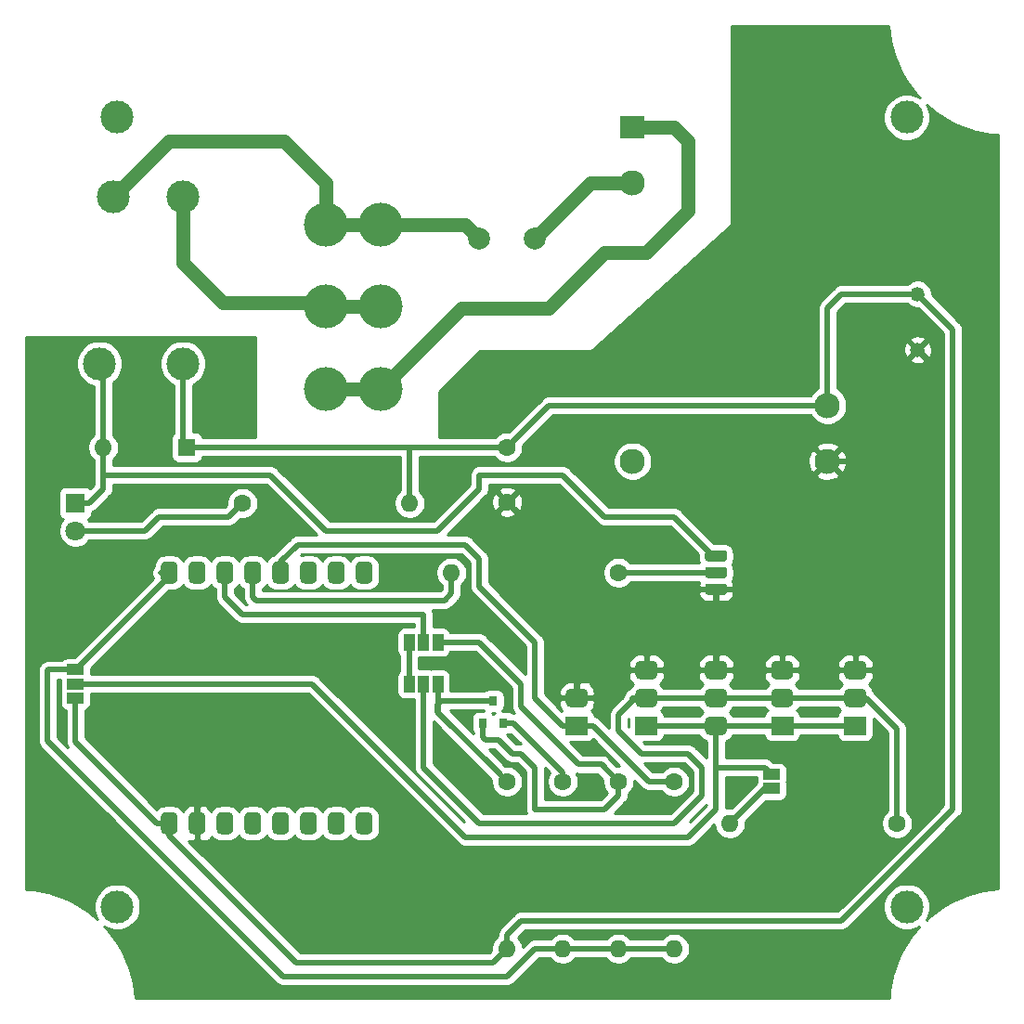
<source format=gbr>
%TF.GenerationSoftware,KiCad,Pcbnew,(5.1.10)-1*%
%TF.CreationDate,2021-10-13T21:22:00+02:00*%
%TF.ProjectId,HotTubControl,486f7454-7562-4436-9f6e-74726f6c2e6b,rev?*%
%TF.SameCoordinates,Original*%
%TF.FileFunction,Copper,L2,Bot*%
%TF.FilePolarity,Positive*%
%FSLAX46Y46*%
G04 Gerber Fmt 4.6, Leading zero omitted, Abs format (unit mm)*
G04 Created by KiCad (PCBNEW (5.1.10)-1) date 2021-10-13 21:22:00*
%MOMM*%
%LPD*%
G01*
G04 APERTURE LIST*
%TA.AperFunction,ComponentPad*%
%ADD10O,1.600000X1.600000*%
%TD*%
%TA.AperFunction,ComponentPad*%
%ADD11C,1.600000*%
%TD*%
%TA.AperFunction,SMDPad,CuDef*%
%ADD12R,0.800000X0.900000*%
%TD*%
%TA.AperFunction,SMDPad,CuDef*%
%ADD13R,1.500000X1.000000*%
%TD*%
%TA.AperFunction,SMDPad,CuDef*%
%ADD14R,1.000000X1.500000*%
%TD*%
%TA.AperFunction,ComponentPad*%
%ADD15C,4.000000*%
%TD*%
%TA.AperFunction,ComponentPad*%
%ADD16C,3.000000*%
%TD*%
%TA.AperFunction,ComponentPad*%
%ADD17R,2.000000X1.700000*%
%TD*%
%TA.AperFunction,ComponentPad*%
%ADD18C,2.300000*%
%TD*%
%TA.AperFunction,ComponentPad*%
%ADD19R,2.300000X2.000000*%
%TD*%
%TA.AperFunction,ComponentPad*%
%ADD20C,2.000000*%
%TD*%
%TA.AperFunction,ComponentPad*%
%ADD21R,1.600000X1.600000*%
%TD*%
%TA.AperFunction,ComponentPad*%
%ADD22C,1.800000*%
%TD*%
%TA.AperFunction,ComponentPad*%
%ADD23R,1.800000X1.800000*%
%TD*%
%TA.AperFunction,ComponentPad*%
%ADD24C,1.320800*%
%TD*%
%TA.AperFunction,ViaPad*%
%ADD25C,3.000000*%
%TD*%
%TA.AperFunction,Conductor*%
%ADD26C,0.500000*%
%TD*%
%TA.AperFunction,Conductor*%
%ADD27C,1.300000*%
%TD*%
%TA.AperFunction,Conductor*%
%ADD28C,0.254000*%
%TD*%
%TA.AperFunction,Conductor*%
%ADD29C,0.100000*%
%TD*%
%TA.AperFunction,NonConductor*%
%ADD30C,0.254000*%
%TD*%
%TA.AperFunction,NonConductor*%
%ADD31C,0.100000*%
%TD*%
G04 APERTURE END LIST*
%TO.P,B1,JP2.8*%
%TO.N,+5V*%
%TA.AperFunction,ComponentPad*%
G36*
G01*
X69648000Y-129730000D02*
X70402000Y-129730000D01*
G75*
G02*
X70779000Y-130107000I0J-377000D01*
G01*
X70779000Y-131353000D01*
G75*
G02*
X70402000Y-131730000I-377000J0D01*
G01*
X69648000Y-131730000D01*
G75*
G02*
X69271000Y-131353000I0J377000D01*
G01*
X69271000Y-130107000D01*
G75*
G02*
X69648000Y-129730000I377000J0D01*
G01*
G37*
%TD.AperFunction*%
%TO.P,B1,JP1.8*%
%TO.N,+3V3*%
%TA.AperFunction,ComponentPad*%
G36*
G01*
X69648000Y-106870000D02*
X70402000Y-106870000D01*
G75*
G02*
X70779000Y-107247000I0J-377000D01*
G01*
X70779000Y-108493000D01*
G75*
G02*
X70402000Y-108870000I-377000J0D01*
G01*
X69648000Y-108870000D01*
G75*
G02*
X69271000Y-108493000I0J377000D01*
G01*
X69271000Y-107247000D01*
G75*
G02*
X69648000Y-106870000I377000J0D01*
G01*
G37*
%TD.AperFunction*%
%TO.P,B1,JP2.1*%
%TO.N,N/C*%
%TA.AperFunction,ComponentPad*%
G36*
G01*
X87428000Y-129730000D02*
X88182000Y-129730000D01*
G75*
G02*
X88559000Y-130107000I0J-377000D01*
G01*
X88559000Y-131353000D01*
G75*
G02*
X88182000Y-131730000I-377000J0D01*
G01*
X87428000Y-131730000D01*
G75*
G02*
X87051000Y-131353000I0J377000D01*
G01*
X87051000Y-130107000D01*
G75*
G02*
X87428000Y-129730000I377000J0D01*
G01*
G37*
%TD.AperFunction*%
%TO.P,B1,JP2.2*%
%TA.AperFunction,ComponentPad*%
G36*
G01*
X84888000Y-129730000D02*
X85642000Y-129730000D01*
G75*
G02*
X86019000Y-130107000I0J-377000D01*
G01*
X86019000Y-131353000D01*
G75*
G02*
X85642000Y-131730000I-377000J0D01*
G01*
X84888000Y-131730000D01*
G75*
G02*
X84511000Y-131353000I0J377000D01*
G01*
X84511000Y-130107000D01*
G75*
G02*
X84888000Y-129730000I377000J0D01*
G01*
G37*
%TD.AperFunction*%
%TO.P,B1,JP2.3*%
%TA.AperFunction,ComponentPad*%
G36*
G01*
X82348000Y-129730000D02*
X83102000Y-129730000D01*
G75*
G02*
X83479000Y-130107000I0J-377000D01*
G01*
X83479000Y-131353000D01*
G75*
G02*
X83102000Y-131730000I-377000J0D01*
G01*
X82348000Y-131730000D01*
G75*
G02*
X81971000Y-131353000I0J377000D01*
G01*
X81971000Y-130107000D01*
G75*
G02*
X82348000Y-129730000I377000J0D01*
G01*
G37*
%TD.AperFunction*%
%TO.P,B1,JP2.4*%
%TA.AperFunction,ComponentPad*%
G36*
G01*
X79808000Y-129730000D02*
X80562000Y-129730000D01*
G75*
G02*
X80939000Y-130107000I0J-377000D01*
G01*
X80939000Y-131353000D01*
G75*
G02*
X80562000Y-131730000I-377000J0D01*
G01*
X79808000Y-131730000D01*
G75*
G02*
X79431000Y-131353000I0J377000D01*
G01*
X79431000Y-130107000D01*
G75*
G02*
X79808000Y-129730000I377000J0D01*
G01*
G37*
%TD.AperFunction*%
%TO.P,B1,JP2.5*%
%TA.AperFunction,ComponentPad*%
G36*
G01*
X77268000Y-129730000D02*
X78022000Y-129730000D01*
G75*
G02*
X78399000Y-130107000I0J-377000D01*
G01*
X78399000Y-131353000D01*
G75*
G02*
X78022000Y-131730000I-377000J0D01*
G01*
X77268000Y-131730000D01*
G75*
G02*
X76891000Y-131353000I0J377000D01*
G01*
X76891000Y-130107000D01*
G75*
G02*
X77268000Y-129730000I377000J0D01*
G01*
G37*
%TD.AperFunction*%
%TO.P,B1,JP2.6*%
%TA.AperFunction,ComponentPad*%
G36*
G01*
X74728000Y-129730000D02*
X75482000Y-129730000D01*
G75*
G02*
X75859000Y-130107000I0J-377000D01*
G01*
X75859000Y-131353000D01*
G75*
G02*
X75482000Y-131730000I-377000J0D01*
G01*
X74728000Y-131730000D01*
G75*
G02*
X74351000Y-131353000I0J377000D01*
G01*
X74351000Y-130107000D01*
G75*
G02*
X74728000Y-129730000I377000J0D01*
G01*
G37*
%TD.AperFunction*%
%TO.P,B1,JP2.7*%
%TO.N,GND*%
%TA.AperFunction,ComponentPad*%
G36*
G01*
X72188000Y-129730000D02*
X72942000Y-129730000D01*
G75*
G02*
X73319000Y-130107000I0J-377000D01*
G01*
X73319000Y-131353000D01*
G75*
G02*
X72942000Y-131730000I-377000J0D01*
G01*
X72188000Y-131730000D01*
G75*
G02*
X71811000Y-131353000I0J377000D01*
G01*
X71811000Y-130107000D01*
G75*
G02*
X72188000Y-129730000I377000J0D01*
G01*
G37*
%TD.AperFunction*%
%TO.P,B1,JP1.1*%
%TO.N,N/C*%
%TA.AperFunction,ComponentPad*%
G36*
G01*
X87428000Y-106870000D02*
X88182000Y-106870000D01*
G75*
G02*
X88559000Y-107247000I0J-377000D01*
G01*
X88559000Y-108493000D01*
G75*
G02*
X88182000Y-108870000I-377000J0D01*
G01*
X87428000Y-108870000D01*
G75*
G02*
X87051000Y-108493000I0J377000D01*
G01*
X87051000Y-107247000D01*
G75*
G02*
X87428000Y-106870000I377000J0D01*
G01*
G37*
%TD.AperFunction*%
%TO.P,B1,JP1.2*%
%TA.AperFunction,ComponentPad*%
G36*
G01*
X84888000Y-106870000D02*
X85642000Y-106870000D01*
G75*
G02*
X86019000Y-107247000I0J-377000D01*
G01*
X86019000Y-108493000D01*
G75*
G02*
X85642000Y-108870000I-377000J0D01*
G01*
X84888000Y-108870000D01*
G75*
G02*
X84511000Y-108493000I0J377000D01*
G01*
X84511000Y-107247000D01*
G75*
G02*
X84888000Y-106870000I377000J0D01*
G01*
G37*
%TD.AperFunction*%
%TO.P,B1,JP1.3*%
%TA.AperFunction,ComponentPad*%
G36*
G01*
X82348000Y-106870000D02*
X83102000Y-106870000D01*
G75*
G02*
X83479000Y-107247000I0J-377000D01*
G01*
X83479000Y-108493000D01*
G75*
G02*
X83102000Y-108870000I-377000J0D01*
G01*
X82348000Y-108870000D01*
G75*
G02*
X81971000Y-108493000I0J377000D01*
G01*
X81971000Y-107247000D01*
G75*
G02*
X82348000Y-106870000I377000J0D01*
G01*
G37*
%TD.AperFunction*%
%TO.P,B1,JP1.4*%
%TO.N,Net-(B1-PadJP1.4)*%
%TA.AperFunction,ComponentPad*%
G36*
G01*
X79808000Y-106870000D02*
X80562000Y-106870000D01*
G75*
G02*
X80939000Y-107247000I0J-377000D01*
G01*
X80939000Y-108493000D01*
G75*
G02*
X80562000Y-108870000I-377000J0D01*
G01*
X79808000Y-108870000D01*
G75*
G02*
X79431000Y-108493000I0J377000D01*
G01*
X79431000Y-107247000D01*
G75*
G02*
X79808000Y-106870000I377000J0D01*
G01*
G37*
%TD.AperFunction*%
%TO.P,B1,JP1.5*%
%TO.N,Net-(B1-PadJP1.5)*%
%TA.AperFunction,ComponentPad*%
G36*
G01*
X77268000Y-106870000D02*
X78022000Y-106870000D01*
G75*
G02*
X78399000Y-107247000I0J-377000D01*
G01*
X78399000Y-108493000D01*
G75*
G02*
X78022000Y-108870000I-377000J0D01*
G01*
X77268000Y-108870000D01*
G75*
G02*
X76891000Y-108493000I0J377000D01*
G01*
X76891000Y-107247000D01*
G75*
G02*
X77268000Y-106870000I377000J0D01*
G01*
G37*
%TD.AperFunction*%
%TO.P,B1,JP1.6*%
%TO.N,Net-(B1-PadJP1.6)*%
%TA.AperFunction,ComponentPad*%
G36*
G01*
X74728000Y-106870000D02*
X75482000Y-106870000D01*
G75*
G02*
X75859000Y-107247000I0J-377000D01*
G01*
X75859000Y-108493000D01*
G75*
G02*
X75482000Y-108870000I-377000J0D01*
G01*
X74728000Y-108870000D01*
G75*
G02*
X74351000Y-108493000I0J377000D01*
G01*
X74351000Y-107247000D01*
G75*
G02*
X74728000Y-106870000I377000J0D01*
G01*
G37*
%TD.AperFunction*%
%TO.P,B1,JP1.7*%
%TO.N,N/C*%
%TA.AperFunction,ComponentPad*%
G36*
G01*
X72188000Y-106870000D02*
X72942000Y-106870000D01*
G75*
G02*
X73319000Y-107247000I0J-377000D01*
G01*
X73319000Y-108493000D01*
G75*
G02*
X72942000Y-108870000I-377000J0D01*
G01*
X72188000Y-108870000D01*
G75*
G02*
X71811000Y-108493000I0J377000D01*
G01*
X71811000Y-107247000D01*
G75*
G02*
X72188000Y-106870000I377000J0D01*
G01*
G37*
%TD.AperFunction*%
%TD*%
D10*
%TO.P,R7,2*%
%TO.N,+3V3*%
X105920000Y-142160000D03*
D11*
%TO.P,R7,1*%
%TO.N,Net-(Q2-Pad1)*%
X105920000Y-126920000D03*
%TD*%
D10*
%TO.P,R3,2*%
%TO.N,+3V3*%
X116080000Y-142160000D03*
D11*
%TO.P,R3,1*%
%TO.N,Net-(B1-PadJP1.4)*%
X116080000Y-126920000D03*
%TD*%
D10*
%TO.P,R6,2*%
%TO.N,+5V*%
X100840000Y-142160000D03*
D11*
%TO.P,R6,1*%
%TO.N,Net-(JP2-Pad3)*%
X100840000Y-126920000D03*
%TD*%
D10*
%TO.P,R5,2*%
%TO.N,+3V3*%
X111000000Y-142160000D03*
D11*
%TO.P,R5,1*%
%TO.N,Net-(JP1-Pad3)*%
X111000000Y-126920000D03*
%TD*%
D12*
%TO.P,Q2,3*%
%TO.N,Net-(JP2-Pad3)*%
X99570000Y-119570000D03*
%TO.P,Q2,2*%
%TO.N,Net-(JP1-Pad3)*%
X98620000Y-121570000D03*
%TO.P,Q2,1*%
%TO.N,Net-(Q2-Pad1)*%
X100520000Y-121570000D03*
%TD*%
D13*
%TO.P,JP4,1*%
%TO.N,+3V3*%
X61470000Y-116730000D03*
%TO.P,JP4,2*%
%TO.N,Net-(J1-Pad1)*%
X61470000Y-118030000D03*
%TO.P,JP4,3*%
%TO.N,+5V*%
X61470000Y-119330000D03*
%TD*%
%TO.P,JP3,1*%
%TO.N,Net-(JP3-Pad1)*%
X124970000Y-127570000D03*
%TO.P,JP3,2*%
%TO.N,Net-(J1-Pad1)*%
X124970000Y-126270000D03*
%TD*%
D14*
%TO.P,JP2,1*%
%TO.N,Net-(JP1-Pad1)*%
X91920000Y-118030000D03*
%TO.P,JP2,2*%
%TO.N,Net-(J1-Pad2)*%
X93220000Y-118030000D03*
%TO.P,JP2,3*%
%TO.N,Net-(JP2-Pad3)*%
X94520000Y-118030000D03*
%TD*%
%TO.P,JP1,1*%
%TO.N,Net-(JP1-Pad1)*%
X91920000Y-114220000D03*
%TO.P,JP1,2*%
%TO.N,Net-(B1-PadJP1.6)*%
X93220000Y-114220000D03*
%TO.P,JP1,3*%
%TO.N,Net-(JP1-Pad3)*%
X94520000Y-114220000D03*
%TD*%
D15*
%TO.P,J6,3*%
%TO.N,Net-(J6-Pad3)*%
X89330000Y-91120000D03*
%TO.P,J6,2*%
%TO.N,Net-(J6-Pad2)*%
X89330000Y-83620000D03*
%TO.P,J6,1*%
%TO.N,Net-(F1-Pad2)*%
X89330000Y-76120000D03*
%TO.P,J6,3*%
%TO.N,Net-(J6-Pad3)*%
X84330000Y-91120000D03*
%TO.P,J6,2*%
%TO.N,Net-(J6-Pad2)*%
X84330000Y-83620000D03*
%TO.P,J6,1*%
%TO.N,Net-(F1-Pad2)*%
X84330000Y-76120000D03*
%TD*%
D16*
%TO.P,K1,4*%
%TO.N,Net-(D1-Pad1)*%
X63660000Y-88820000D03*
%TO.P,K1,3*%
%TO.N,Net-(F1-Pad2)*%
X64930000Y-73580000D03*
%TO.P,K1,2*%
%TO.N,Net-(J6-Pad2)*%
X71280000Y-73580000D03*
%TO.P,K1,1*%
%TO.N,+5V*%
X71280000Y-88820000D03*
%TD*%
%TO.P,Q1,1*%
%TO.N,Net-(D1-Pad1)*%
%TA.AperFunction,ComponentPad*%
G36*
G01*
X119152500Y-105821000D02*
X120627500Y-105821000D01*
G75*
G02*
X120890000Y-106083500I0J-262500D01*
G01*
X120890000Y-106608500D01*
G75*
G02*
X120627500Y-106871000I-262500J0D01*
G01*
X119152500Y-106871000D01*
G75*
G02*
X118890000Y-106608500I0J262500D01*
G01*
X118890000Y-106083500D01*
G75*
G02*
X119152500Y-105821000I262500J0D01*
G01*
G37*
%TD.AperFunction*%
%TO.P,Q1,3*%
%TO.N,GND*%
%TA.AperFunction,ComponentPad*%
G36*
G01*
X119152500Y-108869000D02*
X120627500Y-108869000D01*
G75*
G02*
X120890000Y-109131500I0J-262500D01*
G01*
X120890000Y-109656500D01*
G75*
G02*
X120627500Y-109919000I-262500J0D01*
G01*
X119152500Y-109919000D01*
G75*
G02*
X118890000Y-109656500I0J262500D01*
G01*
X118890000Y-109131500D01*
G75*
G02*
X119152500Y-108869000I262500J0D01*
G01*
G37*
%TD.AperFunction*%
%TO.P,Q1,2*%
%TO.N,Net-(Q1-Pad2)*%
%TA.AperFunction,ComponentPad*%
G36*
G01*
X119152500Y-107345000D02*
X120627500Y-107345000D01*
G75*
G02*
X120890000Y-107607500I0J-262500D01*
G01*
X120890000Y-108132500D01*
G75*
G02*
X120627500Y-108395000I-262500J0D01*
G01*
X119152500Y-108395000D01*
G75*
G02*
X118890000Y-108132500I0J262500D01*
G01*
X118890000Y-107607500D01*
G75*
G02*
X119152500Y-107345000I262500J0D01*
G01*
G37*
%TD.AperFunction*%
%TD*%
%TO.P,J5,2*%
%TO.N,GND*%
%TA.AperFunction,ComponentPad*%
G36*
G01*
X108190000Y-118875000D02*
X108190000Y-119725000D01*
G75*
G02*
X107765000Y-120150000I-425000J0D01*
G01*
X106615000Y-120150000D01*
G75*
G02*
X106190000Y-119725000I0J425000D01*
G01*
X106190000Y-118875000D01*
G75*
G02*
X106615000Y-118450000I425000J0D01*
G01*
X107765000Y-118450000D01*
G75*
G02*
X108190000Y-118875000I0J-425000D01*
G01*
G37*
%TD.AperFunction*%
D17*
%TO.P,J5,1*%
%TO.N,Net-(B1-PadJP1.4)*%
X107190000Y-121840000D03*
%TD*%
%TO.P,J4,3*%
%TO.N,GND*%
%TA.AperFunction,ComponentPad*%
G36*
G01*
X114540000Y-116335000D02*
X114540000Y-117185000D01*
G75*
G02*
X114115000Y-117610000I-425000J0D01*
G01*
X112965000Y-117610000D01*
G75*
G02*
X112540000Y-117185000I0J425000D01*
G01*
X112540000Y-116335000D01*
G75*
G02*
X112965000Y-115910000I425000J0D01*
G01*
X114115000Y-115910000D01*
G75*
G02*
X114540000Y-116335000I0J-425000D01*
G01*
G37*
%TD.AperFunction*%
%TO.P,J4,2*%
%TO.N,Net-(J1-Pad2)*%
%TA.AperFunction,ComponentPad*%
G36*
G01*
X114540000Y-118875000D02*
X114540000Y-119725000D01*
G75*
G02*
X114115000Y-120150000I-425000J0D01*
G01*
X112965000Y-120150000D01*
G75*
G02*
X112540000Y-119725000I0J425000D01*
G01*
X112540000Y-118875000D01*
G75*
G02*
X112965000Y-118450000I425000J0D01*
G01*
X114115000Y-118450000D01*
G75*
G02*
X114540000Y-118875000I0J-425000D01*
G01*
G37*
%TD.AperFunction*%
%TO.P,J4,1*%
%TO.N,Net-(J1-Pad1)*%
X113540000Y-121840000D03*
%TD*%
%TO.P,J3,3*%
%TO.N,GND*%
%TA.AperFunction,ComponentPad*%
G36*
G01*
X120890000Y-116335000D02*
X120890000Y-117185000D01*
G75*
G02*
X120465000Y-117610000I-425000J0D01*
G01*
X119315000Y-117610000D01*
G75*
G02*
X118890000Y-117185000I0J425000D01*
G01*
X118890000Y-116335000D01*
G75*
G02*
X119315000Y-115910000I425000J0D01*
G01*
X120465000Y-115910000D01*
G75*
G02*
X120890000Y-116335000I0J-425000D01*
G01*
G37*
%TD.AperFunction*%
%TO.P,J3,2*%
%TO.N,Net-(J1-Pad2)*%
%TA.AperFunction,ComponentPad*%
G36*
G01*
X120890000Y-118875000D02*
X120890000Y-119725000D01*
G75*
G02*
X120465000Y-120150000I-425000J0D01*
G01*
X119315000Y-120150000D01*
G75*
G02*
X118890000Y-119725000I0J425000D01*
G01*
X118890000Y-118875000D01*
G75*
G02*
X119315000Y-118450000I425000J0D01*
G01*
X120465000Y-118450000D01*
G75*
G02*
X120890000Y-118875000I0J-425000D01*
G01*
G37*
%TD.AperFunction*%
%TO.P,J3,1*%
%TO.N,Net-(J1-Pad1)*%
%TA.AperFunction,ComponentPad*%
G36*
G01*
X120890000Y-121415000D02*
X120890000Y-122265000D01*
G75*
G02*
X120465000Y-122690000I-425000J0D01*
G01*
X119315000Y-122690000D01*
G75*
G02*
X118890000Y-122265000I0J425000D01*
G01*
X118890000Y-121415000D01*
G75*
G02*
X119315000Y-120990000I425000J0D01*
G01*
X120465000Y-120990000D01*
G75*
G02*
X120890000Y-121415000I0J-425000D01*
G01*
G37*
%TD.AperFunction*%
%TD*%
%TO.P,J1,3*%
%TO.N,GND*%
%TA.AperFunction,ComponentPad*%
G36*
G01*
X126920999Y-116335000D02*
X126920999Y-117185000D01*
G75*
G02*
X126495999Y-117610000I-425000J0D01*
G01*
X125345999Y-117610000D01*
G75*
G02*
X124920999Y-117185000I0J425000D01*
G01*
X124920999Y-116335000D01*
G75*
G02*
X125345999Y-115910000I425000J0D01*
G01*
X126495999Y-115910000D01*
G75*
G02*
X126920999Y-116335000I0J-425000D01*
G01*
G37*
%TD.AperFunction*%
%TO.P,J1,2*%
%TO.N,Net-(J1-Pad2)*%
%TA.AperFunction,ComponentPad*%
G36*
G01*
X126920999Y-118875000D02*
X126920999Y-119725000D01*
G75*
G02*
X126495999Y-120150000I-425000J0D01*
G01*
X125345999Y-120150000D01*
G75*
G02*
X124920999Y-119725000I0J425000D01*
G01*
X124920999Y-118875000D01*
G75*
G02*
X125345999Y-118450000I425000J0D01*
G01*
X126495999Y-118450000D01*
G75*
G02*
X126920999Y-118875000I0J-425000D01*
G01*
G37*
%TD.AperFunction*%
%TO.P,J1,1*%
%TO.N,Net-(J1-Pad1)*%
X125920999Y-121840000D03*
%TD*%
%TO.P,J2,3*%
%TO.N,GND*%
%TA.AperFunction,ComponentPad*%
G36*
G01*
X133590000Y-116335000D02*
X133590000Y-117185000D01*
G75*
G02*
X133165000Y-117610000I-425000J0D01*
G01*
X132015000Y-117610000D01*
G75*
G02*
X131590000Y-117185000I0J425000D01*
G01*
X131590000Y-116335000D01*
G75*
G02*
X132015000Y-115910000I425000J0D01*
G01*
X133165000Y-115910000D01*
G75*
G02*
X133590000Y-116335000I0J-425000D01*
G01*
G37*
%TD.AperFunction*%
%TO.P,J2,2*%
%TO.N,Net-(J1-Pad2)*%
%TA.AperFunction,ComponentPad*%
G36*
G01*
X133590000Y-118875000D02*
X133590000Y-119725000D01*
G75*
G02*
X133165000Y-120150000I-425000J0D01*
G01*
X132015000Y-120150000D01*
G75*
G02*
X131590000Y-119725000I0J425000D01*
G01*
X131590000Y-118875000D01*
G75*
G02*
X132015000Y-118450000I425000J0D01*
G01*
X133165000Y-118450000D01*
G75*
G02*
X133590000Y-118875000I0J-425000D01*
G01*
G37*
%TD.AperFunction*%
%TO.P,J2,1*%
%TO.N,Net-(J1-Pad1)*%
X132590000Y-121840000D03*
%TD*%
D11*
%TO.P,C2,2*%
%TO.N,GND*%
X100840000Y-101440000D03*
%TO.P,C2,1*%
%TO.N,+5V*%
X100840000Y-96440000D03*
%TD*%
D10*
%TO.P,R4,2*%
%TO.N,Net-(JP3-Pad1)*%
X121160000Y-130730000D03*
D11*
%TO.P,R4,1*%
%TO.N,Net-(J1-Pad2)*%
X136400000Y-130730000D03*
%TD*%
D10*
%TO.P,R2,2*%
%TO.N,+5V*%
X91950000Y-101520000D03*
D11*
%TO.P,R2,1*%
%TO.N,Net-(D1-Pad2)*%
X76710000Y-101520000D03*
%TD*%
D10*
%TO.P,R1,2*%
%TO.N,Net-(B1-PadJP1.5)*%
X95760000Y-107870000D03*
D11*
%TO.P,R1,1*%
%TO.N,Net-(Q1-Pad2)*%
X111000000Y-107870000D03*
%TD*%
D18*
%TO.P,PS1,16*%
%TO.N,+5V*%
X130060000Y-92630000D03*
%TO.P,PS1,14*%
%TO.N,GND*%
X130060000Y-97710000D03*
%TO.P,PS1,3*%
%TO.N,Net-(F1-Pad1)*%
X112280000Y-72310000D03*
D19*
%TO.P,PS1,1*%
%TO.N,Net-(J6-Pad3)*%
X112280000Y-67230000D03*
D18*
%TO.P,PS1,5*%
%TO.N,N/C*%
X112280000Y-97710000D03*
%TD*%
D20*
%TO.P,F1,2*%
%TO.N,Net-(F1-Pad2)*%
X98300000Y-77380000D03*
%TO.P,F1,1*%
%TO.N,Net-(F1-Pad1)*%
X103380000Y-77390000D03*
%TD*%
D10*
%TO.P,D2,2*%
%TO.N,Net-(D1-Pad1)*%
X64010000Y-96440000D03*
D21*
%TO.P,D2,1*%
%TO.N,+5V*%
X71630000Y-96440000D03*
%TD*%
D22*
%TO.P,D1,2*%
%TO.N,Net-(D1-Pad2)*%
X61470000Y-104060000D03*
D23*
%TO.P,D1,1*%
%TO.N,Net-(D1-Pad1)*%
X61470000Y-101520000D03*
%TD*%
D24*
%TO.P,C1,2*%
%TO.N,GND*%
X138280000Y-87550000D03*
%TO.P,C1,1*%
%TO.N,+5V*%
X138280000Y-82470000D03*
%TD*%
D25*
%TO.N,*%
X65280000Y-138350000D03*
X137280000Y-138350000D03*
X137280000Y-66350000D03*
X65280000Y-66350000D03*
%TD*%
D26*
%TO.N,Net-(B1-PadJP1.4)*%
X108690000Y-121840000D02*
X113770000Y-126920000D01*
X113770000Y-126920000D02*
X116080000Y-126920000D01*
X107190000Y-121840000D02*
X108690000Y-121840000D01*
X105920000Y-121840000D02*
X107190000Y-121840000D01*
X103380000Y-119300000D02*
X105920000Y-121840000D01*
X103380000Y-114220000D02*
X103380000Y-119300000D01*
X98300000Y-109140000D02*
X103380000Y-114220000D01*
X98300000Y-106600000D02*
X98300000Y-109140000D01*
X97030000Y-105330000D02*
X98300000Y-106600000D01*
X81725000Y-105330000D02*
X97030000Y-105330000D01*
X80185000Y-106870000D02*
X81725000Y-105330000D01*
X80185000Y-107870000D02*
X80185000Y-106870000D01*
%TO.N,Net-(B1-PadJP1.5)*%
X77645000Y-110075000D02*
X77645000Y-107870000D01*
X77980000Y-110410000D02*
X77645000Y-110075000D01*
X95125000Y-110410000D02*
X77980000Y-110410000D01*
X95760000Y-109775000D02*
X95125000Y-110410000D01*
X95760000Y-107870000D02*
X95760000Y-109775000D01*
%TO.N,Net-(J1-Pad2)*%
X132590000Y-119300000D02*
X125920999Y-119300000D01*
X125920999Y-119300000D02*
X119890000Y-119300000D01*
X119890000Y-119300000D02*
X113540000Y-119300000D01*
X113540000Y-119300000D02*
X112270000Y-119300000D01*
%TO.N,Net-(B1-PadJP1.6)*%
X75105000Y-107870000D02*
X75105000Y-110110000D01*
X93220000Y-114220000D02*
X93220000Y-111680000D01*
X76675000Y-111680000D02*
X75105000Y-110110000D01*
X76710000Y-111680000D02*
X76675000Y-111680000D01*
X93220000Y-111680000D02*
X76710000Y-111680000D01*
%TO.N,GND*%
X113540000Y-116760000D02*
X119890000Y-116760000D01*
X119890000Y-116760000D02*
X125920999Y-116760000D01*
X125920999Y-116760000D02*
X132590000Y-116760000D01*
X119890000Y-116760000D02*
X119890000Y-109140000D01*
X132590000Y-116760000D02*
X138940000Y-116760000D01*
X140210000Y-98980000D02*
X138940000Y-97710000D01*
X138940000Y-97710000D02*
X130060000Y-97710000D01*
X140210000Y-89480000D02*
X138280000Y-87550000D01*
X140210000Y-98980000D02*
X140210000Y-89480000D01*
X107190000Y-119300000D02*
X107190000Y-118030000D01*
X108460000Y-116760000D02*
X113540000Y-116760000D01*
X107190000Y-118030000D02*
X108460000Y-116760000D01*
X108460000Y-116760000D02*
X108460000Y-109060000D01*
X108460000Y-109060000D02*
X101639999Y-102239999D01*
X101639999Y-102239999D02*
X100840000Y-101440000D01*
X138940000Y-116760000D02*
X140210000Y-116760000D01*
X140210000Y-98980000D02*
X140210000Y-116760000D01*
X72565000Y-130730000D02*
X72565000Y-127255000D01*
X72900000Y-126920000D02*
X89410000Y-126920000D01*
X95760000Y-133270000D02*
X100840000Y-133270000D01*
X131317194Y-138350000D02*
X140210000Y-129457194D01*
X89410000Y-126920000D02*
X95760000Y-133270000D01*
X100840000Y-133270000D02*
X105920000Y-138350000D01*
X72565000Y-127255000D02*
X72900000Y-126920000D01*
X105920000Y-138350000D02*
X131317194Y-138350000D01*
X140210000Y-129457194D02*
X140210000Y-116760000D01*
%TO.N,Net-(J1-Pad1)*%
X113540000Y-121840000D02*
X119890000Y-121840000D01*
X119890000Y-121840000D02*
X125920999Y-121840000D01*
X125920999Y-121840000D02*
X132590000Y-121840000D01*
%TO.N,+3V3*%
X70330000Y-108175000D02*
X70025000Y-107870000D01*
X70025000Y-107870000D02*
X70025000Y-108205000D01*
X61500000Y-116730000D02*
X61470000Y-116730000D01*
X70025000Y-108205000D02*
X61500000Y-116730000D01*
X70025000Y-107870000D02*
X69271000Y-107870000D01*
X111000000Y-142160000D02*
X116080000Y-142160000D01*
X108460000Y-142160000D02*
X111000000Y-142160000D01*
X103380000Y-142160000D02*
X108460000Y-142160000D01*
X80396293Y-144700000D02*
X100840000Y-144700000D01*
X100840000Y-144700000D02*
X103380000Y-142160000D01*
X58930000Y-123233707D02*
X80396293Y-144700000D01*
X58930000Y-116760000D02*
X58930000Y-123233707D01*
X58960000Y-116730000D02*
X58930000Y-116760000D01*
X61470000Y-116730000D02*
X58960000Y-116730000D01*
%TO.N,Net-(D1-Pad2)*%
X67820000Y-104060000D02*
X69090000Y-102790000D01*
X61470000Y-104060000D02*
X67820000Y-104060000D01*
X75440000Y-102790000D02*
X76710000Y-101520000D01*
X69090000Y-102790000D02*
X75440000Y-102790000D01*
D27*
%TO.N,Net-(F1-Pad2)*%
X84330000Y-76120000D02*
X89330000Y-76120000D01*
X64930000Y-73580000D02*
X70010000Y-68500000D01*
X70010000Y-68500000D02*
X80520000Y-68500000D01*
X84330000Y-72310000D02*
X84330000Y-76120000D01*
X80520000Y-68500000D02*
X84330000Y-72310000D01*
X97040000Y-76120000D02*
X98300000Y-77380000D01*
X89330000Y-76120000D02*
X97040000Y-76120000D01*
%TO.N,Net-(F1-Pad1)*%
X108460000Y-72310000D02*
X103380000Y-77390000D01*
X112280000Y-72310000D02*
X108460000Y-72310000D01*
D26*
%TO.N,Net-(Q1-Pad2)*%
X119890000Y-107870000D02*
X111000000Y-107870000D01*
%TO.N,Net-(D1-Pad1)*%
X64010000Y-89170000D02*
X63660000Y-88820000D01*
X64010000Y-96440000D02*
X64010000Y-89170000D01*
X64010000Y-100250000D02*
X62740000Y-101520000D01*
X62740000Y-101520000D02*
X61470000Y-101520000D01*
X64010000Y-98980000D02*
X64010000Y-100250000D01*
X64010000Y-96440000D02*
X64010000Y-98980000D01*
X116080000Y-102790000D02*
X119890000Y-106600000D01*
X109730000Y-102790000D02*
X116080000Y-102790000D01*
X105920000Y-98980000D02*
X109730000Y-102790000D01*
X98300000Y-98980000D02*
X105920000Y-98980000D01*
X98300000Y-100250000D02*
X98300000Y-98980000D01*
X94490000Y-104060000D02*
X98300000Y-100250000D01*
X84330000Y-104060000D02*
X94490000Y-104060000D01*
X79250000Y-98980000D02*
X84330000Y-104060000D01*
X64010000Y-98980000D02*
X79250000Y-98980000D01*
%TO.N,+5V*%
X130060000Y-92630000D02*
X130060000Y-83730000D01*
X131320000Y-82470000D02*
X138280000Y-82470000D01*
X130060000Y-83730000D02*
X131320000Y-82470000D01*
X130060000Y-92630000D02*
X104650000Y-92630000D01*
X104650000Y-92630000D02*
X100840000Y-96440000D01*
X71280000Y-96090000D02*
X71630000Y-96440000D01*
X71280000Y-88820000D02*
X71280000Y-96090000D01*
X91950000Y-101520000D02*
X91950000Y-96440000D01*
X91950000Y-96440000D02*
X71630000Y-96440000D01*
X100840000Y-96440000D02*
X91950000Y-96440000D01*
X99570000Y-143430000D02*
X100840000Y-142160000D01*
X81622500Y-143430000D02*
X99570000Y-143430000D01*
X70025000Y-131832500D02*
X81622500Y-143430000D01*
X70025000Y-130730000D02*
X70025000Y-131832500D01*
X68922500Y-130730000D02*
X70025000Y-130730000D01*
X61470000Y-123277500D02*
X68922500Y-130730000D01*
X61470000Y-119330000D02*
X61470000Y-123277500D01*
X141480000Y-129460000D02*
X141480000Y-85670000D01*
X131320000Y-139620000D02*
X141480000Y-129460000D01*
X102110000Y-139620000D02*
X131320000Y-139620000D01*
X100840000Y-140890000D02*
X102110000Y-139620000D01*
X141480000Y-85670000D02*
X138280000Y-82470000D01*
X100840000Y-142160000D02*
X100840000Y-140890000D01*
D27*
%TO.N,Net-(J6-Pad3)*%
X84330000Y-91120000D02*
X89330000Y-91120000D01*
X89330000Y-91120000D02*
X96710000Y-83740000D01*
X96710000Y-83740000D02*
X104650000Y-83740000D01*
X104650000Y-83740000D02*
X109730000Y-78660000D01*
X109730000Y-78660000D02*
X113540000Y-78660000D01*
X113540000Y-78660000D02*
X117350000Y-74850000D01*
X117350000Y-74850000D02*
X117350000Y-68500000D01*
X116080000Y-67230000D02*
X112280000Y-67230000D01*
X117350000Y-68500000D02*
X116080000Y-67230000D01*
%TO.N,Net-(J6-Pad2)*%
X71280000Y-79580000D02*
X74925000Y-83225000D01*
X71280000Y-73580000D02*
X71280000Y-79580000D01*
X84330000Y-83620000D02*
X89330000Y-83620000D01*
X83935000Y-83225000D02*
X84330000Y-83620000D01*
X74925000Y-83225000D02*
X83935000Y-83225000D01*
D26*
%TO.N,Net-(J1-Pad2)*%
X136400000Y-122110000D02*
X136400000Y-130730000D01*
X133590000Y-119300000D02*
X136400000Y-122110000D01*
X132590000Y-119300000D02*
X133590000Y-119300000D01*
X111000000Y-122320002D02*
X111000000Y-120840000D01*
X113059998Y-124380000D02*
X111000000Y-122320002D01*
X112540000Y-119300000D02*
X113540000Y-119300000D01*
X117350000Y-124380000D02*
X113059998Y-124380000D01*
X118620000Y-125650000D02*
X117350000Y-124380000D01*
X118620000Y-128190000D02*
X118620000Y-125650000D01*
X116080000Y-130730000D02*
X118620000Y-128190000D01*
X98300000Y-130730000D02*
X116080000Y-130730000D01*
X111000000Y-120840000D02*
X112540000Y-119300000D01*
X93220000Y-125650000D02*
X98300000Y-130730000D01*
X93220000Y-118030000D02*
X93220000Y-125650000D01*
%TO.N,Net-(J1-Pad1)*%
X119890000Y-129462807D02*
X119890000Y-125650000D01*
X117352807Y-132000000D02*
X119890000Y-129462807D01*
X97032807Y-132000000D02*
X117352807Y-132000000D01*
X83062807Y-118030000D02*
X97032807Y-132000000D01*
X61470000Y-118030000D02*
X83062807Y-118030000D01*
X119890000Y-125650000D02*
X119890000Y-121840000D01*
X124350000Y-125650000D02*
X124970000Y-126270000D01*
X119890000Y-125650000D02*
X124350000Y-125650000D01*
%TO.N,Net-(JP1-Pad1)*%
X91920000Y-118030000D02*
X91920000Y-114220000D01*
%TO.N,Net-(JP1-Pad3)*%
X100039998Y-123110000D02*
X98869999Y-123110000D01*
X102110000Y-124380000D02*
X101309998Y-124380000D01*
X101309998Y-124380000D02*
X100039998Y-123110000D01*
X103380000Y-129460000D02*
X103380000Y-125650000D01*
X98620000Y-122860001D02*
X98620000Y-121570000D01*
X109730000Y-129460000D02*
X103380000Y-129460000D01*
X98869999Y-123110000D02*
X98620000Y-122860001D01*
X111000000Y-128190000D02*
X109730000Y-129460000D01*
X103380000Y-125650000D02*
X102110000Y-124380000D01*
X111000000Y-126920000D02*
X111000000Y-128190000D01*
X98300000Y-114220000D02*
X94520000Y-114220000D01*
X102110000Y-118030000D02*
X98300000Y-114220000D01*
X107370001Y-125349999D02*
X102110000Y-120089998D01*
X102110000Y-120089998D02*
X102110000Y-118030000D01*
X109429999Y-125349999D02*
X107370001Y-125349999D01*
X111000000Y-126920000D02*
X109429999Y-125349999D01*
%TO.N,Net-(JP2-Pad3)*%
X94820000Y-119570000D02*
X99570000Y-119570000D01*
X100040001Y-126120001D02*
X100840000Y-126920000D01*
X94490000Y-120570000D02*
X100040001Y-126120001D01*
X94490000Y-119900000D02*
X94490000Y-120570000D01*
X94820000Y-119570000D02*
X94490000Y-119900000D01*
X94520000Y-120540000D02*
X94490000Y-120570000D01*
X94520000Y-118030000D02*
X94520000Y-120540000D01*
%TO.N,Net-(JP3-Pad1)*%
X124320000Y-127570000D02*
X124970000Y-127570000D01*
X121160000Y-130730000D02*
X124320000Y-127570000D01*
%TO.N,Net-(Q2-Pad1)*%
X100520000Y-121570000D02*
X101420000Y-121570000D01*
X101420000Y-121570000D02*
X105920000Y-126070000D01*
X105920000Y-126070000D02*
X105920000Y-126920000D01*
%TD*%
D28*
%TO.N,GND*%
X135642984Y-58029588D02*
X135644937Y-58060625D01*
X135802331Y-59306531D01*
X135802331Y-59306533D01*
X135817862Y-59387949D01*
X136130170Y-60604306D01*
X136153985Y-60677601D01*
X136155782Y-60683132D01*
X136618076Y-61850755D01*
X136653366Y-61925750D01*
X136653367Y-61925751D01*
X137258352Y-63026213D01*
X137258358Y-63026226D01*
X137283310Y-63065543D01*
X137302770Y-63096207D01*
X137302776Y-63096214D01*
X138040917Y-64112179D01*
X138093749Y-64176042D01*
X138093757Y-64176049D01*
X138471720Y-64578539D01*
X138291302Y-64457988D01*
X137902756Y-64297047D01*
X137490279Y-64215000D01*
X137069721Y-64215000D01*
X136657244Y-64297047D01*
X136268698Y-64457988D01*
X135919017Y-64691637D01*
X135621637Y-64989017D01*
X135387988Y-65338698D01*
X135227047Y-65727244D01*
X135145000Y-66139721D01*
X135145000Y-66560279D01*
X135227047Y-66972756D01*
X135387988Y-67361302D01*
X135621637Y-67710983D01*
X135919017Y-68008363D01*
X136268698Y-68242012D01*
X136657244Y-68402953D01*
X137069721Y-68485000D01*
X137490279Y-68485000D01*
X137902756Y-68402953D01*
X138291302Y-68242012D01*
X138640983Y-68008363D01*
X138938363Y-67710983D01*
X139172012Y-67361302D01*
X139332953Y-66972756D01*
X139415000Y-66560279D01*
X139415000Y-66139721D01*
X139332953Y-65727244D01*
X139172012Y-65338698D01*
X139082950Y-65205407D01*
X139981438Y-65948701D01*
X139981447Y-65948709D01*
X140048501Y-65997426D01*
X141108810Y-66670319D01*
X141108817Y-66670324D01*
X141181449Y-66710253D01*
X142317739Y-67244951D01*
X142394803Y-67275463D01*
X142394818Y-67275467D01*
X143589136Y-67663524D01*
X143589150Y-67663530D01*
X143653028Y-67679931D01*
X143669429Y-67684142D01*
X143669432Y-67684142D01*
X144902993Y-67919456D01*
X144902996Y-67919457D01*
X144985226Y-67929845D01*
X145620000Y-67969782D01*
X145620001Y-136711133D01*
X145600412Y-136712984D01*
X145569375Y-136714937D01*
X144323467Y-136872331D01*
X144242052Y-136887862D01*
X143025694Y-137200170D01*
X142946867Y-137225782D01*
X142946865Y-137225783D01*
X141779245Y-137688076D01*
X141704250Y-137723366D01*
X141704238Y-137723373D01*
X140603781Y-138328355D01*
X140603775Y-138328358D01*
X140580434Y-138343171D01*
X140533793Y-138372770D01*
X140533786Y-138372776D01*
X139517833Y-139110909D01*
X139517822Y-139110916D01*
X139453959Y-139163749D01*
X139051461Y-139541720D01*
X139172012Y-139361302D01*
X139332953Y-138972756D01*
X139415000Y-138560279D01*
X139415000Y-138139721D01*
X139332953Y-137727244D01*
X139172012Y-137338698D01*
X138938363Y-136989017D01*
X138640983Y-136691637D01*
X138291302Y-136457988D01*
X137902756Y-136297047D01*
X137490279Y-136215000D01*
X137069721Y-136215000D01*
X136657244Y-136297047D01*
X136268698Y-136457988D01*
X135919017Y-136691637D01*
X135621637Y-136989017D01*
X135387988Y-137338698D01*
X135227047Y-137727244D01*
X135145000Y-138139721D01*
X135145000Y-138560279D01*
X135227047Y-138972756D01*
X135387988Y-139361302D01*
X135621637Y-139710983D01*
X135919017Y-140008363D01*
X136268698Y-140242012D01*
X136657244Y-140402953D01*
X137069721Y-140485000D01*
X137490279Y-140485000D01*
X137902756Y-140402953D01*
X138291302Y-140242012D01*
X138424593Y-140152950D01*
X137681291Y-141051447D01*
X137632573Y-141118501D01*
X137632567Y-141118513D01*
X136959684Y-142178806D01*
X136959676Y-142178817D01*
X136919747Y-142251449D01*
X136385049Y-143387740D01*
X136354537Y-143464803D01*
X136354533Y-143464818D01*
X135966476Y-144659136D01*
X135966470Y-144659150D01*
X135945858Y-144739429D01*
X135710544Y-145972993D01*
X135710543Y-145972996D01*
X135700155Y-146055226D01*
X135660218Y-146690000D01*
X66918867Y-146690000D01*
X66917016Y-146670412D01*
X66915063Y-146639375D01*
X66757669Y-145393467D01*
X66742138Y-145312052D01*
X66742138Y-145312051D01*
X66429830Y-144095694D01*
X66404218Y-144016867D01*
X66404216Y-144016862D01*
X65941924Y-142849245D01*
X65906634Y-142774250D01*
X65906627Y-142774238D01*
X65301641Y-141673774D01*
X65257230Y-141603793D01*
X65257224Y-141603786D01*
X64519091Y-140587833D01*
X64519084Y-140587822D01*
X64466251Y-140523959D01*
X64088280Y-140121461D01*
X64268698Y-140242012D01*
X64657244Y-140402953D01*
X65069721Y-140485000D01*
X65490279Y-140485000D01*
X65902756Y-140402953D01*
X66291302Y-140242012D01*
X66640983Y-140008363D01*
X66938363Y-139710983D01*
X67172012Y-139361302D01*
X67332953Y-138972756D01*
X67415000Y-138560279D01*
X67415000Y-138139721D01*
X67332953Y-137727244D01*
X67172012Y-137338698D01*
X66938363Y-136989017D01*
X66640983Y-136691637D01*
X66291302Y-136457988D01*
X65902756Y-136297047D01*
X65490279Y-136215000D01*
X65069721Y-136215000D01*
X64657244Y-136297047D01*
X64268698Y-136457988D01*
X63919017Y-136691637D01*
X63621637Y-136989017D01*
X63387988Y-137338698D01*
X63227047Y-137727244D01*
X63145000Y-138139721D01*
X63145000Y-138560279D01*
X63227047Y-138972756D01*
X63387988Y-139361302D01*
X63477050Y-139494593D01*
X62578553Y-138751291D01*
X62511499Y-138702573D01*
X62511487Y-138702567D01*
X61451194Y-138029684D01*
X61451183Y-138029676D01*
X61378551Y-137989747D01*
X60242267Y-137455052D01*
X60242261Y-137455049D01*
X60220403Y-137446395D01*
X60165197Y-137424537D01*
X60165182Y-137424533D01*
X58970864Y-137036476D01*
X58970850Y-137036470D01*
X58890571Y-137015858D01*
X57657007Y-136780544D01*
X57657004Y-136780543D01*
X57574774Y-136770155D01*
X56940000Y-136730218D01*
X56940000Y-86407000D01*
X77853000Y-86407000D01*
X77853000Y-95555000D01*
X73059701Y-95555000D01*
X73055812Y-95515518D01*
X73019502Y-95395820D01*
X72960537Y-95285506D01*
X72881185Y-95188815D01*
X72784494Y-95109463D01*
X72674180Y-95050498D01*
X72554482Y-95014188D01*
X72430000Y-95001928D01*
X72165000Y-95001928D01*
X72165000Y-90764328D01*
X72291302Y-90712012D01*
X72640983Y-90478363D01*
X72938363Y-90180983D01*
X73172012Y-89831302D01*
X73332953Y-89442756D01*
X73415000Y-89030279D01*
X73415000Y-88609721D01*
X73332953Y-88197244D01*
X73172012Y-87808698D01*
X72938363Y-87459017D01*
X72640983Y-87161637D01*
X72291302Y-86927988D01*
X71902756Y-86767047D01*
X71490279Y-86685000D01*
X71069721Y-86685000D01*
X70657244Y-86767047D01*
X70268698Y-86927988D01*
X69919017Y-87161637D01*
X69621637Y-87459017D01*
X69387988Y-87808698D01*
X69227047Y-88197244D01*
X69145000Y-88609721D01*
X69145000Y-89030279D01*
X69227047Y-89442756D01*
X69387988Y-89831302D01*
X69621637Y-90180983D01*
X69919017Y-90478363D01*
X70268698Y-90712012D01*
X70395000Y-90764328D01*
X70395001Y-95175532D01*
X70378815Y-95188815D01*
X70299463Y-95285506D01*
X70240498Y-95395820D01*
X70204188Y-95515518D01*
X70191928Y-95640000D01*
X70191928Y-97240000D01*
X70204188Y-97364482D01*
X70240498Y-97484180D01*
X70299463Y-97594494D01*
X70378815Y-97691185D01*
X70475506Y-97770537D01*
X70585820Y-97829502D01*
X70705518Y-97865812D01*
X70830000Y-97878072D01*
X72430000Y-97878072D01*
X72554482Y-97865812D01*
X72674180Y-97829502D01*
X72784494Y-97770537D01*
X72881185Y-97691185D01*
X72960537Y-97594494D01*
X73019502Y-97484180D01*
X73055812Y-97364482D01*
X73059701Y-97325000D01*
X91065001Y-97325000D01*
X91065000Y-100385479D01*
X91035241Y-100405363D01*
X90835363Y-100605241D01*
X90678320Y-100840273D01*
X90570147Y-101101426D01*
X90515000Y-101378665D01*
X90515000Y-101661335D01*
X90570147Y-101938574D01*
X90678320Y-102199727D01*
X90835363Y-102434759D01*
X91035241Y-102634637D01*
X91270273Y-102791680D01*
X91531426Y-102899853D01*
X91808665Y-102955000D01*
X92091335Y-102955000D01*
X92368574Y-102899853D01*
X92629727Y-102791680D01*
X92864759Y-102634637D01*
X93064637Y-102434759D01*
X93221680Y-102199727D01*
X93329853Y-101938574D01*
X93385000Y-101661335D01*
X93385000Y-101378665D01*
X93329853Y-101101426D01*
X93221680Y-100840273D01*
X93064637Y-100605241D01*
X92864759Y-100405363D01*
X92835000Y-100385479D01*
X92835000Y-97325000D01*
X99705479Y-97325000D01*
X99725363Y-97354759D01*
X99925241Y-97554637D01*
X100160273Y-97711680D01*
X100421426Y-97819853D01*
X100698665Y-97875000D01*
X100981335Y-97875000D01*
X101258574Y-97819853D01*
X101519727Y-97711680D01*
X101754759Y-97554637D01*
X101775203Y-97534193D01*
X110495000Y-97534193D01*
X110495000Y-97885807D01*
X110563596Y-98230665D01*
X110698153Y-98555515D01*
X110893500Y-98847871D01*
X111142129Y-99096500D01*
X111434485Y-99291847D01*
X111759335Y-99426404D01*
X112104193Y-99495000D01*
X112455807Y-99495000D01*
X112800665Y-99426404D01*
X113125515Y-99291847D01*
X113417871Y-99096500D01*
X113562022Y-98952349D01*
X128997256Y-98952349D01*
X129111118Y-99232090D01*
X129426296Y-99387961D01*
X129765826Y-99479349D01*
X130116661Y-99502741D01*
X130465319Y-99457240D01*
X130798400Y-99344594D01*
X131008882Y-99232090D01*
X131122744Y-98952349D01*
X130060000Y-97889605D01*
X128997256Y-98952349D01*
X113562022Y-98952349D01*
X113666500Y-98847871D01*
X113861847Y-98555515D01*
X113996404Y-98230665D01*
X114065000Y-97885807D01*
X114065000Y-97766661D01*
X128267259Y-97766661D01*
X128312760Y-98115319D01*
X128425406Y-98448400D01*
X128537910Y-98658882D01*
X128817651Y-98772744D01*
X129880395Y-97710000D01*
X130239605Y-97710000D01*
X131302349Y-98772744D01*
X131582090Y-98658882D01*
X131737961Y-98343704D01*
X131829349Y-98004174D01*
X131852741Y-97653339D01*
X131807240Y-97304681D01*
X131694594Y-96971600D01*
X131582090Y-96761118D01*
X131302349Y-96647256D01*
X130239605Y-97710000D01*
X129880395Y-97710000D01*
X128817651Y-96647256D01*
X128537910Y-96761118D01*
X128382039Y-97076296D01*
X128290651Y-97415826D01*
X128267259Y-97766661D01*
X114065000Y-97766661D01*
X114065000Y-97534193D01*
X113996404Y-97189335D01*
X113861847Y-96864485D01*
X113666500Y-96572129D01*
X113562022Y-96467651D01*
X128997256Y-96467651D01*
X130060000Y-97530395D01*
X131122744Y-96467651D01*
X131008882Y-96187910D01*
X130693704Y-96032039D01*
X130354174Y-95940651D01*
X130003339Y-95917259D01*
X129654681Y-95962760D01*
X129321600Y-96075406D01*
X129111118Y-96187910D01*
X128997256Y-96467651D01*
X113562022Y-96467651D01*
X113417871Y-96323500D01*
X113125515Y-96128153D01*
X112800665Y-95993596D01*
X112455807Y-95925000D01*
X112104193Y-95925000D01*
X111759335Y-95993596D01*
X111434485Y-96128153D01*
X111142129Y-96323500D01*
X110893500Y-96572129D01*
X110698153Y-96864485D01*
X110563596Y-97189335D01*
X110495000Y-97534193D01*
X101775203Y-97534193D01*
X101954637Y-97354759D01*
X102111680Y-97119727D01*
X102219853Y-96858574D01*
X102275000Y-96581335D01*
X102275000Y-96298665D01*
X102268017Y-96263561D01*
X105016579Y-93515000D01*
X128504536Y-93515000D01*
X128673500Y-93767871D01*
X128922129Y-94016500D01*
X129214485Y-94211847D01*
X129539335Y-94346404D01*
X129884193Y-94415000D01*
X130235807Y-94415000D01*
X130580665Y-94346404D01*
X130905515Y-94211847D01*
X131197871Y-94016500D01*
X131446500Y-93767871D01*
X131641847Y-93475515D01*
X131776404Y-93150665D01*
X131845000Y-92805807D01*
X131845000Y-92454193D01*
X131776404Y-92109335D01*
X131641847Y-91784485D01*
X131446500Y-91492129D01*
X131197871Y-91243500D01*
X130945000Y-91074536D01*
X130945000Y-88442963D01*
X137566642Y-88442963D01*
X137621294Y-88672697D01*
X137852978Y-88779632D01*
X138101073Y-88839312D01*
X138356044Y-88849446D01*
X138608092Y-88809641D01*
X138847532Y-88721431D01*
X138938706Y-88672697D01*
X138993358Y-88442963D01*
X138280000Y-87729605D01*
X137566642Y-88442963D01*
X130945000Y-88442963D01*
X130945000Y-87626044D01*
X136980554Y-87626044D01*
X137020359Y-87878092D01*
X137108569Y-88117532D01*
X137157303Y-88208706D01*
X137387037Y-88263358D01*
X138100395Y-87550000D01*
X138459605Y-87550000D01*
X139172963Y-88263358D01*
X139402697Y-88208706D01*
X139509632Y-87977022D01*
X139569312Y-87728927D01*
X139579446Y-87473956D01*
X139539641Y-87221908D01*
X139451431Y-86982468D01*
X139402697Y-86891294D01*
X139172963Y-86836642D01*
X138459605Y-87550000D01*
X138100395Y-87550000D01*
X137387037Y-86836642D01*
X137157303Y-86891294D01*
X137050368Y-87122978D01*
X136990688Y-87371073D01*
X136980554Y-87626044D01*
X130945000Y-87626044D01*
X130945000Y-86657037D01*
X137566642Y-86657037D01*
X138280000Y-87370395D01*
X138993358Y-86657037D01*
X138938706Y-86427303D01*
X138707022Y-86320368D01*
X138458927Y-86260688D01*
X138203956Y-86250554D01*
X137951908Y-86290359D01*
X137712468Y-86378569D01*
X137621294Y-86427303D01*
X137566642Y-86657037D01*
X130945000Y-86657037D01*
X130945000Y-84096578D01*
X131686579Y-83355000D01*
X137333028Y-83355000D01*
X137454231Y-83476203D01*
X137666398Y-83617969D01*
X137902146Y-83715619D01*
X138152414Y-83765400D01*
X138323822Y-83765400D01*
X140595001Y-86036580D01*
X140595000Y-129093421D01*
X130953422Y-138735000D01*
X102153465Y-138735000D01*
X102109999Y-138730719D01*
X102066533Y-138735000D01*
X102066523Y-138735000D01*
X101936510Y-138747805D01*
X101769687Y-138798411D01*
X101615941Y-138880589D01*
X101615939Y-138880590D01*
X101615940Y-138880590D01*
X101514953Y-138963468D01*
X101514951Y-138963470D01*
X101481183Y-138991183D01*
X101453470Y-139024951D01*
X100244951Y-140233471D01*
X100211184Y-140261183D01*
X100183471Y-140294951D01*
X100183468Y-140294954D01*
X100100590Y-140395941D01*
X100018412Y-140549687D01*
X99967805Y-140716510D01*
X99950719Y-140890000D01*
X99955001Y-140933478D01*
X99955001Y-141025478D01*
X99925241Y-141045363D01*
X99725363Y-141245241D01*
X99568320Y-141480273D01*
X99460147Y-141741426D01*
X99405000Y-142018665D01*
X99405000Y-142301335D01*
X99411983Y-142336439D01*
X99203422Y-142545000D01*
X81989079Y-142545000D01*
X71812143Y-132368065D01*
X72279250Y-132365000D01*
X72438000Y-132206250D01*
X72438000Y-130857000D01*
X72418000Y-130857000D01*
X72418000Y-130603000D01*
X72438000Y-130603000D01*
X72438000Y-129253750D01*
X72692000Y-129253750D01*
X72692000Y-130603000D01*
X72712000Y-130603000D01*
X72712000Y-130857000D01*
X72692000Y-130857000D01*
X72692000Y-132206250D01*
X72850750Y-132365000D01*
X73319000Y-132368072D01*
X73443482Y-132355812D01*
X73563180Y-132319502D01*
X73673494Y-132260537D01*
X73770185Y-132181185D01*
X73849537Y-132084494D01*
X73908502Y-131974180D01*
X73914566Y-131954191D01*
X74010236Y-132070764D01*
X74164056Y-132197002D01*
X74339549Y-132290804D01*
X74529969Y-132348568D01*
X74728000Y-132368072D01*
X75482000Y-132368072D01*
X75680031Y-132348568D01*
X75870451Y-132290804D01*
X76045944Y-132197002D01*
X76199764Y-132070764D01*
X76326002Y-131916944D01*
X76375000Y-131825274D01*
X76423998Y-131916944D01*
X76550236Y-132070764D01*
X76704056Y-132197002D01*
X76879549Y-132290804D01*
X77069969Y-132348568D01*
X77268000Y-132368072D01*
X78022000Y-132368072D01*
X78220031Y-132348568D01*
X78410451Y-132290804D01*
X78585944Y-132197002D01*
X78739764Y-132070764D01*
X78866002Y-131916944D01*
X78915000Y-131825274D01*
X78963998Y-131916944D01*
X79090236Y-132070764D01*
X79244056Y-132197002D01*
X79419549Y-132290804D01*
X79609969Y-132348568D01*
X79808000Y-132368072D01*
X80562000Y-132368072D01*
X80760031Y-132348568D01*
X80950451Y-132290804D01*
X81125944Y-132197002D01*
X81279764Y-132070764D01*
X81406002Y-131916944D01*
X81455000Y-131825274D01*
X81503998Y-131916944D01*
X81630236Y-132070764D01*
X81784056Y-132197002D01*
X81959549Y-132290804D01*
X82149969Y-132348568D01*
X82348000Y-132368072D01*
X83102000Y-132368072D01*
X83300031Y-132348568D01*
X83490451Y-132290804D01*
X83665944Y-132197002D01*
X83819764Y-132070764D01*
X83946002Y-131916944D01*
X83995000Y-131825274D01*
X84043998Y-131916944D01*
X84170236Y-132070764D01*
X84324056Y-132197002D01*
X84499549Y-132290804D01*
X84689969Y-132348568D01*
X84888000Y-132368072D01*
X85642000Y-132368072D01*
X85840031Y-132348568D01*
X86030451Y-132290804D01*
X86205944Y-132197002D01*
X86359764Y-132070764D01*
X86486002Y-131916944D01*
X86535000Y-131825274D01*
X86583998Y-131916944D01*
X86710236Y-132070764D01*
X86864056Y-132197002D01*
X87039549Y-132290804D01*
X87229969Y-132348568D01*
X87428000Y-132368072D01*
X88182000Y-132368072D01*
X88380031Y-132348568D01*
X88570451Y-132290804D01*
X88745944Y-132197002D01*
X88899764Y-132070764D01*
X89026002Y-131916944D01*
X89119804Y-131741451D01*
X89177568Y-131551031D01*
X89197072Y-131353000D01*
X89197072Y-130107000D01*
X89177568Y-129908969D01*
X89119804Y-129718549D01*
X89026002Y-129543056D01*
X88899764Y-129389236D01*
X88745944Y-129262998D01*
X88570451Y-129169196D01*
X88380031Y-129111432D01*
X88182000Y-129091928D01*
X87428000Y-129091928D01*
X87229969Y-129111432D01*
X87039549Y-129169196D01*
X86864056Y-129262998D01*
X86710236Y-129389236D01*
X86583998Y-129543056D01*
X86535000Y-129634726D01*
X86486002Y-129543056D01*
X86359764Y-129389236D01*
X86205944Y-129262998D01*
X86030451Y-129169196D01*
X85840031Y-129111432D01*
X85642000Y-129091928D01*
X84888000Y-129091928D01*
X84689969Y-129111432D01*
X84499549Y-129169196D01*
X84324056Y-129262998D01*
X84170236Y-129389236D01*
X84043998Y-129543056D01*
X83995000Y-129634726D01*
X83946002Y-129543056D01*
X83819764Y-129389236D01*
X83665944Y-129262998D01*
X83490451Y-129169196D01*
X83300031Y-129111432D01*
X83102000Y-129091928D01*
X82348000Y-129091928D01*
X82149969Y-129111432D01*
X81959549Y-129169196D01*
X81784056Y-129262998D01*
X81630236Y-129389236D01*
X81503998Y-129543056D01*
X81455000Y-129634726D01*
X81406002Y-129543056D01*
X81279764Y-129389236D01*
X81125944Y-129262998D01*
X80950451Y-129169196D01*
X80760031Y-129111432D01*
X80562000Y-129091928D01*
X79808000Y-129091928D01*
X79609969Y-129111432D01*
X79419549Y-129169196D01*
X79244056Y-129262998D01*
X79090236Y-129389236D01*
X78963998Y-129543056D01*
X78915000Y-129634726D01*
X78866002Y-129543056D01*
X78739764Y-129389236D01*
X78585944Y-129262998D01*
X78410451Y-129169196D01*
X78220031Y-129111432D01*
X78022000Y-129091928D01*
X77268000Y-129091928D01*
X77069969Y-129111432D01*
X76879549Y-129169196D01*
X76704056Y-129262998D01*
X76550236Y-129389236D01*
X76423998Y-129543056D01*
X76375000Y-129634726D01*
X76326002Y-129543056D01*
X76199764Y-129389236D01*
X76045944Y-129262998D01*
X75870451Y-129169196D01*
X75680031Y-129111432D01*
X75482000Y-129091928D01*
X74728000Y-129091928D01*
X74529969Y-129111432D01*
X74339549Y-129169196D01*
X74164056Y-129262998D01*
X74010236Y-129389236D01*
X73914566Y-129505809D01*
X73908502Y-129485820D01*
X73849537Y-129375506D01*
X73770185Y-129278815D01*
X73673494Y-129199463D01*
X73563180Y-129140498D01*
X73443482Y-129104188D01*
X73319000Y-129091928D01*
X72850750Y-129095000D01*
X72692000Y-129253750D01*
X72438000Y-129253750D01*
X72279250Y-129095000D01*
X71811000Y-129091928D01*
X71686518Y-129104188D01*
X71566820Y-129140498D01*
X71456506Y-129199463D01*
X71359815Y-129278815D01*
X71280463Y-129375506D01*
X71221498Y-129485820D01*
X71215434Y-129505809D01*
X71119764Y-129389236D01*
X70965944Y-129262998D01*
X70790451Y-129169196D01*
X70600031Y-129111432D01*
X70402000Y-129091928D01*
X69648000Y-129091928D01*
X69449969Y-129111432D01*
X69259549Y-129169196D01*
X69084056Y-129262998D01*
X68930236Y-129389236D01*
X68886548Y-129442469D01*
X62355000Y-122910922D01*
X62355000Y-120452621D01*
X62464180Y-120419502D01*
X62574494Y-120360537D01*
X62671185Y-120281185D01*
X62750537Y-120184494D01*
X62809502Y-120074180D01*
X62845812Y-119954482D01*
X62858072Y-119830000D01*
X62858072Y-118915000D01*
X82696229Y-118915000D01*
X96376277Y-132595049D01*
X96403990Y-132628817D01*
X96437758Y-132656530D01*
X96437760Y-132656532D01*
X96496447Y-132704695D01*
X96538748Y-132739411D01*
X96692494Y-132821589D01*
X96859317Y-132872195D01*
X96989330Y-132885000D01*
X96989340Y-132885000D01*
X97032806Y-132889281D01*
X97076272Y-132885000D01*
X117309338Y-132885000D01*
X117352807Y-132889281D01*
X117396276Y-132885000D01*
X117396284Y-132885000D01*
X117526297Y-132872195D01*
X117693120Y-132821589D01*
X117846866Y-132739411D01*
X117981624Y-132628817D01*
X118009341Y-132595044D01*
X119726336Y-130878050D01*
X119780147Y-131148574D01*
X119888320Y-131409727D01*
X120045363Y-131644759D01*
X120245241Y-131844637D01*
X120480273Y-132001680D01*
X120741426Y-132109853D01*
X121018665Y-132165000D01*
X121301335Y-132165000D01*
X121578574Y-132109853D01*
X121839727Y-132001680D01*
X122074759Y-131844637D01*
X122274637Y-131644759D01*
X122431680Y-131409727D01*
X122539853Y-131148574D01*
X122595000Y-130871335D01*
X122595000Y-130588665D01*
X122588017Y-130553561D01*
X124433507Y-128708072D01*
X125720000Y-128708072D01*
X125844482Y-128695812D01*
X125964180Y-128659502D01*
X126074494Y-128600537D01*
X126171185Y-128521185D01*
X126250537Y-128424494D01*
X126309502Y-128314180D01*
X126345812Y-128194482D01*
X126358072Y-128070000D01*
X126358072Y-127070000D01*
X126345812Y-126945518D01*
X126338071Y-126920000D01*
X126345812Y-126894482D01*
X126358072Y-126770000D01*
X126358072Y-125770000D01*
X126345812Y-125645518D01*
X126309502Y-125525820D01*
X126250537Y-125415506D01*
X126171185Y-125318815D01*
X126074494Y-125239463D01*
X125964180Y-125180498D01*
X125844482Y-125144188D01*
X125720000Y-125131928D01*
X125083506Y-125131928D01*
X125006534Y-125054956D01*
X124978817Y-125021183D01*
X124844059Y-124910589D01*
X124690313Y-124828411D01*
X124523490Y-124777805D01*
X124393477Y-124765000D01*
X124393469Y-124765000D01*
X124350000Y-124760719D01*
X124306531Y-124765000D01*
X120775000Y-124765000D01*
X120775000Y-123276520D01*
X120871820Y-123247150D01*
X121055611Y-123148912D01*
X121216705Y-123016705D01*
X121348912Y-122855611D01*
X121418725Y-122725000D01*
X124286374Y-122725000D01*
X124295187Y-122814482D01*
X124331497Y-122934180D01*
X124390462Y-123044494D01*
X124469814Y-123141185D01*
X124566505Y-123220537D01*
X124676819Y-123279502D01*
X124796517Y-123315812D01*
X124920999Y-123328072D01*
X126920999Y-123328072D01*
X127045481Y-123315812D01*
X127165179Y-123279502D01*
X127275493Y-123220537D01*
X127372184Y-123141185D01*
X127451536Y-123044494D01*
X127510501Y-122934180D01*
X127546811Y-122814482D01*
X127555624Y-122725000D01*
X130955375Y-122725000D01*
X130964188Y-122814482D01*
X131000498Y-122934180D01*
X131059463Y-123044494D01*
X131138815Y-123141185D01*
X131235506Y-123220537D01*
X131345820Y-123279502D01*
X131465518Y-123315812D01*
X131590000Y-123328072D01*
X133590000Y-123328072D01*
X133714482Y-123315812D01*
X133834180Y-123279502D01*
X133944494Y-123220537D01*
X134041185Y-123141185D01*
X134120537Y-123044494D01*
X134179502Y-122934180D01*
X134215812Y-122814482D01*
X134228072Y-122690000D01*
X134228072Y-121189650D01*
X135515000Y-122476579D01*
X135515001Y-129595478D01*
X135485241Y-129615363D01*
X135285363Y-129815241D01*
X135128320Y-130050273D01*
X135020147Y-130311426D01*
X134965000Y-130588665D01*
X134965000Y-130871335D01*
X135020147Y-131148574D01*
X135128320Y-131409727D01*
X135285363Y-131644759D01*
X135485241Y-131844637D01*
X135720273Y-132001680D01*
X135981426Y-132109853D01*
X136258665Y-132165000D01*
X136541335Y-132165000D01*
X136818574Y-132109853D01*
X137079727Y-132001680D01*
X137314759Y-131844637D01*
X137514637Y-131644759D01*
X137671680Y-131409727D01*
X137779853Y-131148574D01*
X137835000Y-130871335D01*
X137835000Y-130588665D01*
X137779853Y-130311426D01*
X137671680Y-130050273D01*
X137514637Y-129815241D01*
X137314759Y-129615363D01*
X137285000Y-129595479D01*
X137285000Y-122153465D01*
X137289281Y-122109999D01*
X137285000Y-122066533D01*
X137285000Y-122066523D01*
X137272195Y-121936510D01*
X137221589Y-121769687D01*
X137139411Y-121615941D01*
X137028817Y-121481183D01*
X136995050Y-121453471D01*
X134246534Y-118704956D01*
X134218817Y-118671183D01*
X134205387Y-118660161D01*
X134147150Y-118468180D01*
X134048912Y-118284389D01*
X133935014Y-118145604D01*
X133944494Y-118140537D01*
X134041185Y-118061185D01*
X134120537Y-117964494D01*
X134179502Y-117854180D01*
X134215812Y-117734482D01*
X134228072Y-117610000D01*
X134225000Y-117045750D01*
X134066250Y-116887000D01*
X132717000Y-116887000D01*
X132717000Y-116907000D01*
X132463000Y-116907000D01*
X132463000Y-116887000D01*
X131113750Y-116887000D01*
X130955000Y-117045750D01*
X130951928Y-117610000D01*
X130964188Y-117734482D01*
X131000498Y-117854180D01*
X131059463Y-117964494D01*
X131138815Y-118061185D01*
X131235506Y-118140537D01*
X131244986Y-118145604D01*
X131131088Y-118284389D01*
X131061275Y-118415000D01*
X127449724Y-118415000D01*
X127379911Y-118284389D01*
X127266013Y-118145604D01*
X127275493Y-118140537D01*
X127372184Y-118061185D01*
X127451536Y-117964494D01*
X127510501Y-117854180D01*
X127546811Y-117734482D01*
X127559071Y-117610000D01*
X127555999Y-117045750D01*
X127397249Y-116887000D01*
X126047999Y-116887000D01*
X126047999Y-116907000D01*
X125793999Y-116907000D01*
X125793999Y-116887000D01*
X124444749Y-116887000D01*
X124285999Y-117045750D01*
X124282927Y-117610000D01*
X124295187Y-117734482D01*
X124331497Y-117854180D01*
X124390462Y-117964494D01*
X124469814Y-118061185D01*
X124566505Y-118140537D01*
X124575985Y-118145604D01*
X124462087Y-118284389D01*
X124392274Y-118415000D01*
X121418725Y-118415000D01*
X121348912Y-118284389D01*
X121235014Y-118145604D01*
X121244494Y-118140537D01*
X121341185Y-118061185D01*
X121420537Y-117964494D01*
X121479502Y-117854180D01*
X121515812Y-117734482D01*
X121528072Y-117610000D01*
X121525000Y-117045750D01*
X121366250Y-116887000D01*
X120017000Y-116887000D01*
X120017000Y-116907000D01*
X119763000Y-116907000D01*
X119763000Y-116887000D01*
X118413750Y-116887000D01*
X118255000Y-117045750D01*
X118251928Y-117610000D01*
X118264188Y-117734482D01*
X118300498Y-117854180D01*
X118359463Y-117964494D01*
X118438815Y-118061185D01*
X118535506Y-118140537D01*
X118544986Y-118145604D01*
X118431088Y-118284389D01*
X118361275Y-118415000D01*
X115068725Y-118415000D01*
X114998912Y-118284389D01*
X114885014Y-118145604D01*
X114894494Y-118140537D01*
X114991185Y-118061185D01*
X115070537Y-117964494D01*
X115129502Y-117854180D01*
X115165812Y-117734482D01*
X115178072Y-117610000D01*
X115175000Y-117045750D01*
X115016250Y-116887000D01*
X113667000Y-116887000D01*
X113667000Y-116907000D01*
X113413000Y-116907000D01*
X113413000Y-116887000D01*
X112063750Y-116887000D01*
X111905000Y-117045750D01*
X111901928Y-117610000D01*
X111914188Y-117734482D01*
X111950498Y-117854180D01*
X112009463Y-117964494D01*
X112088815Y-118061185D01*
X112185506Y-118140537D01*
X112194986Y-118145604D01*
X112081088Y-118284389D01*
X111986611Y-118461143D01*
X111929687Y-118478411D01*
X111775941Y-118560589D01*
X111641183Y-118671183D01*
X111530589Y-118805941D01*
X111448411Y-118959687D01*
X111397805Y-119126510D01*
X111390801Y-119197620D01*
X110404951Y-120183471D01*
X110371184Y-120211183D01*
X110343471Y-120244951D01*
X110343468Y-120244954D01*
X110260590Y-120345941D01*
X110178412Y-120499687D01*
X110127805Y-120666510D01*
X110110719Y-120840000D01*
X110115001Y-120883479D01*
X110115000Y-122013422D01*
X109346534Y-121244956D01*
X109318817Y-121211183D01*
X109184059Y-121100589D01*
X109030313Y-121018411D01*
X108863490Y-120967805D01*
X108825518Y-120964065D01*
X108815812Y-120865518D01*
X108779502Y-120745820D01*
X108720537Y-120635506D01*
X108666778Y-120570000D01*
X108720537Y-120504494D01*
X108779502Y-120394180D01*
X108815812Y-120274482D01*
X108828072Y-120150000D01*
X108825000Y-119585750D01*
X108666250Y-119427000D01*
X107317000Y-119427000D01*
X107317000Y-119447000D01*
X107063000Y-119447000D01*
X107063000Y-119427000D01*
X105713750Y-119427000D01*
X105555000Y-119585750D01*
X105551928Y-120150000D01*
X105559614Y-120228035D01*
X104265000Y-118933422D01*
X104265000Y-118450000D01*
X105551928Y-118450000D01*
X105555000Y-119014250D01*
X105713750Y-119173000D01*
X107063000Y-119173000D01*
X107063000Y-117973750D01*
X107317000Y-117973750D01*
X107317000Y-119173000D01*
X108666250Y-119173000D01*
X108825000Y-119014250D01*
X108828072Y-118450000D01*
X108815812Y-118325518D01*
X108779502Y-118205820D01*
X108720537Y-118095506D01*
X108641185Y-117998815D01*
X108544494Y-117919463D01*
X108434180Y-117860498D01*
X108314482Y-117824188D01*
X108190000Y-117811928D01*
X107475750Y-117815000D01*
X107317000Y-117973750D01*
X107063000Y-117973750D01*
X106904250Y-117815000D01*
X106190000Y-117811928D01*
X106065518Y-117824188D01*
X105945820Y-117860498D01*
X105835506Y-117919463D01*
X105738815Y-117998815D01*
X105659463Y-118095506D01*
X105600498Y-118205820D01*
X105564188Y-118325518D01*
X105551928Y-118450000D01*
X104265000Y-118450000D01*
X104265000Y-115910000D01*
X111901928Y-115910000D01*
X111905000Y-116474250D01*
X112063750Y-116633000D01*
X113413000Y-116633000D01*
X113413000Y-115433750D01*
X113667000Y-115433750D01*
X113667000Y-116633000D01*
X115016250Y-116633000D01*
X115175000Y-116474250D01*
X115178072Y-115910000D01*
X118251928Y-115910000D01*
X118255000Y-116474250D01*
X118413750Y-116633000D01*
X119763000Y-116633000D01*
X119763000Y-115433750D01*
X120017000Y-115433750D01*
X120017000Y-116633000D01*
X121366250Y-116633000D01*
X121525000Y-116474250D01*
X121528072Y-115910000D01*
X124282927Y-115910000D01*
X124285999Y-116474250D01*
X124444749Y-116633000D01*
X125793999Y-116633000D01*
X125793999Y-115433750D01*
X126047999Y-115433750D01*
X126047999Y-116633000D01*
X127397249Y-116633000D01*
X127555999Y-116474250D01*
X127559071Y-115910000D01*
X130951928Y-115910000D01*
X130955000Y-116474250D01*
X131113750Y-116633000D01*
X132463000Y-116633000D01*
X132463000Y-115433750D01*
X132717000Y-115433750D01*
X132717000Y-116633000D01*
X134066250Y-116633000D01*
X134225000Y-116474250D01*
X134228072Y-115910000D01*
X134215812Y-115785518D01*
X134179502Y-115665820D01*
X134120537Y-115555506D01*
X134041185Y-115458815D01*
X133944494Y-115379463D01*
X133834180Y-115320498D01*
X133714482Y-115284188D01*
X133590000Y-115271928D01*
X132875750Y-115275000D01*
X132717000Y-115433750D01*
X132463000Y-115433750D01*
X132304250Y-115275000D01*
X131590000Y-115271928D01*
X131465518Y-115284188D01*
X131345820Y-115320498D01*
X131235506Y-115379463D01*
X131138815Y-115458815D01*
X131059463Y-115555506D01*
X131000498Y-115665820D01*
X130964188Y-115785518D01*
X130951928Y-115910000D01*
X127559071Y-115910000D01*
X127546811Y-115785518D01*
X127510501Y-115665820D01*
X127451536Y-115555506D01*
X127372184Y-115458815D01*
X127275493Y-115379463D01*
X127165179Y-115320498D01*
X127045481Y-115284188D01*
X126920999Y-115271928D01*
X126206749Y-115275000D01*
X126047999Y-115433750D01*
X125793999Y-115433750D01*
X125635249Y-115275000D01*
X124920999Y-115271928D01*
X124796517Y-115284188D01*
X124676819Y-115320498D01*
X124566505Y-115379463D01*
X124469814Y-115458815D01*
X124390462Y-115555506D01*
X124331497Y-115665820D01*
X124295187Y-115785518D01*
X124282927Y-115910000D01*
X121528072Y-115910000D01*
X121515812Y-115785518D01*
X121479502Y-115665820D01*
X121420537Y-115555506D01*
X121341185Y-115458815D01*
X121244494Y-115379463D01*
X121134180Y-115320498D01*
X121014482Y-115284188D01*
X120890000Y-115271928D01*
X120175750Y-115275000D01*
X120017000Y-115433750D01*
X119763000Y-115433750D01*
X119604250Y-115275000D01*
X118890000Y-115271928D01*
X118765518Y-115284188D01*
X118645820Y-115320498D01*
X118535506Y-115379463D01*
X118438815Y-115458815D01*
X118359463Y-115555506D01*
X118300498Y-115665820D01*
X118264188Y-115785518D01*
X118251928Y-115910000D01*
X115178072Y-115910000D01*
X115165812Y-115785518D01*
X115129502Y-115665820D01*
X115070537Y-115555506D01*
X114991185Y-115458815D01*
X114894494Y-115379463D01*
X114784180Y-115320498D01*
X114664482Y-115284188D01*
X114540000Y-115271928D01*
X113825750Y-115275000D01*
X113667000Y-115433750D01*
X113413000Y-115433750D01*
X113254250Y-115275000D01*
X112540000Y-115271928D01*
X112415518Y-115284188D01*
X112295820Y-115320498D01*
X112185506Y-115379463D01*
X112088815Y-115458815D01*
X112009463Y-115555506D01*
X111950498Y-115665820D01*
X111914188Y-115785518D01*
X111901928Y-115910000D01*
X104265000Y-115910000D01*
X104265000Y-114263469D01*
X104269281Y-114220000D01*
X104265000Y-114176531D01*
X104265000Y-114176523D01*
X104252195Y-114046510D01*
X104201589Y-113879687D01*
X104119411Y-113725941D01*
X104008817Y-113591183D01*
X103975051Y-113563472D01*
X100330579Y-109919000D01*
X118251928Y-109919000D01*
X118264188Y-110043482D01*
X118300498Y-110163180D01*
X118359463Y-110273494D01*
X118438815Y-110370185D01*
X118535506Y-110449537D01*
X118645820Y-110508502D01*
X118765518Y-110544812D01*
X118890000Y-110557072D01*
X119604250Y-110554000D01*
X119763000Y-110395250D01*
X119763000Y-109521000D01*
X120017000Y-109521000D01*
X120017000Y-110395250D01*
X120175750Y-110554000D01*
X120890000Y-110557072D01*
X121014482Y-110544812D01*
X121134180Y-110508502D01*
X121244494Y-110449537D01*
X121341185Y-110370185D01*
X121420537Y-110273494D01*
X121479502Y-110163180D01*
X121515812Y-110043482D01*
X121528072Y-109919000D01*
X121525000Y-109679750D01*
X121366250Y-109521000D01*
X120017000Y-109521000D01*
X119763000Y-109521000D01*
X118413750Y-109521000D01*
X118255000Y-109679750D01*
X118251928Y-109919000D01*
X100330579Y-109919000D01*
X99185000Y-108773422D01*
X99185000Y-106643465D01*
X99189281Y-106599999D01*
X99185000Y-106556533D01*
X99185000Y-106556523D01*
X99172195Y-106426510D01*
X99121589Y-106259687D01*
X99039411Y-106105941D01*
X98928817Y-105971183D01*
X98895050Y-105943471D01*
X97686534Y-104734956D01*
X97658817Y-104701183D01*
X97524059Y-104590589D01*
X97370313Y-104508411D01*
X97203490Y-104457805D01*
X97073477Y-104445000D01*
X97073469Y-104445000D01*
X97030000Y-104440719D01*
X96986531Y-104445000D01*
X95356578Y-104445000D01*
X97368876Y-102432702D01*
X100026903Y-102432702D01*
X100098486Y-102676671D01*
X100353996Y-102797571D01*
X100628184Y-102866300D01*
X100910512Y-102880217D01*
X101190130Y-102838787D01*
X101456292Y-102743603D01*
X101581514Y-102676671D01*
X101653097Y-102432702D01*
X100840000Y-101619605D01*
X100026903Y-102432702D01*
X97368876Y-102432702D01*
X98291066Y-101510512D01*
X99399783Y-101510512D01*
X99441213Y-101790130D01*
X99536397Y-102056292D01*
X99603329Y-102181514D01*
X99847298Y-102253097D01*
X100660395Y-101440000D01*
X101019605Y-101440000D01*
X101832702Y-102253097D01*
X102076671Y-102181514D01*
X102197571Y-101926004D01*
X102266300Y-101651816D01*
X102280217Y-101369488D01*
X102238787Y-101089870D01*
X102143603Y-100823708D01*
X102076671Y-100698486D01*
X101832702Y-100626903D01*
X101019605Y-101440000D01*
X100660395Y-101440000D01*
X99847298Y-100626903D01*
X99603329Y-100698486D01*
X99482429Y-100953996D01*
X99413700Y-101228184D01*
X99399783Y-101510512D01*
X98291066Y-101510512D01*
X98895050Y-100906529D01*
X98928817Y-100878817D01*
X98974045Y-100823708D01*
X99039411Y-100744059D01*
X99121589Y-100590314D01*
X99164972Y-100447298D01*
X100026903Y-100447298D01*
X100840000Y-101260395D01*
X101653097Y-100447298D01*
X101581514Y-100203329D01*
X101326004Y-100082429D01*
X101051816Y-100013700D01*
X100769488Y-99999783D01*
X100489870Y-100041213D01*
X100223708Y-100136397D01*
X100098486Y-100203329D01*
X100026903Y-100447298D01*
X99164972Y-100447298D01*
X99172195Y-100423490D01*
X99176890Y-100375820D01*
X99185000Y-100293477D01*
X99185000Y-100293469D01*
X99189281Y-100250000D01*
X99185000Y-100206531D01*
X99185000Y-99865000D01*
X105553422Y-99865000D01*
X109073468Y-103385047D01*
X109101183Y-103418817D01*
X109134951Y-103446530D01*
X109134953Y-103446532D01*
X109235941Y-103529411D01*
X109389686Y-103611589D01*
X109556510Y-103662195D01*
X109686523Y-103675000D01*
X109686531Y-103675000D01*
X109730000Y-103679281D01*
X109773469Y-103675000D01*
X115713422Y-103675000D01*
X118251928Y-106213507D01*
X118251928Y-106608500D01*
X118269232Y-106784193D01*
X118320480Y-106953134D01*
X118337513Y-106985000D01*
X112134521Y-106985000D01*
X112114637Y-106955241D01*
X111914759Y-106755363D01*
X111679727Y-106598320D01*
X111418574Y-106490147D01*
X111141335Y-106435000D01*
X110858665Y-106435000D01*
X110581426Y-106490147D01*
X110320273Y-106598320D01*
X110085241Y-106755363D01*
X109885363Y-106955241D01*
X109728320Y-107190273D01*
X109620147Y-107451426D01*
X109565000Y-107728665D01*
X109565000Y-108011335D01*
X109620147Y-108288574D01*
X109728320Y-108549727D01*
X109885363Y-108784759D01*
X110085241Y-108984637D01*
X110320273Y-109141680D01*
X110581426Y-109249853D01*
X110858665Y-109305000D01*
X111141335Y-109305000D01*
X111418574Y-109249853D01*
X111679727Y-109141680D01*
X111914759Y-108984637D01*
X112114637Y-108784759D01*
X112134521Y-108755000D01*
X118263156Y-108755000D01*
X118251928Y-108869000D01*
X118255000Y-109108250D01*
X118413750Y-109267000D01*
X119763000Y-109267000D01*
X119763000Y-109247000D01*
X120017000Y-109247000D01*
X120017000Y-109267000D01*
X121366250Y-109267000D01*
X121525000Y-109108250D01*
X121528072Y-108869000D01*
X121515812Y-108744518D01*
X121479502Y-108624820D01*
X121430041Y-108532286D01*
X121459520Y-108477134D01*
X121510768Y-108308193D01*
X121528072Y-108132500D01*
X121528072Y-107607500D01*
X121510768Y-107431807D01*
X121459520Y-107262866D01*
X121376742Y-107108000D01*
X121459520Y-106953134D01*
X121510768Y-106784193D01*
X121528072Y-106608500D01*
X121528072Y-106083500D01*
X121510768Y-105907807D01*
X121459520Y-105738866D01*
X121376298Y-105583169D01*
X121264301Y-105446699D01*
X121127831Y-105334702D01*
X120972134Y-105251480D01*
X120803193Y-105200232D01*
X120627500Y-105182928D01*
X119724507Y-105182928D01*
X116736532Y-102194954D01*
X116708817Y-102161183D01*
X116574059Y-102050589D01*
X116420313Y-101968411D01*
X116253490Y-101917805D01*
X116123477Y-101905000D01*
X116123469Y-101905000D01*
X116080000Y-101900719D01*
X116036531Y-101905000D01*
X110096579Y-101905000D01*
X106576534Y-98384956D01*
X106548817Y-98351183D01*
X106414059Y-98240589D01*
X106260313Y-98158411D01*
X106093490Y-98107805D01*
X105963477Y-98095000D01*
X105963469Y-98095000D01*
X105920000Y-98090719D01*
X105876531Y-98095000D01*
X98343477Y-98095000D01*
X98300000Y-98090718D01*
X98256524Y-98095000D01*
X98256523Y-98095000D01*
X98126510Y-98107805D01*
X97959687Y-98158411D01*
X97805941Y-98240589D01*
X97671183Y-98351183D01*
X97560589Y-98485941D01*
X97478411Y-98639687D01*
X97427805Y-98806510D01*
X97410718Y-98980000D01*
X97415001Y-99023486D01*
X97415000Y-99883421D01*
X94123422Y-103175000D01*
X84696579Y-103175000D01*
X79906534Y-98384956D01*
X79878817Y-98351183D01*
X79744059Y-98240589D01*
X79590313Y-98158411D01*
X79423490Y-98107805D01*
X79293477Y-98095000D01*
X79293469Y-98095000D01*
X79250000Y-98090719D01*
X79206531Y-98095000D01*
X64895000Y-98095000D01*
X64895000Y-97574521D01*
X64924759Y-97554637D01*
X65124637Y-97354759D01*
X65281680Y-97119727D01*
X65389853Y-96858574D01*
X65445000Y-96581335D01*
X65445000Y-96298665D01*
X65389853Y-96021426D01*
X65281680Y-95760273D01*
X65124637Y-95525241D01*
X64924759Y-95325363D01*
X64895000Y-95305479D01*
X64895000Y-90562542D01*
X65020983Y-90478363D01*
X65318363Y-90180983D01*
X65552012Y-89831302D01*
X65712953Y-89442756D01*
X65795000Y-89030279D01*
X65795000Y-88609721D01*
X65712953Y-88197244D01*
X65552012Y-87808698D01*
X65318363Y-87459017D01*
X65020983Y-87161637D01*
X64671302Y-86927988D01*
X64282756Y-86767047D01*
X63870279Y-86685000D01*
X63449721Y-86685000D01*
X63037244Y-86767047D01*
X62648698Y-86927988D01*
X62299017Y-87161637D01*
X62001637Y-87459017D01*
X61767988Y-87808698D01*
X61607047Y-88197244D01*
X61525000Y-88609721D01*
X61525000Y-89030279D01*
X61607047Y-89442756D01*
X61767988Y-89831302D01*
X62001637Y-90180983D01*
X62299017Y-90478363D01*
X62648698Y-90712012D01*
X63037244Y-90872953D01*
X63125001Y-90890409D01*
X63125000Y-95305479D01*
X63095241Y-95325363D01*
X62895363Y-95525241D01*
X62738320Y-95760273D01*
X62630147Y-96021426D01*
X62575000Y-96298665D01*
X62575000Y-96581335D01*
X62630147Y-96858574D01*
X62738320Y-97119727D01*
X62895363Y-97354759D01*
X63095241Y-97554637D01*
X63125000Y-97574522D01*
X63125001Y-98936514D01*
X63120718Y-98980000D01*
X63125000Y-99023477D01*
X63125001Y-99883421D01*
X62829489Y-100178933D01*
X62821185Y-100168815D01*
X62724494Y-100089463D01*
X62614180Y-100030498D01*
X62494482Y-99994188D01*
X62370000Y-99981928D01*
X60570000Y-99981928D01*
X60445518Y-99994188D01*
X60325820Y-100030498D01*
X60215506Y-100089463D01*
X60118815Y-100168815D01*
X60039463Y-100265506D01*
X59980498Y-100375820D01*
X59944188Y-100495518D01*
X59931928Y-100620000D01*
X59931928Y-102420000D01*
X59944188Y-102544482D01*
X59980498Y-102664180D01*
X60039463Y-102774494D01*
X60118815Y-102871185D01*
X60215506Y-102950537D01*
X60325820Y-103009502D01*
X60344127Y-103015056D01*
X60277688Y-103081495D01*
X60109701Y-103332905D01*
X59993989Y-103612257D01*
X59935000Y-103908816D01*
X59935000Y-104211184D01*
X59993989Y-104507743D01*
X60109701Y-104787095D01*
X60277688Y-105038505D01*
X60491495Y-105252312D01*
X60742905Y-105420299D01*
X61022257Y-105536011D01*
X61318816Y-105595000D01*
X61621184Y-105595000D01*
X61917743Y-105536011D01*
X62197095Y-105420299D01*
X62448505Y-105252312D01*
X62662312Y-105038505D01*
X62724790Y-104945000D01*
X67776531Y-104945000D01*
X67820000Y-104949281D01*
X67863469Y-104945000D01*
X67863477Y-104945000D01*
X67993490Y-104932195D01*
X68160313Y-104881589D01*
X68314059Y-104799411D01*
X68448817Y-104688817D01*
X68476534Y-104655044D01*
X69456579Y-103675000D01*
X75396531Y-103675000D01*
X75440000Y-103679281D01*
X75483469Y-103675000D01*
X75483477Y-103675000D01*
X75613490Y-103662195D01*
X75780313Y-103611589D01*
X75934059Y-103529411D01*
X76068817Y-103418817D01*
X76096534Y-103385044D01*
X76533561Y-102948017D01*
X76568665Y-102955000D01*
X76851335Y-102955000D01*
X77128574Y-102899853D01*
X77389727Y-102791680D01*
X77624759Y-102634637D01*
X77824637Y-102434759D01*
X77981680Y-102199727D01*
X78089853Y-101938574D01*
X78145000Y-101661335D01*
X78145000Y-101378665D01*
X78089853Y-101101426D01*
X77981680Y-100840273D01*
X77824637Y-100605241D01*
X77624759Y-100405363D01*
X77389727Y-100248320D01*
X77128574Y-100140147D01*
X76851335Y-100085000D01*
X76568665Y-100085000D01*
X76291426Y-100140147D01*
X76030273Y-100248320D01*
X75795241Y-100405363D01*
X75595363Y-100605241D01*
X75438320Y-100840273D01*
X75330147Y-101101426D01*
X75275000Y-101378665D01*
X75275000Y-101661335D01*
X75281983Y-101696439D01*
X75073422Y-101905000D01*
X69133465Y-101905000D01*
X69089999Y-101900719D01*
X69046533Y-101905000D01*
X69046523Y-101905000D01*
X68916510Y-101917805D01*
X68749687Y-101968411D01*
X68595941Y-102050589D01*
X68595939Y-102050590D01*
X68595940Y-102050590D01*
X68494953Y-102133468D01*
X68494951Y-102133470D01*
X68461183Y-102161183D01*
X68433470Y-102194951D01*
X67453422Y-103175000D01*
X62724790Y-103175000D01*
X62662312Y-103081495D01*
X62595873Y-103015056D01*
X62614180Y-103009502D01*
X62724494Y-102950537D01*
X62821185Y-102871185D01*
X62900537Y-102774494D01*
X62959502Y-102664180D01*
X62995812Y-102544482D01*
X63008072Y-102420000D01*
X63008072Y-102363503D01*
X63080313Y-102341589D01*
X63234059Y-102259411D01*
X63368817Y-102148817D01*
X63396534Y-102115044D01*
X64605049Y-100906530D01*
X64638817Y-100878817D01*
X64749411Y-100744059D01*
X64831589Y-100590313D01*
X64882195Y-100423490D01*
X64895000Y-100293477D01*
X64895000Y-100293467D01*
X64899281Y-100250001D01*
X64895000Y-100206535D01*
X64895000Y-99865000D01*
X78883422Y-99865000D01*
X83463421Y-104445000D01*
X81768469Y-104445000D01*
X81725000Y-104440719D01*
X81681531Y-104445000D01*
X81681523Y-104445000D01*
X81551510Y-104457805D01*
X81384687Y-104508411D01*
X81299285Y-104554059D01*
X81230941Y-104590589D01*
X81129953Y-104673468D01*
X81129951Y-104673470D01*
X81096183Y-104701183D01*
X81068470Y-104734951D01*
X79589951Y-106213471D01*
X79556184Y-106241183D01*
X79528471Y-106274951D01*
X79528468Y-106274954D01*
X79527155Y-106276554D01*
X79419549Y-106309196D01*
X79244056Y-106402998D01*
X79090236Y-106529236D01*
X78963998Y-106683056D01*
X78915000Y-106774726D01*
X78866002Y-106683056D01*
X78739764Y-106529236D01*
X78585944Y-106402998D01*
X78410451Y-106309196D01*
X78220031Y-106251432D01*
X78022000Y-106231928D01*
X77268000Y-106231928D01*
X77069969Y-106251432D01*
X76879549Y-106309196D01*
X76704056Y-106402998D01*
X76550236Y-106529236D01*
X76423998Y-106683056D01*
X76375000Y-106774726D01*
X76326002Y-106683056D01*
X76199764Y-106529236D01*
X76045944Y-106402998D01*
X75870451Y-106309196D01*
X75680031Y-106251432D01*
X75482000Y-106231928D01*
X74728000Y-106231928D01*
X74529969Y-106251432D01*
X74339549Y-106309196D01*
X74164056Y-106402998D01*
X74010236Y-106529236D01*
X73883998Y-106683056D01*
X73835000Y-106774726D01*
X73786002Y-106683056D01*
X73659764Y-106529236D01*
X73505944Y-106402998D01*
X73330451Y-106309196D01*
X73140031Y-106251432D01*
X72942000Y-106231928D01*
X72188000Y-106231928D01*
X71989969Y-106251432D01*
X71799549Y-106309196D01*
X71624056Y-106402998D01*
X71470236Y-106529236D01*
X71343998Y-106683056D01*
X71295000Y-106774726D01*
X71246002Y-106683056D01*
X71119764Y-106529236D01*
X70965944Y-106402998D01*
X70790451Y-106309196D01*
X70600031Y-106251432D01*
X70402000Y-106231928D01*
X69648000Y-106231928D01*
X69449969Y-106251432D01*
X69259549Y-106309196D01*
X69084056Y-106402998D01*
X68930236Y-106529236D01*
X68803998Y-106683056D01*
X68710196Y-106858549D01*
X68652432Y-107048969D01*
X68632928Y-107247000D01*
X68632928Y-107252460D01*
X68531589Y-107375941D01*
X68449411Y-107529687D01*
X68398805Y-107696510D01*
X68381718Y-107870000D01*
X68398805Y-108043490D01*
X68449411Y-108210313D01*
X68531589Y-108364059D01*
X68568900Y-108409522D01*
X61386494Y-115591928D01*
X60720000Y-115591928D01*
X60595518Y-115604188D01*
X60475820Y-115640498D01*
X60365506Y-115699463D01*
X60268815Y-115778815D01*
X60214499Y-115845000D01*
X59003465Y-115845000D01*
X58959999Y-115840719D01*
X58916533Y-115845000D01*
X58916523Y-115845000D01*
X58786510Y-115857805D01*
X58619687Y-115908411D01*
X58465941Y-115990589D01*
X58331183Y-116101183D01*
X58317660Y-116117660D01*
X58301183Y-116131183D01*
X58190589Y-116265942D01*
X58108411Y-116419688D01*
X58091860Y-116474250D01*
X58066906Y-116556511D01*
X58057805Y-116586511D01*
X58045000Y-116716524D01*
X58045000Y-116716531D01*
X58040719Y-116760000D01*
X58045000Y-116803469D01*
X58045001Y-123190228D01*
X58040719Y-123233707D01*
X58057805Y-123407197D01*
X58108412Y-123574020D01*
X58190590Y-123727766D01*
X58273468Y-123828753D01*
X58273471Y-123828756D01*
X58301184Y-123862524D01*
X58334952Y-123890237D01*
X79739763Y-145295049D01*
X79767476Y-145328817D01*
X79801244Y-145356530D01*
X79801246Y-145356532D01*
X79850620Y-145397052D01*
X79902234Y-145439411D01*
X80055980Y-145521589D01*
X80222803Y-145572195D01*
X80352816Y-145585000D01*
X80352824Y-145585000D01*
X80396293Y-145589281D01*
X80439762Y-145585000D01*
X100796531Y-145585000D01*
X100840000Y-145589281D01*
X100883469Y-145585000D01*
X100883477Y-145585000D01*
X101013490Y-145572195D01*
X101180313Y-145521589D01*
X101334059Y-145439411D01*
X101468817Y-145328817D01*
X101496534Y-145295044D01*
X103746579Y-143045000D01*
X104785479Y-143045000D01*
X104805363Y-143074759D01*
X105005241Y-143274637D01*
X105240273Y-143431680D01*
X105501426Y-143539853D01*
X105778665Y-143595000D01*
X106061335Y-143595000D01*
X106338574Y-143539853D01*
X106599727Y-143431680D01*
X106834759Y-143274637D01*
X107034637Y-143074759D01*
X107054521Y-143045000D01*
X109865479Y-143045000D01*
X109885363Y-143074759D01*
X110085241Y-143274637D01*
X110320273Y-143431680D01*
X110581426Y-143539853D01*
X110858665Y-143595000D01*
X111141335Y-143595000D01*
X111418574Y-143539853D01*
X111679727Y-143431680D01*
X111914759Y-143274637D01*
X112114637Y-143074759D01*
X112134521Y-143045000D01*
X114945479Y-143045000D01*
X114965363Y-143074759D01*
X115165241Y-143274637D01*
X115400273Y-143431680D01*
X115661426Y-143539853D01*
X115938665Y-143595000D01*
X116221335Y-143595000D01*
X116498574Y-143539853D01*
X116759727Y-143431680D01*
X116994759Y-143274637D01*
X117194637Y-143074759D01*
X117351680Y-142839727D01*
X117459853Y-142578574D01*
X117515000Y-142301335D01*
X117515000Y-142018665D01*
X117459853Y-141741426D01*
X117351680Y-141480273D01*
X117194637Y-141245241D01*
X116994759Y-141045363D01*
X116759727Y-140888320D01*
X116498574Y-140780147D01*
X116221335Y-140725000D01*
X115938665Y-140725000D01*
X115661426Y-140780147D01*
X115400273Y-140888320D01*
X115165241Y-141045363D01*
X114965363Y-141245241D01*
X114945479Y-141275000D01*
X112134521Y-141275000D01*
X112114637Y-141245241D01*
X111914759Y-141045363D01*
X111679727Y-140888320D01*
X111418574Y-140780147D01*
X111141335Y-140725000D01*
X110858665Y-140725000D01*
X110581426Y-140780147D01*
X110320273Y-140888320D01*
X110085241Y-141045363D01*
X109885363Y-141245241D01*
X109865479Y-141275000D01*
X107054521Y-141275000D01*
X107034637Y-141245241D01*
X106834759Y-141045363D01*
X106599727Y-140888320D01*
X106338574Y-140780147D01*
X106061335Y-140725000D01*
X105778665Y-140725000D01*
X105501426Y-140780147D01*
X105240273Y-140888320D01*
X105005241Y-141045363D01*
X104805363Y-141245241D01*
X104785479Y-141275000D01*
X103423465Y-141275000D01*
X103379999Y-141270719D01*
X103336533Y-141275000D01*
X103336523Y-141275000D01*
X103206510Y-141287805D01*
X103039687Y-141338411D01*
X102885941Y-141420589D01*
X102885939Y-141420590D01*
X102885940Y-141420590D01*
X102784953Y-141503468D01*
X102784951Y-141503470D01*
X102751183Y-141531183D01*
X102723470Y-141564951D01*
X102274130Y-142014291D01*
X102219853Y-141741426D01*
X102111680Y-141480273D01*
X101954637Y-141245241D01*
X101845487Y-141136091D01*
X102476579Y-140505000D01*
X131276531Y-140505000D01*
X131320000Y-140509281D01*
X131363469Y-140505000D01*
X131363477Y-140505000D01*
X131493490Y-140492195D01*
X131660313Y-140441589D01*
X131814059Y-140359411D01*
X131948817Y-140248817D01*
X131976534Y-140215044D01*
X142075051Y-130116528D01*
X142108817Y-130088817D01*
X142219411Y-129954059D01*
X142301589Y-129800313D01*
X142352195Y-129633490D01*
X142365000Y-129503477D01*
X142365000Y-129503469D01*
X142369281Y-129460000D01*
X142365000Y-129416531D01*
X142365000Y-85713465D01*
X142369281Y-85669999D01*
X142365000Y-85626533D01*
X142365000Y-85626523D01*
X142352195Y-85496510D01*
X142301589Y-85329687D01*
X142219411Y-85175941D01*
X142108817Y-85041183D01*
X142075049Y-85013470D01*
X139575400Y-82513822D01*
X139575400Y-82342414D01*
X139525619Y-82092146D01*
X139427969Y-81856398D01*
X139286203Y-81644231D01*
X139105769Y-81463797D01*
X138893602Y-81322031D01*
X138657854Y-81224381D01*
X138407586Y-81174600D01*
X138152414Y-81174600D01*
X137902146Y-81224381D01*
X137666398Y-81322031D01*
X137454231Y-81463797D01*
X137333028Y-81585000D01*
X131363466Y-81585000D01*
X131319999Y-81580719D01*
X131276533Y-81585000D01*
X131276523Y-81585000D01*
X131146510Y-81597805D01*
X130979687Y-81648411D01*
X130825941Y-81730589D01*
X130825939Y-81730590D01*
X130825940Y-81730590D01*
X130724953Y-81813468D01*
X130724951Y-81813470D01*
X130691183Y-81841183D01*
X130663470Y-81874951D01*
X129464951Y-83073471D01*
X129431184Y-83101183D01*
X129403471Y-83134951D01*
X129403468Y-83134954D01*
X129320590Y-83235941D01*
X129238412Y-83389687D01*
X129187805Y-83556510D01*
X129170719Y-83730000D01*
X129175001Y-83773479D01*
X129175000Y-91074536D01*
X128922129Y-91243500D01*
X128673500Y-91492129D01*
X128504536Y-91745000D01*
X104693469Y-91745000D01*
X104650000Y-91740719D01*
X104606531Y-91745000D01*
X104606523Y-91745000D01*
X104476510Y-91757805D01*
X104309686Y-91808411D01*
X104155941Y-91890589D01*
X104054953Y-91973468D01*
X104054951Y-91973470D01*
X104021183Y-92001183D01*
X103993470Y-92034951D01*
X101016439Y-95011983D01*
X100981335Y-95005000D01*
X100698665Y-95005000D01*
X100421426Y-95060147D01*
X100160273Y-95168320D01*
X99925241Y-95325363D01*
X99725363Y-95525241D01*
X99705479Y-95555000D01*
X94617000Y-95555000D01*
X94617000Y-91412606D01*
X98352606Y-87677000D01*
X108460000Y-87677000D01*
X108478196Y-87675690D01*
X108502367Y-87669725D01*
X108524910Y-87659159D01*
X108544959Y-87644398D01*
X121244959Y-76214398D01*
X121265597Y-76190557D01*
X121277333Y-76168601D01*
X121284560Y-76144776D01*
X121287000Y-76120000D01*
X121287000Y-58010000D01*
X135641133Y-58010000D01*
X135642984Y-58029588D01*
%TA.AperFunction,Conductor*%
D29*
G36*
X135642984Y-58029588D02*
G01*
X135644937Y-58060625D01*
X135802331Y-59306531D01*
X135802331Y-59306533D01*
X135817862Y-59387949D01*
X136130170Y-60604306D01*
X136153985Y-60677601D01*
X136155782Y-60683132D01*
X136618076Y-61850755D01*
X136653366Y-61925750D01*
X136653367Y-61925751D01*
X137258352Y-63026213D01*
X137258358Y-63026226D01*
X137283310Y-63065543D01*
X137302770Y-63096207D01*
X137302776Y-63096214D01*
X138040917Y-64112179D01*
X138093749Y-64176042D01*
X138093757Y-64176049D01*
X138471720Y-64578539D01*
X138291302Y-64457988D01*
X137902756Y-64297047D01*
X137490279Y-64215000D01*
X137069721Y-64215000D01*
X136657244Y-64297047D01*
X136268698Y-64457988D01*
X135919017Y-64691637D01*
X135621637Y-64989017D01*
X135387988Y-65338698D01*
X135227047Y-65727244D01*
X135145000Y-66139721D01*
X135145000Y-66560279D01*
X135227047Y-66972756D01*
X135387988Y-67361302D01*
X135621637Y-67710983D01*
X135919017Y-68008363D01*
X136268698Y-68242012D01*
X136657244Y-68402953D01*
X137069721Y-68485000D01*
X137490279Y-68485000D01*
X137902756Y-68402953D01*
X138291302Y-68242012D01*
X138640983Y-68008363D01*
X138938363Y-67710983D01*
X139172012Y-67361302D01*
X139332953Y-66972756D01*
X139415000Y-66560279D01*
X139415000Y-66139721D01*
X139332953Y-65727244D01*
X139172012Y-65338698D01*
X139082950Y-65205407D01*
X139981438Y-65948701D01*
X139981447Y-65948709D01*
X140048501Y-65997426D01*
X141108810Y-66670319D01*
X141108817Y-66670324D01*
X141181449Y-66710253D01*
X142317739Y-67244951D01*
X142394803Y-67275463D01*
X142394818Y-67275467D01*
X143589136Y-67663524D01*
X143589150Y-67663530D01*
X143653028Y-67679931D01*
X143669429Y-67684142D01*
X143669432Y-67684142D01*
X144902993Y-67919456D01*
X144902996Y-67919457D01*
X144985226Y-67929845D01*
X145620000Y-67969782D01*
X145620001Y-136711133D01*
X145600412Y-136712984D01*
X145569375Y-136714937D01*
X144323467Y-136872331D01*
X144242052Y-136887862D01*
X143025694Y-137200170D01*
X142946867Y-137225782D01*
X142946865Y-137225783D01*
X141779245Y-137688076D01*
X141704250Y-137723366D01*
X141704238Y-137723373D01*
X140603781Y-138328355D01*
X140603775Y-138328358D01*
X140580434Y-138343171D01*
X140533793Y-138372770D01*
X140533786Y-138372776D01*
X139517833Y-139110909D01*
X139517822Y-139110916D01*
X139453959Y-139163749D01*
X139051461Y-139541720D01*
X139172012Y-139361302D01*
X139332953Y-138972756D01*
X139415000Y-138560279D01*
X139415000Y-138139721D01*
X139332953Y-137727244D01*
X139172012Y-137338698D01*
X138938363Y-136989017D01*
X138640983Y-136691637D01*
X138291302Y-136457988D01*
X137902756Y-136297047D01*
X137490279Y-136215000D01*
X137069721Y-136215000D01*
X136657244Y-136297047D01*
X136268698Y-136457988D01*
X135919017Y-136691637D01*
X135621637Y-136989017D01*
X135387988Y-137338698D01*
X135227047Y-137727244D01*
X135145000Y-138139721D01*
X135145000Y-138560279D01*
X135227047Y-138972756D01*
X135387988Y-139361302D01*
X135621637Y-139710983D01*
X135919017Y-140008363D01*
X136268698Y-140242012D01*
X136657244Y-140402953D01*
X137069721Y-140485000D01*
X137490279Y-140485000D01*
X137902756Y-140402953D01*
X138291302Y-140242012D01*
X138424593Y-140152950D01*
X137681291Y-141051447D01*
X137632573Y-141118501D01*
X137632567Y-141118513D01*
X136959684Y-142178806D01*
X136959676Y-142178817D01*
X136919747Y-142251449D01*
X136385049Y-143387740D01*
X136354537Y-143464803D01*
X136354533Y-143464818D01*
X135966476Y-144659136D01*
X135966470Y-144659150D01*
X135945858Y-144739429D01*
X135710544Y-145972993D01*
X135710543Y-145972996D01*
X135700155Y-146055226D01*
X135660218Y-146690000D01*
X66918867Y-146690000D01*
X66917016Y-146670412D01*
X66915063Y-146639375D01*
X66757669Y-145393467D01*
X66742138Y-145312052D01*
X66742138Y-145312051D01*
X66429830Y-144095694D01*
X66404218Y-144016867D01*
X66404216Y-144016862D01*
X65941924Y-142849245D01*
X65906634Y-142774250D01*
X65906627Y-142774238D01*
X65301641Y-141673774D01*
X65257230Y-141603793D01*
X65257224Y-141603786D01*
X64519091Y-140587833D01*
X64519084Y-140587822D01*
X64466251Y-140523959D01*
X64088280Y-140121461D01*
X64268698Y-140242012D01*
X64657244Y-140402953D01*
X65069721Y-140485000D01*
X65490279Y-140485000D01*
X65902756Y-140402953D01*
X66291302Y-140242012D01*
X66640983Y-140008363D01*
X66938363Y-139710983D01*
X67172012Y-139361302D01*
X67332953Y-138972756D01*
X67415000Y-138560279D01*
X67415000Y-138139721D01*
X67332953Y-137727244D01*
X67172012Y-137338698D01*
X66938363Y-136989017D01*
X66640983Y-136691637D01*
X66291302Y-136457988D01*
X65902756Y-136297047D01*
X65490279Y-136215000D01*
X65069721Y-136215000D01*
X64657244Y-136297047D01*
X64268698Y-136457988D01*
X63919017Y-136691637D01*
X63621637Y-136989017D01*
X63387988Y-137338698D01*
X63227047Y-137727244D01*
X63145000Y-138139721D01*
X63145000Y-138560279D01*
X63227047Y-138972756D01*
X63387988Y-139361302D01*
X63477050Y-139494593D01*
X62578553Y-138751291D01*
X62511499Y-138702573D01*
X62511487Y-138702567D01*
X61451194Y-138029684D01*
X61451183Y-138029676D01*
X61378551Y-137989747D01*
X60242267Y-137455052D01*
X60242261Y-137455049D01*
X60220403Y-137446395D01*
X60165197Y-137424537D01*
X60165182Y-137424533D01*
X58970864Y-137036476D01*
X58970850Y-137036470D01*
X58890571Y-137015858D01*
X57657007Y-136780544D01*
X57657004Y-136780543D01*
X57574774Y-136770155D01*
X56940000Y-136730218D01*
X56940000Y-86407000D01*
X77853000Y-86407000D01*
X77853000Y-95555000D01*
X73059701Y-95555000D01*
X73055812Y-95515518D01*
X73019502Y-95395820D01*
X72960537Y-95285506D01*
X72881185Y-95188815D01*
X72784494Y-95109463D01*
X72674180Y-95050498D01*
X72554482Y-95014188D01*
X72430000Y-95001928D01*
X72165000Y-95001928D01*
X72165000Y-90764328D01*
X72291302Y-90712012D01*
X72640983Y-90478363D01*
X72938363Y-90180983D01*
X73172012Y-89831302D01*
X73332953Y-89442756D01*
X73415000Y-89030279D01*
X73415000Y-88609721D01*
X73332953Y-88197244D01*
X73172012Y-87808698D01*
X72938363Y-87459017D01*
X72640983Y-87161637D01*
X72291302Y-86927988D01*
X71902756Y-86767047D01*
X71490279Y-86685000D01*
X71069721Y-86685000D01*
X70657244Y-86767047D01*
X70268698Y-86927988D01*
X69919017Y-87161637D01*
X69621637Y-87459017D01*
X69387988Y-87808698D01*
X69227047Y-88197244D01*
X69145000Y-88609721D01*
X69145000Y-89030279D01*
X69227047Y-89442756D01*
X69387988Y-89831302D01*
X69621637Y-90180983D01*
X69919017Y-90478363D01*
X70268698Y-90712012D01*
X70395000Y-90764328D01*
X70395001Y-95175532D01*
X70378815Y-95188815D01*
X70299463Y-95285506D01*
X70240498Y-95395820D01*
X70204188Y-95515518D01*
X70191928Y-95640000D01*
X70191928Y-97240000D01*
X70204188Y-97364482D01*
X70240498Y-97484180D01*
X70299463Y-97594494D01*
X70378815Y-97691185D01*
X70475506Y-97770537D01*
X70585820Y-97829502D01*
X70705518Y-97865812D01*
X70830000Y-97878072D01*
X72430000Y-97878072D01*
X72554482Y-97865812D01*
X72674180Y-97829502D01*
X72784494Y-97770537D01*
X72881185Y-97691185D01*
X72960537Y-97594494D01*
X73019502Y-97484180D01*
X73055812Y-97364482D01*
X73059701Y-97325000D01*
X91065001Y-97325000D01*
X91065000Y-100385479D01*
X91035241Y-100405363D01*
X90835363Y-100605241D01*
X90678320Y-100840273D01*
X90570147Y-101101426D01*
X90515000Y-101378665D01*
X90515000Y-101661335D01*
X90570147Y-101938574D01*
X90678320Y-102199727D01*
X90835363Y-102434759D01*
X91035241Y-102634637D01*
X91270273Y-102791680D01*
X91531426Y-102899853D01*
X91808665Y-102955000D01*
X92091335Y-102955000D01*
X92368574Y-102899853D01*
X92629727Y-102791680D01*
X92864759Y-102634637D01*
X93064637Y-102434759D01*
X93221680Y-102199727D01*
X93329853Y-101938574D01*
X93385000Y-101661335D01*
X93385000Y-101378665D01*
X93329853Y-101101426D01*
X93221680Y-100840273D01*
X93064637Y-100605241D01*
X92864759Y-100405363D01*
X92835000Y-100385479D01*
X92835000Y-97325000D01*
X99705479Y-97325000D01*
X99725363Y-97354759D01*
X99925241Y-97554637D01*
X100160273Y-97711680D01*
X100421426Y-97819853D01*
X100698665Y-97875000D01*
X100981335Y-97875000D01*
X101258574Y-97819853D01*
X101519727Y-97711680D01*
X101754759Y-97554637D01*
X101775203Y-97534193D01*
X110495000Y-97534193D01*
X110495000Y-97885807D01*
X110563596Y-98230665D01*
X110698153Y-98555515D01*
X110893500Y-98847871D01*
X111142129Y-99096500D01*
X111434485Y-99291847D01*
X111759335Y-99426404D01*
X112104193Y-99495000D01*
X112455807Y-99495000D01*
X112800665Y-99426404D01*
X113125515Y-99291847D01*
X113417871Y-99096500D01*
X113562022Y-98952349D01*
X128997256Y-98952349D01*
X129111118Y-99232090D01*
X129426296Y-99387961D01*
X129765826Y-99479349D01*
X130116661Y-99502741D01*
X130465319Y-99457240D01*
X130798400Y-99344594D01*
X131008882Y-99232090D01*
X131122744Y-98952349D01*
X130060000Y-97889605D01*
X128997256Y-98952349D01*
X113562022Y-98952349D01*
X113666500Y-98847871D01*
X113861847Y-98555515D01*
X113996404Y-98230665D01*
X114065000Y-97885807D01*
X114065000Y-97766661D01*
X128267259Y-97766661D01*
X128312760Y-98115319D01*
X128425406Y-98448400D01*
X128537910Y-98658882D01*
X128817651Y-98772744D01*
X129880395Y-97710000D01*
X130239605Y-97710000D01*
X131302349Y-98772744D01*
X131582090Y-98658882D01*
X131737961Y-98343704D01*
X131829349Y-98004174D01*
X131852741Y-97653339D01*
X131807240Y-97304681D01*
X131694594Y-96971600D01*
X131582090Y-96761118D01*
X131302349Y-96647256D01*
X130239605Y-97710000D01*
X129880395Y-97710000D01*
X128817651Y-96647256D01*
X128537910Y-96761118D01*
X128382039Y-97076296D01*
X128290651Y-97415826D01*
X128267259Y-97766661D01*
X114065000Y-97766661D01*
X114065000Y-97534193D01*
X113996404Y-97189335D01*
X113861847Y-96864485D01*
X113666500Y-96572129D01*
X113562022Y-96467651D01*
X128997256Y-96467651D01*
X130060000Y-97530395D01*
X131122744Y-96467651D01*
X131008882Y-96187910D01*
X130693704Y-96032039D01*
X130354174Y-95940651D01*
X130003339Y-95917259D01*
X129654681Y-95962760D01*
X129321600Y-96075406D01*
X129111118Y-96187910D01*
X128997256Y-96467651D01*
X113562022Y-96467651D01*
X113417871Y-96323500D01*
X113125515Y-96128153D01*
X112800665Y-95993596D01*
X112455807Y-95925000D01*
X112104193Y-95925000D01*
X111759335Y-95993596D01*
X111434485Y-96128153D01*
X111142129Y-96323500D01*
X110893500Y-96572129D01*
X110698153Y-96864485D01*
X110563596Y-97189335D01*
X110495000Y-97534193D01*
X101775203Y-97534193D01*
X101954637Y-97354759D01*
X102111680Y-97119727D01*
X102219853Y-96858574D01*
X102275000Y-96581335D01*
X102275000Y-96298665D01*
X102268017Y-96263561D01*
X105016579Y-93515000D01*
X128504536Y-93515000D01*
X128673500Y-93767871D01*
X128922129Y-94016500D01*
X129214485Y-94211847D01*
X129539335Y-94346404D01*
X129884193Y-94415000D01*
X130235807Y-94415000D01*
X130580665Y-94346404D01*
X130905515Y-94211847D01*
X131197871Y-94016500D01*
X131446500Y-93767871D01*
X131641847Y-93475515D01*
X131776404Y-93150665D01*
X131845000Y-92805807D01*
X131845000Y-92454193D01*
X131776404Y-92109335D01*
X131641847Y-91784485D01*
X131446500Y-91492129D01*
X131197871Y-91243500D01*
X130945000Y-91074536D01*
X130945000Y-88442963D01*
X137566642Y-88442963D01*
X137621294Y-88672697D01*
X137852978Y-88779632D01*
X138101073Y-88839312D01*
X138356044Y-88849446D01*
X138608092Y-88809641D01*
X138847532Y-88721431D01*
X138938706Y-88672697D01*
X138993358Y-88442963D01*
X138280000Y-87729605D01*
X137566642Y-88442963D01*
X130945000Y-88442963D01*
X130945000Y-87626044D01*
X136980554Y-87626044D01*
X137020359Y-87878092D01*
X137108569Y-88117532D01*
X137157303Y-88208706D01*
X137387037Y-88263358D01*
X138100395Y-87550000D01*
X138459605Y-87550000D01*
X139172963Y-88263358D01*
X139402697Y-88208706D01*
X139509632Y-87977022D01*
X139569312Y-87728927D01*
X139579446Y-87473956D01*
X139539641Y-87221908D01*
X139451431Y-86982468D01*
X139402697Y-86891294D01*
X139172963Y-86836642D01*
X138459605Y-87550000D01*
X138100395Y-87550000D01*
X137387037Y-86836642D01*
X137157303Y-86891294D01*
X137050368Y-87122978D01*
X136990688Y-87371073D01*
X136980554Y-87626044D01*
X130945000Y-87626044D01*
X130945000Y-86657037D01*
X137566642Y-86657037D01*
X138280000Y-87370395D01*
X138993358Y-86657037D01*
X138938706Y-86427303D01*
X138707022Y-86320368D01*
X138458927Y-86260688D01*
X138203956Y-86250554D01*
X137951908Y-86290359D01*
X137712468Y-86378569D01*
X137621294Y-86427303D01*
X137566642Y-86657037D01*
X130945000Y-86657037D01*
X130945000Y-84096578D01*
X131686579Y-83355000D01*
X137333028Y-83355000D01*
X137454231Y-83476203D01*
X137666398Y-83617969D01*
X137902146Y-83715619D01*
X138152414Y-83765400D01*
X138323822Y-83765400D01*
X140595001Y-86036580D01*
X140595000Y-129093421D01*
X130953422Y-138735000D01*
X102153465Y-138735000D01*
X102109999Y-138730719D01*
X102066533Y-138735000D01*
X102066523Y-138735000D01*
X101936510Y-138747805D01*
X101769687Y-138798411D01*
X101615941Y-138880589D01*
X101615939Y-138880590D01*
X101615940Y-138880590D01*
X101514953Y-138963468D01*
X101514951Y-138963470D01*
X101481183Y-138991183D01*
X101453470Y-139024951D01*
X100244951Y-140233471D01*
X100211184Y-140261183D01*
X100183471Y-140294951D01*
X100183468Y-140294954D01*
X100100590Y-140395941D01*
X100018412Y-140549687D01*
X99967805Y-140716510D01*
X99950719Y-140890000D01*
X99955001Y-140933478D01*
X99955001Y-141025478D01*
X99925241Y-141045363D01*
X99725363Y-141245241D01*
X99568320Y-141480273D01*
X99460147Y-141741426D01*
X99405000Y-142018665D01*
X99405000Y-142301335D01*
X99411983Y-142336439D01*
X99203422Y-142545000D01*
X81989079Y-142545000D01*
X71812143Y-132368065D01*
X72279250Y-132365000D01*
X72438000Y-132206250D01*
X72438000Y-130857000D01*
X72418000Y-130857000D01*
X72418000Y-130603000D01*
X72438000Y-130603000D01*
X72438000Y-129253750D01*
X72692000Y-129253750D01*
X72692000Y-130603000D01*
X72712000Y-130603000D01*
X72712000Y-130857000D01*
X72692000Y-130857000D01*
X72692000Y-132206250D01*
X72850750Y-132365000D01*
X73319000Y-132368072D01*
X73443482Y-132355812D01*
X73563180Y-132319502D01*
X73673494Y-132260537D01*
X73770185Y-132181185D01*
X73849537Y-132084494D01*
X73908502Y-131974180D01*
X73914566Y-131954191D01*
X74010236Y-132070764D01*
X74164056Y-132197002D01*
X74339549Y-132290804D01*
X74529969Y-132348568D01*
X74728000Y-132368072D01*
X75482000Y-132368072D01*
X75680031Y-132348568D01*
X75870451Y-132290804D01*
X76045944Y-132197002D01*
X76199764Y-132070764D01*
X76326002Y-131916944D01*
X76375000Y-131825274D01*
X76423998Y-131916944D01*
X76550236Y-132070764D01*
X76704056Y-132197002D01*
X76879549Y-132290804D01*
X77069969Y-132348568D01*
X77268000Y-132368072D01*
X78022000Y-132368072D01*
X78220031Y-132348568D01*
X78410451Y-132290804D01*
X78585944Y-132197002D01*
X78739764Y-132070764D01*
X78866002Y-131916944D01*
X78915000Y-131825274D01*
X78963998Y-131916944D01*
X79090236Y-132070764D01*
X79244056Y-132197002D01*
X79419549Y-132290804D01*
X79609969Y-132348568D01*
X79808000Y-132368072D01*
X80562000Y-132368072D01*
X80760031Y-132348568D01*
X80950451Y-132290804D01*
X81125944Y-132197002D01*
X81279764Y-132070764D01*
X81406002Y-131916944D01*
X81455000Y-131825274D01*
X81503998Y-131916944D01*
X81630236Y-132070764D01*
X81784056Y-132197002D01*
X81959549Y-132290804D01*
X82149969Y-132348568D01*
X82348000Y-132368072D01*
X83102000Y-132368072D01*
X83300031Y-132348568D01*
X83490451Y-132290804D01*
X83665944Y-132197002D01*
X83819764Y-132070764D01*
X83946002Y-131916944D01*
X83995000Y-131825274D01*
X84043998Y-131916944D01*
X84170236Y-132070764D01*
X84324056Y-132197002D01*
X84499549Y-132290804D01*
X84689969Y-132348568D01*
X84888000Y-132368072D01*
X85642000Y-132368072D01*
X85840031Y-132348568D01*
X86030451Y-132290804D01*
X86205944Y-132197002D01*
X86359764Y-132070764D01*
X86486002Y-131916944D01*
X86535000Y-131825274D01*
X86583998Y-131916944D01*
X86710236Y-132070764D01*
X86864056Y-132197002D01*
X87039549Y-132290804D01*
X87229969Y-132348568D01*
X87428000Y-132368072D01*
X88182000Y-132368072D01*
X88380031Y-132348568D01*
X88570451Y-132290804D01*
X88745944Y-132197002D01*
X88899764Y-132070764D01*
X89026002Y-131916944D01*
X89119804Y-131741451D01*
X89177568Y-131551031D01*
X89197072Y-131353000D01*
X89197072Y-130107000D01*
X89177568Y-129908969D01*
X89119804Y-129718549D01*
X89026002Y-129543056D01*
X88899764Y-129389236D01*
X88745944Y-129262998D01*
X88570451Y-129169196D01*
X88380031Y-129111432D01*
X88182000Y-129091928D01*
X87428000Y-129091928D01*
X87229969Y-129111432D01*
X87039549Y-129169196D01*
X86864056Y-129262998D01*
X86710236Y-129389236D01*
X86583998Y-129543056D01*
X86535000Y-129634726D01*
X86486002Y-129543056D01*
X86359764Y-129389236D01*
X86205944Y-129262998D01*
X86030451Y-129169196D01*
X85840031Y-129111432D01*
X85642000Y-129091928D01*
X84888000Y-129091928D01*
X84689969Y-129111432D01*
X84499549Y-129169196D01*
X84324056Y-129262998D01*
X84170236Y-129389236D01*
X84043998Y-129543056D01*
X83995000Y-129634726D01*
X83946002Y-129543056D01*
X83819764Y-129389236D01*
X83665944Y-129262998D01*
X83490451Y-129169196D01*
X83300031Y-129111432D01*
X83102000Y-129091928D01*
X82348000Y-129091928D01*
X82149969Y-129111432D01*
X81959549Y-129169196D01*
X81784056Y-129262998D01*
X81630236Y-129389236D01*
X81503998Y-129543056D01*
X81455000Y-129634726D01*
X81406002Y-129543056D01*
X81279764Y-129389236D01*
X81125944Y-129262998D01*
X80950451Y-129169196D01*
X80760031Y-129111432D01*
X80562000Y-129091928D01*
X79808000Y-129091928D01*
X79609969Y-129111432D01*
X79419549Y-129169196D01*
X79244056Y-129262998D01*
X79090236Y-129389236D01*
X78963998Y-129543056D01*
X78915000Y-129634726D01*
X78866002Y-129543056D01*
X78739764Y-129389236D01*
X78585944Y-129262998D01*
X78410451Y-129169196D01*
X78220031Y-129111432D01*
X78022000Y-129091928D01*
X77268000Y-129091928D01*
X77069969Y-129111432D01*
X76879549Y-129169196D01*
X76704056Y-129262998D01*
X76550236Y-129389236D01*
X76423998Y-129543056D01*
X76375000Y-129634726D01*
X76326002Y-129543056D01*
X76199764Y-129389236D01*
X76045944Y-129262998D01*
X75870451Y-129169196D01*
X75680031Y-129111432D01*
X75482000Y-129091928D01*
X74728000Y-129091928D01*
X74529969Y-129111432D01*
X74339549Y-129169196D01*
X74164056Y-129262998D01*
X74010236Y-129389236D01*
X73914566Y-129505809D01*
X73908502Y-129485820D01*
X73849537Y-129375506D01*
X73770185Y-129278815D01*
X73673494Y-129199463D01*
X73563180Y-129140498D01*
X73443482Y-129104188D01*
X73319000Y-129091928D01*
X72850750Y-129095000D01*
X72692000Y-129253750D01*
X72438000Y-129253750D01*
X72279250Y-129095000D01*
X71811000Y-129091928D01*
X71686518Y-129104188D01*
X71566820Y-129140498D01*
X71456506Y-129199463D01*
X71359815Y-129278815D01*
X71280463Y-129375506D01*
X71221498Y-129485820D01*
X71215434Y-129505809D01*
X71119764Y-129389236D01*
X70965944Y-129262998D01*
X70790451Y-129169196D01*
X70600031Y-129111432D01*
X70402000Y-129091928D01*
X69648000Y-129091928D01*
X69449969Y-129111432D01*
X69259549Y-129169196D01*
X69084056Y-129262998D01*
X68930236Y-129389236D01*
X68886548Y-129442469D01*
X62355000Y-122910922D01*
X62355000Y-120452621D01*
X62464180Y-120419502D01*
X62574494Y-120360537D01*
X62671185Y-120281185D01*
X62750537Y-120184494D01*
X62809502Y-120074180D01*
X62845812Y-119954482D01*
X62858072Y-119830000D01*
X62858072Y-118915000D01*
X82696229Y-118915000D01*
X96376277Y-132595049D01*
X96403990Y-132628817D01*
X96437758Y-132656530D01*
X96437760Y-132656532D01*
X96496447Y-132704695D01*
X96538748Y-132739411D01*
X96692494Y-132821589D01*
X96859317Y-132872195D01*
X96989330Y-132885000D01*
X96989340Y-132885000D01*
X97032806Y-132889281D01*
X97076272Y-132885000D01*
X117309338Y-132885000D01*
X117352807Y-132889281D01*
X117396276Y-132885000D01*
X117396284Y-132885000D01*
X117526297Y-132872195D01*
X117693120Y-132821589D01*
X117846866Y-132739411D01*
X117981624Y-132628817D01*
X118009341Y-132595044D01*
X119726336Y-130878050D01*
X119780147Y-131148574D01*
X119888320Y-131409727D01*
X120045363Y-131644759D01*
X120245241Y-131844637D01*
X120480273Y-132001680D01*
X120741426Y-132109853D01*
X121018665Y-132165000D01*
X121301335Y-132165000D01*
X121578574Y-132109853D01*
X121839727Y-132001680D01*
X122074759Y-131844637D01*
X122274637Y-131644759D01*
X122431680Y-131409727D01*
X122539853Y-131148574D01*
X122595000Y-130871335D01*
X122595000Y-130588665D01*
X122588017Y-130553561D01*
X124433507Y-128708072D01*
X125720000Y-128708072D01*
X125844482Y-128695812D01*
X125964180Y-128659502D01*
X126074494Y-128600537D01*
X126171185Y-128521185D01*
X126250537Y-128424494D01*
X126309502Y-128314180D01*
X126345812Y-128194482D01*
X126358072Y-128070000D01*
X126358072Y-127070000D01*
X126345812Y-126945518D01*
X126338071Y-126920000D01*
X126345812Y-126894482D01*
X126358072Y-126770000D01*
X126358072Y-125770000D01*
X126345812Y-125645518D01*
X126309502Y-125525820D01*
X126250537Y-125415506D01*
X126171185Y-125318815D01*
X126074494Y-125239463D01*
X125964180Y-125180498D01*
X125844482Y-125144188D01*
X125720000Y-125131928D01*
X125083506Y-125131928D01*
X125006534Y-125054956D01*
X124978817Y-125021183D01*
X124844059Y-124910589D01*
X124690313Y-124828411D01*
X124523490Y-124777805D01*
X124393477Y-124765000D01*
X124393469Y-124765000D01*
X124350000Y-124760719D01*
X124306531Y-124765000D01*
X120775000Y-124765000D01*
X120775000Y-123276520D01*
X120871820Y-123247150D01*
X121055611Y-123148912D01*
X121216705Y-123016705D01*
X121348912Y-122855611D01*
X121418725Y-122725000D01*
X124286374Y-122725000D01*
X124295187Y-122814482D01*
X124331497Y-122934180D01*
X124390462Y-123044494D01*
X124469814Y-123141185D01*
X124566505Y-123220537D01*
X124676819Y-123279502D01*
X124796517Y-123315812D01*
X124920999Y-123328072D01*
X126920999Y-123328072D01*
X127045481Y-123315812D01*
X127165179Y-123279502D01*
X127275493Y-123220537D01*
X127372184Y-123141185D01*
X127451536Y-123044494D01*
X127510501Y-122934180D01*
X127546811Y-122814482D01*
X127555624Y-122725000D01*
X130955375Y-122725000D01*
X130964188Y-122814482D01*
X131000498Y-122934180D01*
X131059463Y-123044494D01*
X131138815Y-123141185D01*
X131235506Y-123220537D01*
X131345820Y-123279502D01*
X131465518Y-123315812D01*
X131590000Y-123328072D01*
X133590000Y-123328072D01*
X133714482Y-123315812D01*
X133834180Y-123279502D01*
X133944494Y-123220537D01*
X134041185Y-123141185D01*
X134120537Y-123044494D01*
X134179502Y-122934180D01*
X134215812Y-122814482D01*
X134228072Y-122690000D01*
X134228072Y-121189650D01*
X135515000Y-122476579D01*
X135515001Y-129595478D01*
X135485241Y-129615363D01*
X135285363Y-129815241D01*
X135128320Y-130050273D01*
X135020147Y-130311426D01*
X134965000Y-130588665D01*
X134965000Y-130871335D01*
X135020147Y-131148574D01*
X135128320Y-131409727D01*
X135285363Y-131644759D01*
X135485241Y-131844637D01*
X135720273Y-132001680D01*
X135981426Y-132109853D01*
X136258665Y-132165000D01*
X136541335Y-132165000D01*
X136818574Y-132109853D01*
X137079727Y-132001680D01*
X137314759Y-131844637D01*
X137514637Y-131644759D01*
X137671680Y-131409727D01*
X137779853Y-131148574D01*
X137835000Y-130871335D01*
X137835000Y-130588665D01*
X137779853Y-130311426D01*
X137671680Y-130050273D01*
X137514637Y-129815241D01*
X137314759Y-129615363D01*
X137285000Y-129595479D01*
X137285000Y-122153465D01*
X137289281Y-122109999D01*
X137285000Y-122066533D01*
X137285000Y-122066523D01*
X137272195Y-121936510D01*
X137221589Y-121769687D01*
X137139411Y-121615941D01*
X137028817Y-121481183D01*
X136995050Y-121453471D01*
X134246534Y-118704956D01*
X134218817Y-118671183D01*
X134205387Y-118660161D01*
X134147150Y-118468180D01*
X134048912Y-118284389D01*
X133935014Y-118145604D01*
X133944494Y-118140537D01*
X134041185Y-118061185D01*
X134120537Y-117964494D01*
X134179502Y-117854180D01*
X134215812Y-117734482D01*
X134228072Y-117610000D01*
X134225000Y-117045750D01*
X134066250Y-116887000D01*
X132717000Y-116887000D01*
X132717000Y-116907000D01*
X132463000Y-116907000D01*
X132463000Y-116887000D01*
X131113750Y-116887000D01*
X130955000Y-117045750D01*
X130951928Y-117610000D01*
X130964188Y-117734482D01*
X131000498Y-117854180D01*
X131059463Y-117964494D01*
X131138815Y-118061185D01*
X131235506Y-118140537D01*
X131244986Y-118145604D01*
X131131088Y-118284389D01*
X131061275Y-118415000D01*
X127449724Y-118415000D01*
X127379911Y-118284389D01*
X127266013Y-118145604D01*
X127275493Y-118140537D01*
X127372184Y-118061185D01*
X127451536Y-117964494D01*
X127510501Y-117854180D01*
X127546811Y-117734482D01*
X127559071Y-117610000D01*
X127555999Y-117045750D01*
X127397249Y-116887000D01*
X126047999Y-116887000D01*
X126047999Y-116907000D01*
X125793999Y-116907000D01*
X125793999Y-116887000D01*
X124444749Y-116887000D01*
X124285999Y-117045750D01*
X124282927Y-117610000D01*
X124295187Y-117734482D01*
X124331497Y-117854180D01*
X124390462Y-117964494D01*
X124469814Y-118061185D01*
X124566505Y-118140537D01*
X124575985Y-118145604D01*
X124462087Y-118284389D01*
X124392274Y-118415000D01*
X121418725Y-118415000D01*
X121348912Y-118284389D01*
X121235014Y-118145604D01*
X121244494Y-118140537D01*
X121341185Y-118061185D01*
X121420537Y-117964494D01*
X121479502Y-117854180D01*
X121515812Y-117734482D01*
X121528072Y-117610000D01*
X121525000Y-117045750D01*
X121366250Y-116887000D01*
X120017000Y-116887000D01*
X120017000Y-116907000D01*
X119763000Y-116907000D01*
X119763000Y-116887000D01*
X118413750Y-116887000D01*
X118255000Y-117045750D01*
X118251928Y-117610000D01*
X118264188Y-117734482D01*
X118300498Y-117854180D01*
X118359463Y-117964494D01*
X118438815Y-118061185D01*
X118535506Y-118140537D01*
X118544986Y-118145604D01*
X118431088Y-118284389D01*
X118361275Y-118415000D01*
X115068725Y-118415000D01*
X114998912Y-118284389D01*
X114885014Y-118145604D01*
X114894494Y-118140537D01*
X114991185Y-118061185D01*
X115070537Y-117964494D01*
X115129502Y-117854180D01*
X115165812Y-117734482D01*
X115178072Y-117610000D01*
X115175000Y-117045750D01*
X115016250Y-116887000D01*
X113667000Y-116887000D01*
X113667000Y-116907000D01*
X113413000Y-116907000D01*
X113413000Y-116887000D01*
X112063750Y-116887000D01*
X111905000Y-117045750D01*
X111901928Y-117610000D01*
X111914188Y-117734482D01*
X111950498Y-117854180D01*
X112009463Y-117964494D01*
X112088815Y-118061185D01*
X112185506Y-118140537D01*
X112194986Y-118145604D01*
X112081088Y-118284389D01*
X111986611Y-118461143D01*
X111929687Y-118478411D01*
X111775941Y-118560589D01*
X111641183Y-118671183D01*
X111530589Y-118805941D01*
X111448411Y-118959687D01*
X111397805Y-119126510D01*
X111390801Y-119197620D01*
X110404951Y-120183471D01*
X110371184Y-120211183D01*
X110343471Y-120244951D01*
X110343468Y-120244954D01*
X110260590Y-120345941D01*
X110178412Y-120499687D01*
X110127805Y-120666510D01*
X110110719Y-120840000D01*
X110115001Y-120883479D01*
X110115000Y-122013422D01*
X109346534Y-121244956D01*
X109318817Y-121211183D01*
X109184059Y-121100589D01*
X109030313Y-121018411D01*
X108863490Y-120967805D01*
X108825518Y-120964065D01*
X108815812Y-120865518D01*
X108779502Y-120745820D01*
X108720537Y-120635506D01*
X108666778Y-120570000D01*
X108720537Y-120504494D01*
X108779502Y-120394180D01*
X108815812Y-120274482D01*
X108828072Y-120150000D01*
X108825000Y-119585750D01*
X108666250Y-119427000D01*
X107317000Y-119427000D01*
X107317000Y-119447000D01*
X107063000Y-119447000D01*
X107063000Y-119427000D01*
X105713750Y-119427000D01*
X105555000Y-119585750D01*
X105551928Y-120150000D01*
X105559614Y-120228035D01*
X104265000Y-118933422D01*
X104265000Y-118450000D01*
X105551928Y-118450000D01*
X105555000Y-119014250D01*
X105713750Y-119173000D01*
X107063000Y-119173000D01*
X107063000Y-117973750D01*
X107317000Y-117973750D01*
X107317000Y-119173000D01*
X108666250Y-119173000D01*
X108825000Y-119014250D01*
X108828072Y-118450000D01*
X108815812Y-118325518D01*
X108779502Y-118205820D01*
X108720537Y-118095506D01*
X108641185Y-117998815D01*
X108544494Y-117919463D01*
X108434180Y-117860498D01*
X108314482Y-117824188D01*
X108190000Y-117811928D01*
X107475750Y-117815000D01*
X107317000Y-117973750D01*
X107063000Y-117973750D01*
X106904250Y-117815000D01*
X106190000Y-117811928D01*
X106065518Y-117824188D01*
X105945820Y-117860498D01*
X105835506Y-117919463D01*
X105738815Y-117998815D01*
X105659463Y-118095506D01*
X105600498Y-118205820D01*
X105564188Y-118325518D01*
X105551928Y-118450000D01*
X104265000Y-118450000D01*
X104265000Y-115910000D01*
X111901928Y-115910000D01*
X111905000Y-116474250D01*
X112063750Y-116633000D01*
X113413000Y-116633000D01*
X113413000Y-115433750D01*
X113667000Y-115433750D01*
X113667000Y-116633000D01*
X115016250Y-116633000D01*
X115175000Y-116474250D01*
X115178072Y-115910000D01*
X118251928Y-115910000D01*
X118255000Y-116474250D01*
X118413750Y-116633000D01*
X119763000Y-116633000D01*
X119763000Y-115433750D01*
X120017000Y-115433750D01*
X120017000Y-116633000D01*
X121366250Y-116633000D01*
X121525000Y-116474250D01*
X121528072Y-115910000D01*
X124282927Y-115910000D01*
X124285999Y-116474250D01*
X124444749Y-116633000D01*
X125793999Y-116633000D01*
X125793999Y-115433750D01*
X126047999Y-115433750D01*
X126047999Y-116633000D01*
X127397249Y-116633000D01*
X127555999Y-116474250D01*
X127559071Y-115910000D01*
X130951928Y-115910000D01*
X130955000Y-116474250D01*
X131113750Y-116633000D01*
X132463000Y-116633000D01*
X132463000Y-115433750D01*
X132717000Y-115433750D01*
X132717000Y-116633000D01*
X134066250Y-116633000D01*
X134225000Y-116474250D01*
X134228072Y-115910000D01*
X134215812Y-115785518D01*
X134179502Y-115665820D01*
X134120537Y-115555506D01*
X134041185Y-115458815D01*
X133944494Y-115379463D01*
X133834180Y-115320498D01*
X133714482Y-115284188D01*
X133590000Y-115271928D01*
X132875750Y-115275000D01*
X132717000Y-115433750D01*
X132463000Y-115433750D01*
X132304250Y-115275000D01*
X131590000Y-115271928D01*
X131465518Y-115284188D01*
X131345820Y-115320498D01*
X131235506Y-115379463D01*
X131138815Y-115458815D01*
X131059463Y-115555506D01*
X131000498Y-115665820D01*
X130964188Y-115785518D01*
X130951928Y-115910000D01*
X127559071Y-115910000D01*
X127546811Y-115785518D01*
X127510501Y-115665820D01*
X127451536Y-115555506D01*
X127372184Y-115458815D01*
X127275493Y-115379463D01*
X127165179Y-115320498D01*
X127045481Y-115284188D01*
X126920999Y-115271928D01*
X126206749Y-115275000D01*
X126047999Y-115433750D01*
X125793999Y-115433750D01*
X125635249Y-115275000D01*
X124920999Y-115271928D01*
X124796517Y-115284188D01*
X124676819Y-115320498D01*
X124566505Y-115379463D01*
X124469814Y-115458815D01*
X124390462Y-115555506D01*
X124331497Y-115665820D01*
X124295187Y-115785518D01*
X124282927Y-115910000D01*
X121528072Y-115910000D01*
X121515812Y-115785518D01*
X121479502Y-115665820D01*
X121420537Y-115555506D01*
X121341185Y-115458815D01*
X121244494Y-115379463D01*
X121134180Y-115320498D01*
X121014482Y-115284188D01*
X120890000Y-115271928D01*
X120175750Y-115275000D01*
X120017000Y-115433750D01*
X119763000Y-115433750D01*
X119604250Y-115275000D01*
X118890000Y-115271928D01*
X118765518Y-115284188D01*
X118645820Y-115320498D01*
X118535506Y-115379463D01*
X118438815Y-115458815D01*
X118359463Y-115555506D01*
X118300498Y-115665820D01*
X118264188Y-115785518D01*
X118251928Y-115910000D01*
X115178072Y-115910000D01*
X115165812Y-115785518D01*
X115129502Y-115665820D01*
X115070537Y-115555506D01*
X114991185Y-115458815D01*
X114894494Y-115379463D01*
X114784180Y-115320498D01*
X114664482Y-115284188D01*
X114540000Y-115271928D01*
X113825750Y-115275000D01*
X113667000Y-115433750D01*
X113413000Y-115433750D01*
X113254250Y-115275000D01*
X112540000Y-115271928D01*
X112415518Y-115284188D01*
X112295820Y-115320498D01*
X112185506Y-115379463D01*
X112088815Y-115458815D01*
X112009463Y-115555506D01*
X111950498Y-115665820D01*
X111914188Y-115785518D01*
X111901928Y-115910000D01*
X104265000Y-115910000D01*
X104265000Y-114263469D01*
X104269281Y-114220000D01*
X104265000Y-114176531D01*
X104265000Y-114176523D01*
X104252195Y-114046510D01*
X104201589Y-113879687D01*
X104119411Y-113725941D01*
X104008817Y-113591183D01*
X103975051Y-113563472D01*
X100330579Y-109919000D01*
X118251928Y-109919000D01*
X118264188Y-110043482D01*
X118300498Y-110163180D01*
X118359463Y-110273494D01*
X118438815Y-110370185D01*
X118535506Y-110449537D01*
X118645820Y-110508502D01*
X118765518Y-110544812D01*
X118890000Y-110557072D01*
X119604250Y-110554000D01*
X119763000Y-110395250D01*
X119763000Y-109521000D01*
X120017000Y-109521000D01*
X120017000Y-110395250D01*
X120175750Y-110554000D01*
X120890000Y-110557072D01*
X121014482Y-110544812D01*
X121134180Y-110508502D01*
X121244494Y-110449537D01*
X121341185Y-110370185D01*
X121420537Y-110273494D01*
X121479502Y-110163180D01*
X121515812Y-110043482D01*
X121528072Y-109919000D01*
X121525000Y-109679750D01*
X121366250Y-109521000D01*
X120017000Y-109521000D01*
X119763000Y-109521000D01*
X118413750Y-109521000D01*
X118255000Y-109679750D01*
X118251928Y-109919000D01*
X100330579Y-109919000D01*
X99185000Y-108773422D01*
X99185000Y-106643465D01*
X99189281Y-106599999D01*
X99185000Y-106556533D01*
X99185000Y-106556523D01*
X99172195Y-106426510D01*
X99121589Y-106259687D01*
X99039411Y-106105941D01*
X98928817Y-105971183D01*
X98895050Y-105943471D01*
X97686534Y-104734956D01*
X97658817Y-104701183D01*
X97524059Y-104590589D01*
X97370313Y-104508411D01*
X97203490Y-104457805D01*
X97073477Y-104445000D01*
X97073469Y-104445000D01*
X97030000Y-104440719D01*
X96986531Y-104445000D01*
X95356578Y-104445000D01*
X97368876Y-102432702D01*
X100026903Y-102432702D01*
X100098486Y-102676671D01*
X100353996Y-102797571D01*
X100628184Y-102866300D01*
X100910512Y-102880217D01*
X101190130Y-102838787D01*
X101456292Y-102743603D01*
X101581514Y-102676671D01*
X101653097Y-102432702D01*
X100840000Y-101619605D01*
X100026903Y-102432702D01*
X97368876Y-102432702D01*
X98291066Y-101510512D01*
X99399783Y-101510512D01*
X99441213Y-101790130D01*
X99536397Y-102056292D01*
X99603329Y-102181514D01*
X99847298Y-102253097D01*
X100660395Y-101440000D01*
X101019605Y-101440000D01*
X101832702Y-102253097D01*
X102076671Y-102181514D01*
X102197571Y-101926004D01*
X102266300Y-101651816D01*
X102280217Y-101369488D01*
X102238787Y-101089870D01*
X102143603Y-100823708D01*
X102076671Y-100698486D01*
X101832702Y-100626903D01*
X101019605Y-101440000D01*
X100660395Y-101440000D01*
X99847298Y-100626903D01*
X99603329Y-100698486D01*
X99482429Y-100953996D01*
X99413700Y-101228184D01*
X99399783Y-101510512D01*
X98291066Y-101510512D01*
X98895050Y-100906529D01*
X98928817Y-100878817D01*
X98974045Y-100823708D01*
X99039411Y-100744059D01*
X99121589Y-100590314D01*
X99164972Y-100447298D01*
X100026903Y-100447298D01*
X100840000Y-101260395D01*
X101653097Y-100447298D01*
X101581514Y-100203329D01*
X101326004Y-100082429D01*
X101051816Y-100013700D01*
X100769488Y-99999783D01*
X100489870Y-100041213D01*
X100223708Y-100136397D01*
X100098486Y-100203329D01*
X100026903Y-100447298D01*
X99164972Y-100447298D01*
X99172195Y-100423490D01*
X99176890Y-100375820D01*
X99185000Y-100293477D01*
X99185000Y-100293469D01*
X99189281Y-100250000D01*
X99185000Y-100206531D01*
X99185000Y-99865000D01*
X105553422Y-99865000D01*
X109073468Y-103385047D01*
X109101183Y-103418817D01*
X109134951Y-103446530D01*
X109134953Y-103446532D01*
X109235941Y-103529411D01*
X109389686Y-103611589D01*
X109556510Y-103662195D01*
X109686523Y-103675000D01*
X109686531Y-103675000D01*
X109730000Y-103679281D01*
X109773469Y-103675000D01*
X115713422Y-103675000D01*
X118251928Y-106213507D01*
X118251928Y-106608500D01*
X118269232Y-106784193D01*
X118320480Y-106953134D01*
X118337513Y-106985000D01*
X112134521Y-106985000D01*
X112114637Y-106955241D01*
X111914759Y-106755363D01*
X111679727Y-106598320D01*
X111418574Y-106490147D01*
X111141335Y-106435000D01*
X110858665Y-106435000D01*
X110581426Y-106490147D01*
X110320273Y-106598320D01*
X110085241Y-106755363D01*
X109885363Y-106955241D01*
X109728320Y-107190273D01*
X109620147Y-107451426D01*
X109565000Y-107728665D01*
X109565000Y-108011335D01*
X109620147Y-108288574D01*
X109728320Y-108549727D01*
X109885363Y-108784759D01*
X110085241Y-108984637D01*
X110320273Y-109141680D01*
X110581426Y-109249853D01*
X110858665Y-109305000D01*
X111141335Y-109305000D01*
X111418574Y-109249853D01*
X111679727Y-109141680D01*
X111914759Y-108984637D01*
X112114637Y-108784759D01*
X112134521Y-108755000D01*
X118263156Y-108755000D01*
X118251928Y-108869000D01*
X118255000Y-109108250D01*
X118413750Y-109267000D01*
X119763000Y-109267000D01*
X119763000Y-109247000D01*
X120017000Y-109247000D01*
X120017000Y-109267000D01*
X121366250Y-109267000D01*
X121525000Y-109108250D01*
X121528072Y-108869000D01*
X121515812Y-108744518D01*
X121479502Y-108624820D01*
X121430041Y-108532286D01*
X121459520Y-108477134D01*
X121510768Y-108308193D01*
X121528072Y-108132500D01*
X121528072Y-107607500D01*
X121510768Y-107431807D01*
X121459520Y-107262866D01*
X121376742Y-107108000D01*
X121459520Y-106953134D01*
X121510768Y-106784193D01*
X121528072Y-106608500D01*
X121528072Y-106083500D01*
X121510768Y-105907807D01*
X121459520Y-105738866D01*
X121376298Y-105583169D01*
X121264301Y-105446699D01*
X121127831Y-105334702D01*
X120972134Y-105251480D01*
X120803193Y-105200232D01*
X120627500Y-105182928D01*
X119724507Y-105182928D01*
X116736532Y-102194954D01*
X116708817Y-102161183D01*
X116574059Y-102050589D01*
X116420313Y-101968411D01*
X116253490Y-101917805D01*
X116123477Y-101905000D01*
X116123469Y-101905000D01*
X116080000Y-101900719D01*
X116036531Y-101905000D01*
X110096579Y-101905000D01*
X106576534Y-98384956D01*
X106548817Y-98351183D01*
X106414059Y-98240589D01*
X106260313Y-98158411D01*
X106093490Y-98107805D01*
X105963477Y-98095000D01*
X105963469Y-98095000D01*
X105920000Y-98090719D01*
X105876531Y-98095000D01*
X98343477Y-98095000D01*
X98300000Y-98090718D01*
X98256524Y-98095000D01*
X98256523Y-98095000D01*
X98126510Y-98107805D01*
X97959687Y-98158411D01*
X97805941Y-98240589D01*
X97671183Y-98351183D01*
X97560589Y-98485941D01*
X97478411Y-98639687D01*
X97427805Y-98806510D01*
X97410718Y-98980000D01*
X97415001Y-99023486D01*
X97415000Y-99883421D01*
X94123422Y-103175000D01*
X84696579Y-103175000D01*
X79906534Y-98384956D01*
X79878817Y-98351183D01*
X79744059Y-98240589D01*
X79590313Y-98158411D01*
X79423490Y-98107805D01*
X79293477Y-98095000D01*
X79293469Y-98095000D01*
X79250000Y-98090719D01*
X79206531Y-98095000D01*
X64895000Y-98095000D01*
X64895000Y-97574521D01*
X64924759Y-97554637D01*
X65124637Y-97354759D01*
X65281680Y-97119727D01*
X65389853Y-96858574D01*
X65445000Y-96581335D01*
X65445000Y-96298665D01*
X65389853Y-96021426D01*
X65281680Y-95760273D01*
X65124637Y-95525241D01*
X64924759Y-95325363D01*
X64895000Y-95305479D01*
X64895000Y-90562542D01*
X65020983Y-90478363D01*
X65318363Y-90180983D01*
X65552012Y-89831302D01*
X65712953Y-89442756D01*
X65795000Y-89030279D01*
X65795000Y-88609721D01*
X65712953Y-88197244D01*
X65552012Y-87808698D01*
X65318363Y-87459017D01*
X65020983Y-87161637D01*
X64671302Y-86927988D01*
X64282756Y-86767047D01*
X63870279Y-86685000D01*
X63449721Y-86685000D01*
X63037244Y-86767047D01*
X62648698Y-86927988D01*
X62299017Y-87161637D01*
X62001637Y-87459017D01*
X61767988Y-87808698D01*
X61607047Y-88197244D01*
X61525000Y-88609721D01*
X61525000Y-89030279D01*
X61607047Y-89442756D01*
X61767988Y-89831302D01*
X62001637Y-90180983D01*
X62299017Y-90478363D01*
X62648698Y-90712012D01*
X63037244Y-90872953D01*
X63125001Y-90890409D01*
X63125000Y-95305479D01*
X63095241Y-95325363D01*
X62895363Y-95525241D01*
X62738320Y-95760273D01*
X62630147Y-96021426D01*
X62575000Y-96298665D01*
X62575000Y-96581335D01*
X62630147Y-96858574D01*
X62738320Y-97119727D01*
X62895363Y-97354759D01*
X63095241Y-97554637D01*
X63125000Y-97574522D01*
X63125001Y-98936514D01*
X63120718Y-98980000D01*
X63125000Y-99023477D01*
X63125001Y-99883421D01*
X62829489Y-100178933D01*
X62821185Y-100168815D01*
X62724494Y-100089463D01*
X62614180Y-100030498D01*
X62494482Y-99994188D01*
X62370000Y-99981928D01*
X60570000Y-99981928D01*
X60445518Y-99994188D01*
X60325820Y-100030498D01*
X60215506Y-100089463D01*
X60118815Y-100168815D01*
X60039463Y-100265506D01*
X59980498Y-100375820D01*
X59944188Y-100495518D01*
X59931928Y-100620000D01*
X59931928Y-102420000D01*
X59944188Y-102544482D01*
X59980498Y-102664180D01*
X60039463Y-102774494D01*
X60118815Y-102871185D01*
X60215506Y-102950537D01*
X60325820Y-103009502D01*
X60344127Y-103015056D01*
X60277688Y-103081495D01*
X60109701Y-103332905D01*
X59993989Y-103612257D01*
X59935000Y-103908816D01*
X59935000Y-104211184D01*
X59993989Y-104507743D01*
X60109701Y-104787095D01*
X60277688Y-105038505D01*
X60491495Y-105252312D01*
X60742905Y-105420299D01*
X61022257Y-105536011D01*
X61318816Y-105595000D01*
X61621184Y-105595000D01*
X61917743Y-105536011D01*
X62197095Y-105420299D01*
X62448505Y-105252312D01*
X62662312Y-105038505D01*
X62724790Y-104945000D01*
X67776531Y-104945000D01*
X67820000Y-104949281D01*
X67863469Y-104945000D01*
X67863477Y-104945000D01*
X67993490Y-104932195D01*
X68160313Y-104881589D01*
X68314059Y-104799411D01*
X68448817Y-104688817D01*
X68476534Y-104655044D01*
X69456579Y-103675000D01*
X75396531Y-103675000D01*
X75440000Y-103679281D01*
X75483469Y-103675000D01*
X75483477Y-103675000D01*
X75613490Y-103662195D01*
X75780313Y-103611589D01*
X75934059Y-103529411D01*
X76068817Y-103418817D01*
X76096534Y-103385044D01*
X76533561Y-102948017D01*
X76568665Y-102955000D01*
X76851335Y-102955000D01*
X77128574Y-102899853D01*
X77389727Y-102791680D01*
X77624759Y-102634637D01*
X77824637Y-102434759D01*
X77981680Y-102199727D01*
X78089853Y-101938574D01*
X78145000Y-101661335D01*
X78145000Y-101378665D01*
X78089853Y-101101426D01*
X77981680Y-100840273D01*
X77824637Y-100605241D01*
X77624759Y-100405363D01*
X77389727Y-100248320D01*
X77128574Y-100140147D01*
X76851335Y-100085000D01*
X76568665Y-100085000D01*
X76291426Y-100140147D01*
X76030273Y-100248320D01*
X75795241Y-100405363D01*
X75595363Y-100605241D01*
X75438320Y-100840273D01*
X75330147Y-101101426D01*
X75275000Y-101378665D01*
X75275000Y-101661335D01*
X75281983Y-101696439D01*
X75073422Y-101905000D01*
X69133465Y-101905000D01*
X69089999Y-101900719D01*
X69046533Y-101905000D01*
X69046523Y-101905000D01*
X68916510Y-101917805D01*
X68749687Y-101968411D01*
X68595941Y-102050589D01*
X68595939Y-102050590D01*
X68595940Y-102050590D01*
X68494953Y-102133468D01*
X68494951Y-102133470D01*
X68461183Y-102161183D01*
X68433470Y-102194951D01*
X67453422Y-103175000D01*
X62724790Y-103175000D01*
X62662312Y-103081495D01*
X62595873Y-103015056D01*
X62614180Y-103009502D01*
X62724494Y-102950537D01*
X62821185Y-102871185D01*
X62900537Y-102774494D01*
X62959502Y-102664180D01*
X62995812Y-102544482D01*
X63008072Y-102420000D01*
X63008072Y-102363503D01*
X63080313Y-102341589D01*
X63234059Y-102259411D01*
X63368817Y-102148817D01*
X63396534Y-102115044D01*
X64605049Y-100906530D01*
X64638817Y-100878817D01*
X64749411Y-100744059D01*
X64831589Y-100590313D01*
X64882195Y-100423490D01*
X64895000Y-100293477D01*
X64895000Y-100293467D01*
X64899281Y-100250001D01*
X64895000Y-100206535D01*
X64895000Y-99865000D01*
X78883422Y-99865000D01*
X83463421Y-104445000D01*
X81768469Y-104445000D01*
X81725000Y-104440719D01*
X81681531Y-104445000D01*
X81681523Y-104445000D01*
X81551510Y-104457805D01*
X81384687Y-104508411D01*
X81299285Y-104554059D01*
X81230941Y-104590589D01*
X81129953Y-104673468D01*
X81129951Y-104673470D01*
X81096183Y-104701183D01*
X81068470Y-104734951D01*
X79589951Y-106213471D01*
X79556184Y-106241183D01*
X79528471Y-106274951D01*
X79528468Y-106274954D01*
X79527155Y-106276554D01*
X79419549Y-106309196D01*
X79244056Y-106402998D01*
X79090236Y-106529236D01*
X78963998Y-106683056D01*
X78915000Y-106774726D01*
X78866002Y-106683056D01*
X78739764Y-106529236D01*
X78585944Y-106402998D01*
X78410451Y-106309196D01*
X78220031Y-106251432D01*
X78022000Y-106231928D01*
X77268000Y-106231928D01*
X77069969Y-106251432D01*
X76879549Y-106309196D01*
X76704056Y-106402998D01*
X76550236Y-106529236D01*
X76423998Y-106683056D01*
X76375000Y-106774726D01*
X76326002Y-106683056D01*
X76199764Y-106529236D01*
X76045944Y-106402998D01*
X75870451Y-106309196D01*
X75680031Y-106251432D01*
X75482000Y-106231928D01*
X74728000Y-106231928D01*
X74529969Y-106251432D01*
X74339549Y-106309196D01*
X74164056Y-106402998D01*
X74010236Y-106529236D01*
X73883998Y-106683056D01*
X73835000Y-106774726D01*
X73786002Y-106683056D01*
X73659764Y-106529236D01*
X73505944Y-106402998D01*
X73330451Y-106309196D01*
X73140031Y-106251432D01*
X72942000Y-106231928D01*
X72188000Y-106231928D01*
X71989969Y-106251432D01*
X71799549Y-106309196D01*
X71624056Y-106402998D01*
X71470236Y-106529236D01*
X71343998Y-106683056D01*
X71295000Y-106774726D01*
X71246002Y-106683056D01*
X71119764Y-106529236D01*
X70965944Y-106402998D01*
X70790451Y-106309196D01*
X70600031Y-106251432D01*
X70402000Y-106231928D01*
X69648000Y-106231928D01*
X69449969Y-106251432D01*
X69259549Y-106309196D01*
X69084056Y-106402998D01*
X68930236Y-106529236D01*
X68803998Y-106683056D01*
X68710196Y-106858549D01*
X68652432Y-107048969D01*
X68632928Y-107247000D01*
X68632928Y-107252460D01*
X68531589Y-107375941D01*
X68449411Y-107529687D01*
X68398805Y-107696510D01*
X68381718Y-107870000D01*
X68398805Y-108043490D01*
X68449411Y-108210313D01*
X68531589Y-108364059D01*
X68568900Y-108409522D01*
X61386494Y-115591928D01*
X60720000Y-115591928D01*
X60595518Y-115604188D01*
X60475820Y-115640498D01*
X60365506Y-115699463D01*
X60268815Y-115778815D01*
X60214499Y-115845000D01*
X59003465Y-115845000D01*
X58959999Y-115840719D01*
X58916533Y-115845000D01*
X58916523Y-115845000D01*
X58786510Y-115857805D01*
X58619687Y-115908411D01*
X58465941Y-115990589D01*
X58331183Y-116101183D01*
X58317660Y-116117660D01*
X58301183Y-116131183D01*
X58190589Y-116265942D01*
X58108411Y-116419688D01*
X58091860Y-116474250D01*
X58066906Y-116556511D01*
X58057805Y-116586511D01*
X58045000Y-116716524D01*
X58045000Y-116716531D01*
X58040719Y-116760000D01*
X58045000Y-116803469D01*
X58045001Y-123190228D01*
X58040719Y-123233707D01*
X58057805Y-123407197D01*
X58108412Y-123574020D01*
X58190590Y-123727766D01*
X58273468Y-123828753D01*
X58273471Y-123828756D01*
X58301184Y-123862524D01*
X58334952Y-123890237D01*
X79739763Y-145295049D01*
X79767476Y-145328817D01*
X79801244Y-145356530D01*
X79801246Y-145356532D01*
X79850620Y-145397052D01*
X79902234Y-145439411D01*
X80055980Y-145521589D01*
X80222803Y-145572195D01*
X80352816Y-145585000D01*
X80352824Y-145585000D01*
X80396293Y-145589281D01*
X80439762Y-145585000D01*
X100796531Y-145585000D01*
X100840000Y-145589281D01*
X100883469Y-145585000D01*
X100883477Y-145585000D01*
X101013490Y-145572195D01*
X101180313Y-145521589D01*
X101334059Y-145439411D01*
X101468817Y-145328817D01*
X101496534Y-145295044D01*
X103746579Y-143045000D01*
X104785479Y-143045000D01*
X104805363Y-143074759D01*
X105005241Y-143274637D01*
X105240273Y-143431680D01*
X105501426Y-143539853D01*
X105778665Y-143595000D01*
X106061335Y-143595000D01*
X106338574Y-143539853D01*
X106599727Y-143431680D01*
X106834759Y-143274637D01*
X107034637Y-143074759D01*
X107054521Y-143045000D01*
X109865479Y-143045000D01*
X109885363Y-143074759D01*
X110085241Y-143274637D01*
X110320273Y-143431680D01*
X110581426Y-143539853D01*
X110858665Y-143595000D01*
X111141335Y-143595000D01*
X111418574Y-143539853D01*
X111679727Y-143431680D01*
X111914759Y-143274637D01*
X112114637Y-143074759D01*
X112134521Y-143045000D01*
X114945479Y-143045000D01*
X114965363Y-143074759D01*
X115165241Y-143274637D01*
X115400273Y-143431680D01*
X115661426Y-143539853D01*
X115938665Y-143595000D01*
X116221335Y-143595000D01*
X116498574Y-143539853D01*
X116759727Y-143431680D01*
X116994759Y-143274637D01*
X117194637Y-143074759D01*
X117351680Y-142839727D01*
X117459853Y-142578574D01*
X117515000Y-142301335D01*
X117515000Y-142018665D01*
X117459853Y-141741426D01*
X117351680Y-141480273D01*
X117194637Y-141245241D01*
X116994759Y-141045363D01*
X116759727Y-140888320D01*
X116498574Y-140780147D01*
X116221335Y-140725000D01*
X115938665Y-140725000D01*
X115661426Y-140780147D01*
X115400273Y-140888320D01*
X115165241Y-141045363D01*
X114965363Y-141245241D01*
X114945479Y-141275000D01*
X112134521Y-141275000D01*
X112114637Y-141245241D01*
X111914759Y-141045363D01*
X111679727Y-140888320D01*
X111418574Y-140780147D01*
X111141335Y-140725000D01*
X110858665Y-140725000D01*
X110581426Y-140780147D01*
X110320273Y-140888320D01*
X110085241Y-141045363D01*
X109885363Y-141245241D01*
X109865479Y-141275000D01*
X107054521Y-141275000D01*
X107034637Y-141245241D01*
X106834759Y-141045363D01*
X106599727Y-140888320D01*
X106338574Y-140780147D01*
X106061335Y-140725000D01*
X105778665Y-140725000D01*
X105501426Y-140780147D01*
X105240273Y-140888320D01*
X105005241Y-141045363D01*
X104805363Y-141245241D01*
X104785479Y-141275000D01*
X103423465Y-141275000D01*
X103379999Y-141270719D01*
X103336533Y-141275000D01*
X103336523Y-141275000D01*
X103206510Y-141287805D01*
X103039687Y-141338411D01*
X102885941Y-141420589D01*
X102885939Y-141420590D01*
X102885940Y-141420590D01*
X102784953Y-141503468D01*
X102784951Y-141503470D01*
X102751183Y-141531183D01*
X102723470Y-141564951D01*
X102274130Y-142014291D01*
X102219853Y-141741426D01*
X102111680Y-141480273D01*
X101954637Y-141245241D01*
X101845487Y-141136091D01*
X102476579Y-140505000D01*
X131276531Y-140505000D01*
X131320000Y-140509281D01*
X131363469Y-140505000D01*
X131363477Y-140505000D01*
X131493490Y-140492195D01*
X131660313Y-140441589D01*
X131814059Y-140359411D01*
X131948817Y-140248817D01*
X131976534Y-140215044D01*
X142075051Y-130116528D01*
X142108817Y-130088817D01*
X142219411Y-129954059D01*
X142301589Y-129800313D01*
X142352195Y-129633490D01*
X142365000Y-129503477D01*
X142365000Y-129503469D01*
X142369281Y-129460000D01*
X142365000Y-129416531D01*
X142365000Y-85713465D01*
X142369281Y-85669999D01*
X142365000Y-85626533D01*
X142365000Y-85626523D01*
X142352195Y-85496510D01*
X142301589Y-85329687D01*
X142219411Y-85175941D01*
X142108817Y-85041183D01*
X142075049Y-85013470D01*
X139575400Y-82513822D01*
X139575400Y-82342414D01*
X139525619Y-82092146D01*
X139427969Y-81856398D01*
X139286203Y-81644231D01*
X139105769Y-81463797D01*
X138893602Y-81322031D01*
X138657854Y-81224381D01*
X138407586Y-81174600D01*
X138152414Y-81174600D01*
X137902146Y-81224381D01*
X137666398Y-81322031D01*
X137454231Y-81463797D01*
X137333028Y-81585000D01*
X131363466Y-81585000D01*
X131319999Y-81580719D01*
X131276533Y-81585000D01*
X131276523Y-81585000D01*
X131146510Y-81597805D01*
X130979687Y-81648411D01*
X130825941Y-81730589D01*
X130825939Y-81730590D01*
X130825940Y-81730590D01*
X130724953Y-81813468D01*
X130724951Y-81813470D01*
X130691183Y-81841183D01*
X130663470Y-81874951D01*
X129464951Y-83073471D01*
X129431184Y-83101183D01*
X129403471Y-83134951D01*
X129403468Y-83134954D01*
X129320590Y-83235941D01*
X129238412Y-83389687D01*
X129187805Y-83556510D01*
X129170719Y-83730000D01*
X129175001Y-83773479D01*
X129175000Y-91074536D01*
X128922129Y-91243500D01*
X128673500Y-91492129D01*
X128504536Y-91745000D01*
X104693469Y-91745000D01*
X104650000Y-91740719D01*
X104606531Y-91745000D01*
X104606523Y-91745000D01*
X104476510Y-91757805D01*
X104309686Y-91808411D01*
X104155941Y-91890589D01*
X104054953Y-91973468D01*
X104054951Y-91973470D01*
X104021183Y-92001183D01*
X103993470Y-92034951D01*
X101016439Y-95011983D01*
X100981335Y-95005000D01*
X100698665Y-95005000D01*
X100421426Y-95060147D01*
X100160273Y-95168320D01*
X99925241Y-95325363D01*
X99725363Y-95525241D01*
X99705479Y-95555000D01*
X94617000Y-95555000D01*
X94617000Y-91412606D01*
X98352606Y-87677000D01*
X108460000Y-87677000D01*
X108478196Y-87675690D01*
X108502367Y-87669725D01*
X108524910Y-87659159D01*
X108544959Y-87644398D01*
X121244959Y-76214398D01*
X121265597Y-76190557D01*
X121277333Y-76168601D01*
X121284560Y-76144776D01*
X121287000Y-76120000D01*
X121287000Y-58010000D01*
X135641133Y-58010000D01*
X135642984Y-58029588D01*
G37*
%TD.AperFunction*%
%TD*%
D30*
X73883998Y-109056944D02*
X74010236Y-109210764D01*
X74164056Y-109337002D01*
X74220001Y-109366905D01*
X74220001Y-110066521D01*
X74215719Y-110110000D01*
X74232805Y-110283490D01*
X74283412Y-110450313D01*
X74365590Y-110604059D01*
X74448468Y-110705046D01*
X74448471Y-110705049D01*
X74476184Y-110738817D01*
X74509951Y-110766529D01*
X76018470Y-112275049D01*
X76046183Y-112308817D01*
X76079951Y-112336530D01*
X76079953Y-112336532D01*
X76151452Y-112395210D01*
X76180941Y-112419411D01*
X76334687Y-112501589D01*
X76501510Y-112552195D01*
X76631523Y-112565000D01*
X76631533Y-112565000D01*
X76674999Y-112569281D01*
X76718465Y-112565000D01*
X92335001Y-112565000D01*
X92335001Y-112831928D01*
X91420000Y-112831928D01*
X91295518Y-112844188D01*
X91175820Y-112880498D01*
X91065506Y-112939463D01*
X90968815Y-113018815D01*
X90889463Y-113115506D01*
X90830498Y-113225820D01*
X90794188Y-113345518D01*
X90781928Y-113470000D01*
X90781928Y-114970000D01*
X90794188Y-115094482D01*
X90830498Y-115214180D01*
X90889463Y-115324494D01*
X90968815Y-115421185D01*
X91035001Y-115475502D01*
X91035000Y-116774498D01*
X90968815Y-116828815D01*
X90889463Y-116925506D01*
X90830498Y-117035820D01*
X90794188Y-117155518D01*
X90781928Y-117280000D01*
X90781928Y-118780000D01*
X90794188Y-118904482D01*
X90830498Y-119024180D01*
X90889463Y-119134494D01*
X90968815Y-119231185D01*
X91065506Y-119310537D01*
X91175820Y-119369502D01*
X91295518Y-119405812D01*
X91420000Y-119418072D01*
X92335000Y-119418072D01*
X92335001Y-125606521D01*
X92330719Y-125650000D01*
X92347805Y-125823490D01*
X92398412Y-125990313D01*
X92480590Y-126144059D01*
X92563468Y-126245046D01*
X92563471Y-126245049D01*
X92591184Y-126278817D01*
X92624952Y-126306530D01*
X96921421Y-130603000D01*
X96887386Y-130603000D01*
X83719339Y-117434954D01*
X83691624Y-117401183D01*
X83556866Y-117290589D01*
X83403120Y-117208411D01*
X83236297Y-117157805D01*
X83106284Y-117145000D01*
X83106276Y-117145000D01*
X83062807Y-117140719D01*
X83019338Y-117145000D01*
X62858072Y-117145000D01*
X62858072Y-116623506D01*
X69973507Y-109508072D01*
X70402000Y-109508072D01*
X70600031Y-109488568D01*
X70790451Y-109430804D01*
X70965944Y-109337002D01*
X71119764Y-109210764D01*
X71246002Y-109056944D01*
X71295000Y-108965274D01*
X71343998Y-109056944D01*
X71470236Y-109210764D01*
X71624056Y-109337002D01*
X71799549Y-109430804D01*
X71989969Y-109488568D01*
X72188000Y-109508072D01*
X72942000Y-109508072D01*
X73140031Y-109488568D01*
X73330451Y-109430804D01*
X73505944Y-109337002D01*
X73659764Y-109210764D01*
X73786002Y-109056944D01*
X73835000Y-108965274D01*
X73883998Y-109056944D01*
%TA.AperFunction,NonConductor*%
D31*
G36*
X73883998Y-109056944D02*
G01*
X74010236Y-109210764D01*
X74164056Y-109337002D01*
X74220001Y-109366905D01*
X74220001Y-110066521D01*
X74215719Y-110110000D01*
X74232805Y-110283490D01*
X74283412Y-110450313D01*
X74365590Y-110604059D01*
X74448468Y-110705046D01*
X74448471Y-110705049D01*
X74476184Y-110738817D01*
X74509951Y-110766529D01*
X76018470Y-112275049D01*
X76046183Y-112308817D01*
X76079951Y-112336530D01*
X76079953Y-112336532D01*
X76151452Y-112395210D01*
X76180941Y-112419411D01*
X76334687Y-112501589D01*
X76501510Y-112552195D01*
X76631523Y-112565000D01*
X76631533Y-112565000D01*
X76674999Y-112569281D01*
X76718465Y-112565000D01*
X92335001Y-112565000D01*
X92335001Y-112831928D01*
X91420000Y-112831928D01*
X91295518Y-112844188D01*
X91175820Y-112880498D01*
X91065506Y-112939463D01*
X90968815Y-113018815D01*
X90889463Y-113115506D01*
X90830498Y-113225820D01*
X90794188Y-113345518D01*
X90781928Y-113470000D01*
X90781928Y-114970000D01*
X90794188Y-115094482D01*
X90830498Y-115214180D01*
X90889463Y-115324494D01*
X90968815Y-115421185D01*
X91035001Y-115475502D01*
X91035000Y-116774498D01*
X90968815Y-116828815D01*
X90889463Y-116925506D01*
X90830498Y-117035820D01*
X90794188Y-117155518D01*
X90781928Y-117280000D01*
X90781928Y-118780000D01*
X90794188Y-118904482D01*
X90830498Y-119024180D01*
X90889463Y-119134494D01*
X90968815Y-119231185D01*
X91065506Y-119310537D01*
X91175820Y-119369502D01*
X91295518Y-119405812D01*
X91420000Y-119418072D01*
X92335000Y-119418072D01*
X92335001Y-125606521D01*
X92330719Y-125650000D01*
X92347805Y-125823490D01*
X92398412Y-125990313D01*
X92480590Y-126144059D01*
X92563468Y-126245046D01*
X92563471Y-126245049D01*
X92591184Y-126278817D01*
X92624952Y-126306530D01*
X96921421Y-130603000D01*
X96887386Y-130603000D01*
X83719339Y-117434954D01*
X83691624Y-117401183D01*
X83556866Y-117290589D01*
X83403120Y-117208411D01*
X83236297Y-117157805D01*
X83106284Y-117145000D01*
X83106276Y-117145000D01*
X83062807Y-117140719D01*
X83019338Y-117145000D01*
X62858072Y-117145000D01*
X62858072Y-116623506D01*
X69973507Y-109508072D01*
X70402000Y-109508072D01*
X70600031Y-109488568D01*
X70790451Y-109430804D01*
X70965944Y-109337002D01*
X71119764Y-109210764D01*
X71246002Y-109056944D01*
X71295000Y-108965274D01*
X71343998Y-109056944D01*
X71470236Y-109210764D01*
X71624056Y-109337002D01*
X71799549Y-109430804D01*
X71989969Y-109488568D01*
X72188000Y-109508072D01*
X72942000Y-109508072D01*
X73140031Y-109488568D01*
X73330451Y-109430804D01*
X73505944Y-109337002D01*
X73659764Y-109210764D01*
X73786002Y-109056944D01*
X73835000Y-108965274D01*
X73883998Y-109056944D01*
G37*
%TD.AperFunction*%
D30*
X59944188Y-100495518D02*
X59931928Y-100620000D01*
X59931928Y-102420000D01*
X59944188Y-102544482D01*
X59980498Y-102664180D01*
X60039463Y-102774494D01*
X60118815Y-102871185D01*
X60215506Y-102950537D01*
X60325820Y-103009502D01*
X60344127Y-103015056D01*
X60277688Y-103081495D01*
X60109701Y-103332905D01*
X59993989Y-103612257D01*
X59935000Y-103908816D01*
X59935000Y-104211184D01*
X59993989Y-104507743D01*
X60109701Y-104787095D01*
X60277688Y-105038505D01*
X60491495Y-105252312D01*
X60742905Y-105420299D01*
X61022257Y-105536011D01*
X61318816Y-105595000D01*
X61621184Y-105595000D01*
X61917743Y-105536011D01*
X62197095Y-105420299D01*
X62448505Y-105252312D01*
X62662312Y-105038505D01*
X62724790Y-104945000D01*
X67776531Y-104945000D01*
X67820000Y-104949281D01*
X67863469Y-104945000D01*
X67863477Y-104945000D01*
X67993490Y-104932195D01*
X68160313Y-104881589D01*
X68314059Y-104799411D01*
X68448817Y-104688817D01*
X68476534Y-104655044D01*
X69456579Y-103675000D01*
X75396531Y-103675000D01*
X75440000Y-103679281D01*
X75483469Y-103675000D01*
X75483477Y-103675000D01*
X75613490Y-103662195D01*
X75780313Y-103611589D01*
X75934059Y-103529411D01*
X76068817Y-103418817D01*
X76096534Y-103385044D01*
X76533561Y-102948017D01*
X76568665Y-102955000D01*
X76851335Y-102955000D01*
X77128574Y-102899853D01*
X77389727Y-102791680D01*
X77624759Y-102634637D01*
X77824637Y-102434759D01*
X77981680Y-102199727D01*
X78089853Y-101938574D01*
X78145000Y-101661335D01*
X78145000Y-101378665D01*
X78089853Y-101101426D01*
X77981680Y-100840273D01*
X77824637Y-100605241D01*
X77624759Y-100405363D01*
X77582311Y-100377000D01*
X79395422Y-100377000D01*
X83463421Y-104445000D01*
X81768469Y-104445000D01*
X81725000Y-104440719D01*
X81681531Y-104445000D01*
X81681523Y-104445000D01*
X81551510Y-104457805D01*
X81384687Y-104508411D01*
X81299285Y-104554059D01*
X81230941Y-104590589D01*
X81129953Y-104673468D01*
X81129951Y-104673470D01*
X81096183Y-104701183D01*
X81068470Y-104734951D01*
X79589951Y-106213471D01*
X79556184Y-106241183D01*
X79528471Y-106274951D01*
X79528468Y-106274954D01*
X79527155Y-106276554D01*
X79419549Y-106309196D01*
X79244056Y-106402998D01*
X79090236Y-106529236D01*
X78963998Y-106683056D01*
X78915000Y-106774726D01*
X78866002Y-106683056D01*
X78739764Y-106529236D01*
X78585944Y-106402998D01*
X78410451Y-106309196D01*
X78220031Y-106251432D01*
X78022000Y-106231928D01*
X77268000Y-106231928D01*
X77069969Y-106251432D01*
X76879549Y-106309196D01*
X76704056Y-106402998D01*
X76550236Y-106529236D01*
X76423998Y-106683056D01*
X76375000Y-106774726D01*
X76326002Y-106683056D01*
X76199764Y-106529236D01*
X76045944Y-106402998D01*
X75870451Y-106309196D01*
X75680031Y-106251432D01*
X75482000Y-106231928D01*
X74728000Y-106231928D01*
X74529969Y-106251432D01*
X74339549Y-106309196D01*
X74164056Y-106402998D01*
X74010236Y-106529236D01*
X73883998Y-106683056D01*
X73835000Y-106774726D01*
X73786002Y-106683056D01*
X73659764Y-106529236D01*
X73505944Y-106402998D01*
X73330451Y-106309196D01*
X73140031Y-106251432D01*
X72942000Y-106231928D01*
X72188000Y-106231928D01*
X71989969Y-106251432D01*
X71799549Y-106309196D01*
X71624056Y-106402998D01*
X71470236Y-106529236D01*
X71343998Y-106683056D01*
X71295000Y-106774726D01*
X71246002Y-106683056D01*
X71119764Y-106529236D01*
X70965944Y-106402998D01*
X70790451Y-106309196D01*
X70600031Y-106251432D01*
X70402000Y-106231928D01*
X69648000Y-106231928D01*
X69449969Y-106251432D01*
X69259549Y-106309196D01*
X69084056Y-106402998D01*
X68930236Y-106529236D01*
X68803998Y-106683056D01*
X68710196Y-106858549D01*
X68652432Y-107048969D01*
X68632928Y-107247000D01*
X68632928Y-107252460D01*
X68531589Y-107375941D01*
X68449411Y-107529687D01*
X68398805Y-107696510D01*
X68381718Y-107870000D01*
X68398805Y-108043490D01*
X68449411Y-108210313D01*
X68531589Y-108364059D01*
X68568900Y-108409522D01*
X61386494Y-115591928D01*
X60720000Y-115591928D01*
X60595518Y-115604188D01*
X60475820Y-115640498D01*
X60365506Y-115699463D01*
X60268815Y-115778815D01*
X60214499Y-115845000D01*
X59003465Y-115845000D01*
X58959999Y-115840719D01*
X58916533Y-115845000D01*
X58916523Y-115845000D01*
X58786510Y-115857805D01*
X58619687Y-115908411D01*
X58465941Y-115990589D01*
X58331183Y-116101183D01*
X58317660Y-116117660D01*
X58301183Y-116131183D01*
X58190589Y-116265942D01*
X58108411Y-116419688D01*
X58073157Y-116535904D01*
X58066906Y-116556511D01*
X58057805Y-116586511D01*
X58045000Y-116716524D01*
X58045000Y-116716531D01*
X58040719Y-116760000D01*
X58045000Y-116803469D01*
X58045001Y-123190228D01*
X58040719Y-123233707D01*
X58057805Y-123407197D01*
X58108412Y-123574020D01*
X58190590Y-123727766D01*
X58273468Y-123828753D01*
X58273471Y-123828756D01*
X58301184Y-123862524D01*
X58334952Y-123890237D01*
X65047715Y-130603000D01*
X57787000Y-130603000D01*
X57787000Y-100377000D01*
X59980140Y-100377000D01*
X59944188Y-100495518D01*
%TA.AperFunction,NonConductor*%
D31*
G36*
X59944188Y-100495518D02*
G01*
X59931928Y-100620000D01*
X59931928Y-102420000D01*
X59944188Y-102544482D01*
X59980498Y-102664180D01*
X60039463Y-102774494D01*
X60118815Y-102871185D01*
X60215506Y-102950537D01*
X60325820Y-103009502D01*
X60344127Y-103015056D01*
X60277688Y-103081495D01*
X60109701Y-103332905D01*
X59993989Y-103612257D01*
X59935000Y-103908816D01*
X59935000Y-104211184D01*
X59993989Y-104507743D01*
X60109701Y-104787095D01*
X60277688Y-105038505D01*
X60491495Y-105252312D01*
X60742905Y-105420299D01*
X61022257Y-105536011D01*
X61318816Y-105595000D01*
X61621184Y-105595000D01*
X61917743Y-105536011D01*
X62197095Y-105420299D01*
X62448505Y-105252312D01*
X62662312Y-105038505D01*
X62724790Y-104945000D01*
X67776531Y-104945000D01*
X67820000Y-104949281D01*
X67863469Y-104945000D01*
X67863477Y-104945000D01*
X67993490Y-104932195D01*
X68160313Y-104881589D01*
X68314059Y-104799411D01*
X68448817Y-104688817D01*
X68476534Y-104655044D01*
X69456579Y-103675000D01*
X75396531Y-103675000D01*
X75440000Y-103679281D01*
X75483469Y-103675000D01*
X75483477Y-103675000D01*
X75613490Y-103662195D01*
X75780313Y-103611589D01*
X75934059Y-103529411D01*
X76068817Y-103418817D01*
X76096534Y-103385044D01*
X76533561Y-102948017D01*
X76568665Y-102955000D01*
X76851335Y-102955000D01*
X77128574Y-102899853D01*
X77389727Y-102791680D01*
X77624759Y-102634637D01*
X77824637Y-102434759D01*
X77981680Y-102199727D01*
X78089853Y-101938574D01*
X78145000Y-101661335D01*
X78145000Y-101378665D01*
X78089853Y-101101426D01*
X77981680Y-100840273D01*
X77824637Y-100605241D01*
X77624759Y-100405363D01*
X77582311Y-100377000D01*
X79395422Y-100377000D01*
X83463421Y-104445000D01*
X81768469Y-104445000D01*
X81725000Y-104440719D01*
X81681531Y-104445000D01*
X81681523Y-104445000D01*
X81551510Y-104457805D01*
X81384687Y-104508411D01*
X81299285Y-104554059D01*
X81230941Y-104590589D01*
X81129953Y-104673468D01*
X81129951Y-104673470D01*
X81096183Y-104701183D01*
X81068470Y-104734951D01*
X79589951Y-106213471D01*
X79556184Y-106241183D01*
X79528471Y-106274951D01*
X79528468Y-106274954D01*
X79527155Y-106276554D01*
X79419549Y-106309196D01*
X79244056Y-106402998D01*
X79090236Y-106529236D01*
X78963998Y-106683056D01*
X78915000Y-106774726D01*
X78866002Y-106683056D01*
X78739764Y-106529236D01*
X78585944Y-106402998D01*
X78410451Y-106309196D01*
X78220031Y-106251432D01*
X78022000Y-106231928D01*
X77268000Y-106231928D01*
X77069969Y-106251432D01*
X76879549Y-106309196D01*
X76704056Y-106402998D01*
X76550236Y-106529236D01*
X76423998Y-106683056D01*
X76375000Y-106774726D01*
X76326002Y-106683056D01*
X76199764Y-106529236D01*
X76045944Y-106402998D01*
X75870451Y-106309196D01*
X75680031Y-106251432D01*
X75482000Y-106231928D01*
X74728000Y-106231928D01*
X74529969Y-106251432D01*
X74339549Y-106309196D01*
X74164056Y-106402998D01*
X74010236Y-106529236D01*
X73883998Y-106683056D01*
X73835000Y-106774726D01*
X73786002Y-106683056D01*
X73659764Y-106529236D01*
X73505944Y-106402998D01*
X73330451Y-106309196D01*
X73140031Y-106251432D01*
X72942000Y-106231928D01*
X72188000Y-106231928D01*
X71989969Y-106251432D01*
X71799549Y-106309196D01*
X71624056Y-106402998D01*
X71470236Y-106529236D01*
X71343998Y-106683056D01*
X71295000Y-106774726D01*
X71246002Y-106683056D01*
X71119764Y-106529236D01*
X70965944Y-106402998D01*
X70790451Y-106309196D01*
X70600031Y-106251432D01*
X70402000Y-106231928D01*
X69648000Y-106231928D01*
X69449969Y-106251432D01*
X69259549Y-106309196D01*
X69084056Y-106402998D01*
X68930236Y-106529236D01*
X68803998Y-106683056D01*
X68710196Y-106858549D01*
X68652432Y-107048969D01*
X68632928Y-107247000D01*
X68632928Y-107252460D01*
X68531589Y-107375941D01*
X68449411Y-107529687D01*
X68398805Y-107696510D01*
X68381718Y-107870000D01*
X68398805Y-108043490D01*
X68449411Y-108210313D01*
X68531589Y-108364059D01*
X68568900Y-108409522D01*
X61386494Y-115591928D01*
X60720000Y-115591928D01*
X60595518Y-115604188D01*
X60475820Y-115640498D01*
X60365506Y-115699463D01*
X60268815Y-115778815D01*
X60214499Y-115845000D01*
X59003465Y-115845000D01*
X58959999Y-115840719D01*
X58916533Y-115845000D01*
X58916523Y-115845000D01*
X58786510Y-115857805D01*
X58619687Y-115908411D01*
X58465941Y-115990589D01*
X58331183Y-116101183D01*
X58317660Y-116117660D01*
X58301183Y-116131183D01*
X58190589Y-116265942D01*
X58108411Y-116419688D01*
X58073157Y-116535904D01*
X58066906Y-116556511D01*
X58057805Y-116586511D01*
X58045000Y-116716524D01*
X58045000Y-116716531D01*
X58040719Y-116760000D01*
X58045000Y-116803469D01*
X58045001Y-123190228D01*
X58040719Y-123233707D01*
X58057805Y-123407197D01*
X58108412Y-123574020D01*
X58190590Y-123727766D01*
X58273468Y-123828753D01*
X58273471Y-123828756D01*
X58301184Y-123862524D01*
X58334952Y-123890237D01*
X65047715Y-130603000D01*
X57787000Y-130603000D01*
X57787000Y-100377000D01*
X59980140Y-100377000D01*
X59944188Y-100495518D01*
G37*
%TD.AperFunction*%
D30*
X91841422Y-130603000D02*
X89197072Y-130603000D01*
X89197072Y-130107000D01*
X89177568Y-129908969D01*
X89119804Y-129718549D01*
X89026002Y-129543056D01*
X88899764Y-129389236D01*
X88745944Y-129262998D01*
X88570451Y-129169196D01*
X88380031Y-129111432D01*
X88182000Y-129091928D01*
X87428000Y-129091928D01*
X87229969Y-129111432D01*
X87039549Y-129169196D01*
X86864056Y-129262998D01*
X86710236Y-129389236D01*
X86583998Y-129543056D01*
X86535000Y-129634726D01*
X86486002Y-129543056D01*
X86359764Y-129389236D01*
X86205944Y-129262998D01*
X86030451Y-129169196D01*
X85840031Y-129111432D01*
X85642000Y-129091928D01*
X84888000Y-129091928D01*
X84689969Y-129111432D01*
X84499549Y-129169196D01*
X84324056Y-129262998D01*
X84170236Y-129389236D01*
X84043998Y-129543056D01*
X83995000Y-129634726D01*
X83946002Y-129543056D01*
X83819764Y-129389236D01*
X83665944Y-129262998D01*
X83490451Y-129169196D01*
X83300031Y-129111432D01*
X83102000Y-129091928D01*
X82348000Y-129091928D01*
X82149969Y-129111432D01*
X81959549Y-129169196D01*
X81784056Y-129262998D01*
X81630236Y-129389236D01*
X81503998Y-129543056D01*
X81455000Y-129634726D01*
X81406002Y-129543056D01*
X81279764Y-129389236D01*
X81125944Y-129262998D01*
X80950451Y-129169196D01*
X80760031Y-129111432D01*
X80562000Y-129091928D01*
X79808000Y-129091928D01*
X79609969Y-129111432D01*
X79419549Y-129169196D01*
X79244056Y-129262998D01*
X79090236Y-129389236D01*
X78963998Y-129543056D01*
X78915000Y-129634726D01*
X78866002Y-129543056D01*
X78739764Y-129389236D01*
X78585944Y-129262998D01*
X78410451Y-129169196D01*
X78220031Y-129111432D01*
X78022000Y-129091928D01*
X77268000Y-129091928D01*
X77069969Y-129111432D01*
X76879549Y-129169196D01*
X76704056Y-129262998D01*
X76550236Y-129389236D01*
X76423998Y-129543056D01*
X76375000Y-129634726D01*
X76326002Y-129543056D01*
X76199764Y-129389236D01*
X76045944Y-129262998D01*
X75870451Y-129169196D01*
X75680031Y-129111432D01*
X75482000Y-129091928D01*
X74728000Y-129091928D01*
X74529969Y-129111432D01*
X74339549Y-129169196D01*
X74164056Y-129262998D01*
X74010236Y-129389236D01*
X73883998Y-129543056D01*
X73835000Y-129634726D01*
X73786002Y-129543056D01*
X73659764Y-129389236D01*
X73505944Y-129262998D01*
X73450000Y-129233096D01*
X73450000Y-127805000D01*
X89043422Y-127805000D01*
X91841422Y-130603000D01*
%TA.AperFunction,NonConductor*%
D31*
G36*
X91841422Y-130603000D02*
G01*
X89197072Y-130603000D01*
X89197072Y-130107000D01*
X89177568Y-129908969D01*
X89119804Y-129718549D01*
X89026002Y-129543056D01*
X88899764Y-129389236D01*
X88745944Y-129262998D01*
X88570451Y-129169196D01*
X88380031Y-129111432D01*
X88182000Y-129091928D01*
X87428000Y-129091928D01*
X87229969Y-129111432D01*
X87039549Y-129169196D01*
X86864056Y-129262998D01*
X86710236Y-129389236D01*
X86583998Y-129543056D01*
X86535000Y-129634726D01*
X86486002Y-129543056D01*
X86359764Y-129389236D01*
X86205944Y-129262998D01*
X86030451Y-129169196D01*
X85840031Y-129111432D01*
X85642000Y-129091928D01*
X84888000Y-129091928D01*
X84689969Y-129111432D01*
X84499549Y-129169196D01*
X84324056Y-129262998D01*
X84170236Y-129389236D01*
X84043998Y-129543056D01*
X83995000Y-129634726D01*
X83946002Y-129543056D01*
X83819764Y-129389236D01*
X83665944Y-129262998D01*
X83490451Y-129169196D01*
X83300031Y-129111432D01*
X83102000Y-129091928D01*
X82348000Y-129091928D01*
X82149969Y-129111432D01*
X81959549Y-129169196D01*
X81784056Y-129262998D01*
X81630236Y-129389236D01*
X81503998Y-129543056D01*
X81455000Y-129634726D01*
X81406002Y-129543056D01*
X81279764Y-129389236D01*
X81125944Y-129262998D01*
X80950451Y-129169196D01*
X80760031Y-129111432D01*
X80562000Y-129091928D01*
X79808000Y-129091928D01*
X79609969Y-129111432D01*
X79419549Y-129169196D01*
X79244056Y-129262998D01*
X79090236Y-129389236D01*
X78963998Y-129543056D01*
X78915000Y-129634726D01*
X78866002Y-129543056D01*
X78739764Y-129389236D01*
X78585944Y-129262998D01*
X78410451Y-129169196D01*
X78220031Y-129111432D01*
X78022000Y-129091928D01*
X77268000Y-129091928D01*
X77069969Y-129111432D01*
X76879549Y-129169196D01*
X76704056Y-129262998D01*
X76550236Y-129389236D01*
X76423998Y-129543056D01*
X76375000Y-129634726D01*
X76326002Y-129543056D01*
X76199764Y-129389236D01*
X76045944Y-129262998D01*
X75870451Y-129169196D01*
X75680031Y-129111432D01*
X75482000Y-129091928D01*
X74728000Y-129091928D01*
X74529969Y-129111432D01*
X74339549Y-129169196D01*
X74164056Y-129262998D01*
X74010236Y-129389236D01*
X73883998Y-129543056D01*
X73835000Y-129634726D01*
X73786002Y-129543056D01*
X73659764Y-129389236D01*
X73505944Y-129262998D01*
X73450000Y-129233096D01*
X73450000Y-127805000D01*
X89043422Y-127805000D01*
X91841422Y-130603000D01*
G37*
%TD.AperFunction*%
D30*
X135515000Y-122476579D02*
X135515001Y-129595478D01*
X135485241Y-129615363D01*
X135285363Y-129815241D01*
X135128320Y-130050273D01*
X135020147Y-130311426D01*
X134965000Y-130588665D01*
X134965000Y-130603000D01*
X122595000Y-130603000D01*
X122595000Y-130588665D01*
X122588017Y-130553561D01*
X124433507Y-128708072D01*
X125720000Y-128708072D01*
X125844482Y-128695812D01*
X125964180Y-128659502D01*
X126074494Y-128600537D01*
X126171185Y-128521185D01*
X126250537Y-128424494D01*
X126309502Y-128314180D01*
X126345812Y-128194482D01*
X126358072Y-128070000D01*
X126358072Y-127070000D01*
X126345812Y-126945518D01*
X126338071Y-126920000D01*
X126345812Y-126894482D01*
X126358072Y-126770000D01*
X126358072Y-125770000D01*
X126345812Y-125645518D01*
X126309502Y-125525820D01*
X126250537Y-125415506D01*
X126171185Y-125318815D01*
X126074494Y-125239463D01*
X125964180Y-125180498D01*
X125844482Y-125144188D01*
X125720000Y-125131928D01*
X125083506Y-125131928D01*
X125006534Y-125054956D01*
X124978817Y-125021183D01*
X124844059Y-124910589D01*
X124690313Y-124828411D01*
X124523490Y-124777805D01*
X124393477Y-124765000D01*
X124393469Y-124765000D01*
X124350000Y-124760719D01*
X124306531Y-124765000D01*
X120775000Y-124765000D01*
X120775000Y-123276520D01*
X120871820Y-123247150D01*
X121055611Y-123148912D01*
X121216705Y-123016705D01*
X121348912Y-122855611D01*
X121418725Y-122725000D01*
X124286374Y-122725000D01*
X124295187Y-122814482D01*
X124331497Y-122934180D01*
X124390462Y-123044494D01*
X124469814Y-123141185D01*
X124566505Y-123220537D01*
X124676819Y-123279502D01*
X124796517Y-123315812D01*
X124920999Y-123328072D01*
X126920999Y-123328072D01*
X127045481Y-123315812D01*
X127165179Y-123279502D01*
X127275493Y-123220537D01*
X127372184Y-123141185D01*
X127451536Y-123044494D01*
X127510501Y-122934180D01*
X127546811Y-122814482D01*
X127555624Y-122725000D01*
X130955375Y-122725000D01*
X130964188Y-122814482D01*
X131000498Y-122934180D01*
X131059463Y-123044494D01*
X131138815Y-123141185D01*
X131235506Y-123220537D01*
X131345820Y-123279502D01*
X131465518Y-123315812D01*
X131590000Y-123328072D01*
X133590000Y-123328072D01*
X133714482Y-123315812D01*
X133834180Y-123279502D01*
X133944494Y-123220537D01*
X134041185Y-123141185D01*
X134120537Y-123044494D01*
X134179502Y-122934180D01*
X134215812Y-122814482D01*
X134228072Y-122690000D01*
X134228072Y-121189650D01*
X135515000Y-122476579D01*
%TA.AperFunction,NonConductor*%
D31*
G36*
X135515000Y-122476579D02*
G01*
X135515001Y-129595478D01*
X135485241Y-129615363D01*
X135285363Y-129815241D01*
X135128320Y-130050273D01*
X135020147Y-130311426D01*
X134965000Y-130588665D01*
X134965000Y-130603000D01*
X122595000Y-130603000D01*
X122595000Y-130588665D01*
X122588017Y-130553561D01*
X124433507Y-128708072D01*
X125720000Y-128708072D01*
X125844482Y-128695812D01*
X125964180Y-128659502D01*
X126074494Y-128600537D01*
X126171185Y-128521185D01*
X126250537Y-128424494D01*
X126309502Y-128314180D01*
X126345812Y-128194482D01*
X126358072Y-128070000D01*
X126358072Y-127070000D01*
X126345812Y-126945518D01*
X126338071Y-126920000D01*
X126345812Y-126894482D01*
X126358072Y-126770000D01*
X126358072Y-125770000D01*
X126345812Y-125645518D01*
X126309502Y-125525820D01*
X126250537Y-125415506D01*
X126171185Y-125318815D01*
X126074494Y-125239463D01*
X125964180Y-125180498D01*
X125844482Y-125144188D01*
X125720000Y-125131928D01*
X125083506Y-125131928D01*
X125006534Y-125054956D01*
X124978817Y-125021183D01*
X124844059Y-124910589D01*
X124690313Y-124828411D01*
X124523490Y-124777805D01*
X124393477Y-124765000D01*
X124393469Y-124765000D01*
X124350000Y-124760719D01*
X124306531Y-124765000D01*
X120775000Y-124765000D01*
X120775000Y-123276520D01*
X120871820Y-123247150D01*
X121055611Y-123148912D01*
X121216705Y-123016705D01*
X121348912Y-122855611D01*
X121418725Y-122725000D01*
X124286374Y-122725000D01*
X124295187Y-122814482D01*
X124331497Y-122934180D01*
X124390462Y-123044494D01*
X124469814Y-123141185D01*
X124566505Y-123220537D01*
X124676819Y-123279502D01*
X124796517Y-123315812D01*
X124920999Y-123328072D01*
X126920999Y-123328072D01*
X127045481Y-123315812D01*
X127165179Y-123279502D01*
X127275493Y-123220537D01*
X127372184Y-123141185D01*
X127451536Y-123044494D01*
X127510501Y-122934180D01*
X127546811Y-122814482D01*
X127555624Y-122725000D01*
X130955375Y-122725000D01*
X130964188Y-122814482D01*
X131000498Y-122934180D01*
X131059463Y-123044494D01*
X131138815Y-123141185D01*
X131235506Y-123220537D01*
X131345820Y-123279502D01*
X131465518Y-123315812D01*
X131590000Y-123328072D01*
X133590000Y-123328072D01*
X133714482Y-123315812D01*
X133834180Y-123279502D01*
X133944494Y-123220537D01*
X134041185Y-123141185D01*
X134120537Y-123044494D01*
X134179502Y-122934180D01*
X134215812Y-122814482D01*
X134228072Y-122690000D01*
X134228072Y-121189650D01*
X135515000Y-122476579D01*
G37*
%TD.AperFunction*%
D30*
X119005000Y-129096228D02*
X117498229Y-130603000D01*
X117458578Y-130603000D01*
X119005000Y-129056579D01*
X119005000Y-129096228D01*
%TA.AperFunction,NonConductor*%
D31*
G36*
X119005000Y-129096228D02*
G01*
X117498229Y-130603000D01*
X117458578Y-130603000D01*
X119005000Y-129056579D01*
X119005000Y-129096228D01*
G37*
%TD.AperFunction*%
D30*
X94384228Y-130603000D02*
X94344579Y-130603000D01*
X90066534Y-126324956D01*
X90038817Y-126291183D01*
X89904059Y-126180589D01*
X89750313Y-126098411D01*
X89583490Y-126047805D01*
X89453477Y-126035000D01*
X89453469Y-126035000D01*
X89410000Y-126030719D01*
X89366531Y-126035000D01*
X72943469Y-126035000D01*
X72900000Y-126030719D01*
X72856531Y-126035000D01*
X72856523Y-126035000D01*
X72726510Y-126047805D01*
X72559687Y-126098411D01*
X72405941Y-126180589D01*
X72271183Y-126291183D01*
X72243466Y-126324956D01*
X71969952Y-126598470D01*
X71936184Y-126626183D01*
X71908471Y-126659951D01*
X71908468Y-126659954D01*
X71825590Y-126760941D01*
X71743412Y-126914687D01*
X71692805Y-127081510D01*
X71675719Y-127255000D01*
X71680001Y-127298479D01*
X71680000Y-129233095D01*
X71624056Y-129262998D01*
X71470236Y-129389236D01*
X71343998Y-129543056D01*
X71295000Y-129634726D01*
X71246002Y-129543056D01*
X71119764Y-129389236D01*
X70965944Y-129262998D01*
X70790451Y-129169196D01*
X70600031Y-129111432D01*
X70402000Y-129091928D01*
X69648000Y-129091928D01*
X69449969Y-129111432D01*
X69259549Y-129169196D01*
X69084056Y-129262998D01*
X68930236Y-129389236D01*
X68886548Y-129442469D01*
X62355000Y-122910922D01*
X62355000Y-120452621D01*
X62464180Y-120419502D01*
X62574494Y-120360537D01*
X62671185Y-120281185D01*
X62750537Y-120184494D01*
X62809502Y-120074180D01*
X62845812Y-119954482D01*
X62858072Y-119830000D01*
X62858072Y-118915000D01*
X82696229Y-118915000D01*
X94384228Y-130603000D01*
%TA.AperFunction,NonConductor*%
D31*
G36*
X94384228Y-130603000D02*
G01*
X94344579Y-130603000D01*
X90066534Y-126324956D01*
X90038817Y-126291183D01*
X89904059Y-126180589D01*
X89750313Y-126098411D01*
X89583490Y-126047805D01*
X89453477Y-126035000D01*
X89453469Y-126035000D01*
X89410000Y-126030719D01*
X89366531Y-126035000D01*
X72943469Y-126035000D01*
X72900000Y-126030719D01*
X72856531Y-126035000D01*
X72856523Y-126035000D01*
X72726510Y-126047805D01*
X72559687Y-126098411D01*
X72405941Y-126180589D01*
X72271183Y-126291183D01*
X72243466Y-126324956D01*
X71969952Y-126598470D01*
X71936184Y-126626183D01*
X71908471Y-126659951D01*
X71908468Y-126659954D01*
X71825590Y-126760941D01*
X71743412Y-126914687D01*
X71692805Y-127081510D01*
X71675719Y-127255000D01*
X71680001Y-127298479D01*
X71680000Y-129233095D01*
X71624056Y-129262998D01*
X71470236Y-129389236D01*
X71343998Y-129543056D01*
X71295000Y-129634726D01*
X71246002Y-129543056D01*
X71119764Y-129389236D01*
X70965944Y-129262998D01*
X70790451Y-129169196D01*
X70600031Y-129111432D01*
X70402000Y-129091928D01*
X69648000Y-129091928D01*
X69449969Y-129111432D01*
X69259549Y-129169196D01*
X69084056Y-129262998D01*
X68930236Y-129389236D01*
X68886548Y-129442469D01*
X62355000Y-122910922D01*
X62355000Y-120452621D01*
X62464180Y-120419502D01*
X62574494Y-120360537D01*
X62671185Y-120281185D01*
X62750537Y-120184494D01*
X62809502Y-120074180D01*
X62845812Y-119954482D01*
X62858072Y-119830000D01*
X62858072Y-118915000D01*
X82696229Y-118915000D01*
X94384228Y-130603000D01*
G37*
%TD.AperFunction*%
D30*
X117735001Y-126016580D02*
X117735000Y-127823421D01*
X115713422Y-129845000D01*
X110596578Y-129845000D01*
X111595049Y-128846530D01*
X111628817Y-128818817D01*
X111739411Y-128684059D01*
X111821589Y-128530313D01*
X111872195Y-128363490D01*
X111885000Y-128233477D01*
X111885000Y-128233467D01*
X111889281Y-128190001D01*
X111885000Y-128146535D01*
X111885000Y-128054521D01*
X111914759Y-128034637D01*
X112114637Y-127834759D01*
X112271680Y-127599727D01*
X112379853Y-127338574D01*
X112435000Y-127061335D01*
X112435000Y-126836579D01*
X113113470Y-127515049D01*
X113141183Y-127548817D01*
X113174951Y-127576530D01*
X113174953Y-127576532D01*
X113197838Y-127595313D01*
X113275941Y-127659411D01*
X113429687Y-127741589D01*
X113596510Y-127792195D01*
X113726523Y-127805000D01*
X113726531Y-127805000D01*
X113770000Y-127809281D01*
X113813469Y-127805000D01*
X114945479Y-127805000D01*
X114965363Y-127834759D01*
X115165241Y-128034637D01*
X115400273Y-128191680D01*
X115661426Y-128299853D01*
X115938665Y-128355000D01*
X116221335Y-128355000D01*
X116498574Y-128299853D01*
X116759727Y-128191680D01*
X116994759Y-128034637D01*
X117194637Y-127834759D01*
X117351680Y-127599727D01*
X117459853Y-127338574D01*
X117515000Y-127061335D01*
X117515000Y-126778665D01*
X117459853Y-126501426D01*
X117351680Y-126240273D01*
X117194637Y-126005241D01*
X116994759Y-125805363D01*
X116759727Y-125648320D01*
X116498574Y-125540147D01*
X116221335Y-125485000D01*
X115938665Y-125485000D01*
X115661426Y-125540147D01*
X115400273Y-125648320D01*
X115165241Y-125805363D01*
X114965363Y-126005241D01*
X114945479Y-126035000D01*
X114136579Y-126035000D01*
X113366579Y-125265000D01*
X116983422Y-125265000D01*
X117735001Y-126016580D01*
%TA.AperFunction,NonConductor*%
D31*
G36*
X117735001Y-126016580D02*
G01*
X117735000Y-127823421D01*
X115713422Y-129845000D01*
X110596578Y-129845000D01*
X111595049Y-128846530D01*
X111628817Y-128818817D01*
X111739411Y-128684059D01*
X111821589Y-128530313D01*
X111872195Y-128363490D01*
X111885000Y-128233477D01*
X111885000Y-128233467D01*
X111889281Y-128190001D01*
X111885000Y-128146535D01*
X111885000Y-128054521D01*
X111914759Y-128034637D01*
X112114637Y-127834759D01*
X112271680Y-127599727D01*
X112379853Y-127338574D01*
X112435000Y-127061335D01*
X112435000Y-126836579D01*
X113113470Y-127515049D01*
X113141183Y-127548817D01*
X113174951Y-127576530D01*
X113174953Y-127576532D01*
X113197838Y-127595313D01*
X113275941Y-127659411D01*
X113429687Y-127741589D01*
X113596510Y-127792195D01*
X113726523Y-127805000D01*
X113726531Y-127805000D01*
X113770000Y-127809281D01*
X113813469Y-127805000D01*
X114945479Y-127805000D01*
X114965363Y-127834759D01*
X115165241Y-128034637D01*
X115400273Y-128191680D01*
X115661426Y-128299853D01*
X115938665Y-128355000D01*
X116221335Y-128355000D01*
X116498574Y-128299853D01*
X116759727Y-128191680D01*
X116994759Y-128034637D01*
X117194637Y-127834759D01*
X117351680Y-127599727D01*
X117459853Y-127338574D01*
X117515000Y-127061335D01*
X117515000Y-126778665D01*
X117459853Y-126501426D01*
X117351680Y-126240273D01*
X117194637Y-126005241D01*
X116994759Y-125805363D01*
X116759727Y-125648320D01*
X116498574Y-125540147D01*
X116221335Y-125485000D01*
X115938665Y-125485000D01*
X115661426Y-125540147D01*
X115400273Y-125648320D01*
X115165241Y-125805363D01*
X114965363Y-126005241D01*
X114945479Y-126035000D01*
X114136579Y-126035000D01*
X113366579Y-125265000D01*
X116983422Y-125265000D01*
X117735001Y-126016580D01*
G37*
%TD.AperFunction*%
D30*
X99411983Y-126743562D02*
X99405000Y-126778665D01*
X99405000Y-127061335D01*
X99460147Y-127338574D01*
X99568320Y-127599727D01*
X99725363Y-127834759D01*
X99925241Y-128034637D01*
X100160273Y-128191680D01*
X100421426Y-128299853D01*
X100698665Y-128355000D01*
X100981335Y-128355000D01*
X101258574Y-128299853D01*
X101519727Y-128191680D01*
X101754759Y-128034637D01*
X101954637Y-127834759D01*
X102111680Y-127599727D01*
X102219853Y-127338574D01*
X102275000Y-127061335D01*
X102275000Y-126778665D01*
X102219853Y-126501426D01*
X102111680Y-126240273D01*
X101954637Y-126005241D01*
X101754759Y-125805363D01*
X101519727Y-125648320D01*
X101258574Y-125540147D01*
X100981335Y-125485000D01*
X100698665Y-125485000D01*
X100663562Y-125491983D01*
X99166579Y-123995000D01*
X99673420Y-123995000D01*
X100653468Y-124975049D01*
X100681181Y-125008817D01*
X100714949Y-125036530D01*
X100714951Y-125036532D01*
X100737397Y-125054953D01*
X100815939Y-125119411D01*
X100969685Y-125201589D01*
X101136508Y-125252195D01*
X101266521Y-125265000D01*
X101266531Y-125265000D01*
X101309997Y-125269281D01*
X101353463Y-125265000D01*
X101743422Y-125265000D01*
X102495001Y-126016580D01*
X102495000Y-129416523D01*
X102490718Y-129460000D01*
X102507805Y-129633490D01*
X102558411Y-129800313D01*
X102582296Y-129845000D01*
X98666579Y-129845000D01*
X94105000Y-125283422D01*
X94105000Y-121436578D01*
X99411983Y-126743562D01*
%TA.AperFunction,NonConductor*%
D31*
G36*
X99411983Y-126743562D02*
G01*
X99405000Y-126778665D01*
X99405000Y-127061335D01*
X99460147Y-127338574D01*
X99568320Y-127599727D01*
X99725363Y-127834759D01*
X99925241Y-128034637D01*
X100160273Y-128191680D01*
X100421426Y-128299853D01*
X100698665Y-128355000D01*
X100981335Y-128355000D01*
X101258574Y-128299853D01*
X101519727Y-128191680D01*
X101754759Y-128034637D01*
X101954637Y-127834759D01*
X102111680Y-127599727D01*
X102219853Y-127338574D01*
X102275000Y-127061335D01*
X102275000Y-126778665D01*
X102219853Y-126501426D01*
X102111680Y-126240273D01*
X101954637Y-126005241D01*
X101754759Y-125805363D01*
X101519727Y-125648320D01*
X101258574Y-125540147D01*
X100981335Y-125485000D01*
X100698665Y-125485000D01*
X100663562Y-125491983D01*
X99166579Y-123995000D01*
X99673420Y-123995000D01*
X100653468Y-124975049D01*
X100681181Y-125008817D01*
X100714949Y-125036530D01*
X100714951Y-125036532D01*
X100737397Y-125054953D01*
X100815939Y-125119411D01*
X100969685Y-125201589D01*
X101136508Y-125252195D01*
X101266521Y-125265000D01*
X101266531Y-125265000D01*
X101309997Y-125269281D01*
X101353463Y-125265000D01*
X101743422Y-125265000D01*
X102495001Y-126016580D01*
X102495000Y-129416523D01*
X102490718Y-129460000D01*
X102507805Y-129633490D01*
X102558411Y-129800313D01*
X102582296Y-129845000D01*
X98666579Y-129845000D01*
X94105000Y-125283422D01*
X94105000Y-121436578D01*
X99411983Y-126743562D01*
G37*
%TD.AperFunction*%
D30*
X123581928Y-126770000D02*
X123594188Y-126894482D01*
X123601929Y-126920000D01*
X123594188Y-126945518D01*
X123583404Y-127055017D01*
X121336439Y-129301983D01*
X121301335Y-129295000D01*
X121018665Y-129295000D01*
X120775000Y-129343469D01*
X120775000Y-126535000D01*
X123581928Y-126535000D01*
X123581928Y-126770000D01*
%TA.AperFunction,NonConductor*%
D31*
G36*
X123581928Y-126770000D02*
G01*
X123594188Y-126894482D01*
X123601929Y-126920000D01*
X123594188Y-126945518D01*
X123583404Y-127055017D01*
X121336439Y-129301983D01*
X121301335Y-129295000D01*
X121018665Y-129295000D01*
X120775000Y-129343469D01*
X120775000Y-126535000D01*
X123581928Y-126535000D01*
X123581928Y-126770000D01*
G37*
%TD.AperFunction*%
D30*
X104724573Y-126126152D02*
X104648320Y-126240273D01*
X104540147Y-126501426D01*
X104485000Y-126778665D01*
X104485000Y-127061335D01*
X104540147Y-127338574D01*
X104648320Y-127599727D01*
X104805363Y-127834759D01*
X105005241Y-128034637D01*
X105240273Y-128191680D01*
X105501426Y-128299853D01*
X105778665Y-128355000D01*
X106061335Y-128355000D01*
X106338574Y-128299853D01*
X106599727Y-128191680D01*
X106834759Y-128034637D01*
X107034637Y-127834759D01*
X107191680Y-127599727D01*
X107299853Y-127338574D01*
X107355000Y-127061335D01*
X107355000Y-126778665D01*
X107299853Y-126501426D01*
X107191680Y-126240273D01*
X107175301Y-126215760D01*
X107196511Y-126222194D01*
X107326524Y-126234999D01*
X107326532Y-126234999D01*
X107370001Y-126239280D01*
X107413470Y-126234999D01*
X109063421Y-126234999D01*
X109571983Y-126743561D01*
X109565000Y-126778665D01*
X109565000Y-127061335D01*
X109620147Y-127338574D01*
X109728320Y-127599727D01*
X109885363Y-127834759D01*
X109994513Y-127943909D01*
X109363422Y-128575000D01*
X104265000Y-128575000D01*
X104265000Y-125693465D01*
X104267411Y-125668989D01*
X104724573Y-126126152D01*
%TA.AperFunction,NonConductor*%
D31*
G36*
X104724573Y-126126152D02*
G01*
X104648320Y-126240273D01*
X104540147Y-126501426D01*
X104485000Y-126778665D01*
X104485000Y-127061335D01*
X104540147Y-127338574D01*
X104648320Y-127599727D01*
X104805363Y-127834759D01*
X105005241Y-128034637D01*
X105240273Y-128191680D01*
X105501426Y-128299853D01*
X105778665Y-128355000D01*
X106061335Y-128355000D01*
X106338574Y-128299853D01*
X106599727Y-128191680D01*
X106834759Y-128034637D01*
X107034637Y-127834759D01*
X107191680Y-127599727D01*
X107299853Y-127338574D01*
X107355000Y-127061335D01*
X107355000Y-126778665D01*
X107299853Y-126501426D01*
X107191680Y-126240273D01*
X107175301Y-126215760D01*
X107196511Y-126222194D01*
X107326524Y-126234999D01*
X107326532Y-126234999D01*
X107370001Y-126239280D01*
X107413470Y-126234999D01*
X109063421Y-126234999D01*
X109571983Y-126743561D01*
X109565000Y-126778665D01*
X109565000Y-127061335D01*
X109620147Y-127338574D01*
X109728320Y-127599727D01*
X109885363Y-127834759D01*
X109994513Y-127943909D01*
X109363422Y-128575000D01*
X104265000Y-128575000D01*
X104265000Y-125693465D01*
X104267411Y-125668989D01*
X104724573Y-126126152D01*
G37*
%TD.AperFunction*%
D30*
X111083421Y-125485000D02*
X110858665Y-125485000D01*
X110823561Y-125491983D01*
X110086533Y-124754955D01*
X110058816Y-124721182D01*
X109924058Y-124610588D01*
X109770312Y-124528410D01*
X109603489Y-124477804D01*
X109473476Y-124464999D01*
X109473468Y-124464999D01*
X109429999Y-124460718D01*
X109386530Y-124464999D01*
X107736580Y-124464999D01*
X106599653Y-123328072D01*
X108190000Y-123328072D01*
X108314482Y-123315812D01*
X108434180Y-123279502D01*
X108544494Y-123220537D01*
X108641185Y-123141185D01*
X108685549Y-123087127D01*
X111083421Y-125485000D01*
%TA.AperFunction,NonConductor*%
D31*
G36*
X111083421Y-125485000D02*
G01*
X110858665Y-125485000D01*
X110823561Y-125491983D01*
X110086533Y-124754955D01*
X110058816Y-124721182D01*
X109924058Y-124610588D01*
X109770312Y-124528410D01*
X109603489Y-124477804D01*
X109473476Y-124464999D01*
X109473468Y-124464999D01*
X109429999Y-124460718D01*
X109386530Y-124464999D01*
X107736580Y-124464999D01*
X106599653Y-123328072D01*
X108190000Y-123328072D01*
X108314482Y-123315812D01*
X108434180Y-123279502D01*
X108544494Y-123220537D01*
X108641185Y-123141185D01*
X108685549Y-123087127D01*
X111083421Y-125485000D01*
G37*
%TD.AperFunction*%
D30*
X118431088Y-122855611D02*
X118563295Y-123016705D01*
X118724389Y-123148912D01*
X118908180Y-123247150D01*
X119005001Y-123276520D01*
X119005000Y-124783421D01*
X118006534Y-123784956D01*
X117978817Y-123751183D01*
X117844059Y-123640589D01*
X117690313Y-123558411D01*
X117523490Y-123507805D01*
X117393477Y-123495000D01*
X117393469Y-123495000D01*
X117350000Y-123490719D01*
X117306531Y-123495000D01*
X113426577Y-123495000D01*
X113259649Y-123328072D01*
X114540000Y-123328072D01*
X114664482Y-123315812D01*
X114784180Y-123279502D01*
X114894494Y-123220537D01*
X114991185Y-123141185D01*
X115070537Y-123044494D01*
X115129502Y-122934180D01*
X115165812Y-122814482D01*
X115174625Y-122725000D01*
X118361275Y-122725000D01*
X118431088Y-122855611D01*
%TA.AperFunction,NonConductor*%
D31*
G36*
X118431088Y-122855611D02*
G01*
X118563295Y-123016705D01*
X118724389Y-123148912D01*
X118908180Y-123247150D01*
X119005001Y-123276520D01*
X119005000Y-124783421D01*
X118006534Y-123784956D01*
X117978817Y-123751183D01*
X117844059Y-123640589D01*
X117690313Y-123558411D01*
X117523490Y-123507805D01*
X117393477Y-123495000D01*
X117393469Y-123495000D01*
X117350000Y-123490719D01*
X117306531Y-123495000D01*
X113426577Y-123495000D01*
X113259649Y-123328072D01*
X114540000Y-123328072D01*
X114664482Y-123315812D01*
X114784180Y-123279502D01*
X114894494Y-123220537D01*
X114991185Y-123141185D01*
X115070537Y-123044494D01*
X115129502Y-122934180D01*
X115165812Y-122814482D01*
X115174625Y-122725000D01*
X118361275Y-122725000D01*
X118431088Y-122855611D01*
G37*
%TD.AperFunction*%
D30*
X60081928Y-118530000D02*
X60094188Y-118654482D01*
X60101929Y-118680000D01*
X60094188Y-118705518D01*
X60081928Y-118830000D01*
X60081928Y-119830000D01*
X60094188Y-119954482D01*
X60130498Y-120074180D01*
X60189463Y-120184494D01*
X60268815Y-120281185D01*
X60365506Y-120360537D01*
X60475820Y-120419502D01*
X60585000Y-120452621D01*
X60585001Y-123234021D01*
X60580719Y-123277500D01*
X60597805Y-123450990D01*
X60648412Y-123617813D01*
X60730590Y-123771559D01*
X60781665Y-123833794D01*
X59815000Y-122867129D01*
X59815000Y-117615000D01*
X60081928Y-117615000D01*
X60081928Y-118530000D01*
%TA.AperFunction,NonConductor*%
D31*
G36*
X60081928Y-118530000D02*
G01*
X60094188Y-118654482D01*
X60101929Y-118680000D01*
X60094188Y-118705518D01*
X60081928Y-118830000D01*
X60081928Y-119830000D01*
X60094188Y-119954482D01*
X60130498Y-120074180D01*
X60189463Y-120184494D01*
X60268815Y-120281185D01*
X60365506Y-120360537D01*
X60475820Y-120419502D01*
X60585000Y-120452621D01*
X60585001Y-123234021D01*
X60580719Y-123277500D01*
X60597805Y-123450990D01*
X60648412Y-123617813D01*
X60730590Y-123771559D01*
X60781665Y-123833794D01*
X59815000Y-122867129D01*
X59815000Y-117615000D01*
X60081928Y-117615000D01*
X60081928Y-118530000D01*
G37*
%TD.AperFunction*%
D30*
X102091011Y-123492589D02*
X102066531Y-123495000D01*
X101676577Y-123495000D01*
X100839648Y-122658072D01*
X100920000Y-122658072D01*
X101044482Y-122645812D01*
X101164180Y-122609502D01*
X101192687Y-122594265D01*
X102091011Y-123492589D01*
%TA.AperFunction,NonConductor*%
D31*
G36*
X102091011Y-123492589D02*
G01*
X102066531Y-123495000D01*
X101676577Y-123495000D01*
X100839648Y-122658072D01*
X100920000Y-122658072D01*
X101044482Y-122645812D01*
X101164180Y-122609502D01*
X101192687Y-122594265D01*
X102091011Y-123492589D01*
G37*
%TD.AperFunction*%
D30*
X98718815Y-120471185D02*
X98731905Y-120481928D01*
X98220000Y-120481928D01*
X98095518Y-120494188D01*
X97975820Y-120530498D01*
X97865506Y-120589463D01*
X97768815Y-120668815D01*
X97689463Y-120765506D01*
X97630498Y-120875820D01*
X97594188Y-120995518D01*
X97581928Y-121120000D01*
X97581928Y-122020000D01*
X97594188Y-122144482D01*
X97630498Y-122264180D01*
X97689463Y-122374494D01*
X97735000Y-122429982D01*
X97735000Y-122563422D01*
X95626578Y-120455000D01*
X98705532Y-120455000D01*
X98718815Y-120471185D01*
%TA.AperFunction,NonConductor*%
D31*
G36*
X98718815Y-120471185D02*
G01*
X98731905Y-120481928D01*
X98220000Y-120481928D01*
X98095518Y-120494188D01*
X97975820Y-120530498D01*
X97865506Y-120589463D01*
X97768815Y-120668815D01*
X97689463Y-120765506D01*
X97630498Y-120875820D01*
X97594188Y-120995518D01*
X97581928Y-121120000D01*
X97581928Y-122020000D01*
X97594188Y-122144482D01*
X97630498Y-122264180D01*
X97689463Y-122374494D01*
X97735000Y-122429982D01*
X97735000Y-122563422D01*
X95626578Y-120455000D01*
X98705532Y-120455000D01*
X98718815Y-120471185D01*
G37*
%TD.AperFunction*%
D30*
X112081088Y-117775611D02*
X112213295Y-117936705D01*
X112326975Y-118030000D01*
X112213295Y-118123295D01*
X112081088Y-118284389D01*
X111986611Y-118461143D01*
X111929687Y-118478411D01*
X111775941Y-118560589D01*
X111641183Y-118671183D01*
X111530589Y-118805941D01*
X111448411Y-118959687D01*
X111397805Y-119126510D01*
X111390801Y-119197620D01*
X110404951Y-120183471D01*
X110371184Y-120211183D01*
X110343471Y-120244951D01*
X110343468Y-120244954D01*
X110260590Y-120345941D01*
X110178412Y-120499687D01*
X110127805Y-120666510D01*
X110110719Y-120840000D01*
X110115001Y-120883479D01*
X110115000Y-122013422D01*
X109346534Y-121244956D01*
X109318817Y-121211183D01*
X109184059Y-121100589D01*
X109030313Y-121018411D01*
X108863490Y-120967805D01*
X108825518Y-120964065D01*
X108815812Y-120865518D01*
X108779502Y-120745820D01*
X108720537Y-120635506D01*
X108641185Y-120538815D01*
X108544494Y-120459463D01*
X108535014Y-120454396D01*
X108648912Y-120315611D01*
X108747150Y-120131820D01*
X108807645Y-119932395D01*
X108828072Y-119725000D01*
X108828072Y-118875000D01*
X108807645Y-118667605D01*
X108747150Y-118468180D01*
X108648912Y-118284389D01*
X108516705Y-118123295D01*
X108424200Y-118047378D01*
X108826579Y-117645000D01*
X112011275Y-117645000D01*
X112081088Y-117775611D01*
%TA.AperFunction,NonConductor*%
D31*
G36*
X112081088Y-117775611D02*
G01*
X112213295Y-117936705D01*
X112326975Y-118030000D01*
X112213295Y-118123295D01*
X112081088Y-118284389D01*
X111986611Y-118461143D01*
X111929687Y-118478411D01*
X111775941Y-118560589D01*
X111641183Y-118671183D01*
X111530589Y-118805941D01*
X111448411Y-118959687D01*
X111397805Y-119126510D01*
X111390801Y-119197620D01*
X110404951Y-120183471D01*
X110371184Y-120211183D01*
X110343471Y-120244951D01*
X110343468Y-120244954D01*
X110260590Y-120345941D01*
X110178412Y-120499687D01*
X110127805Y-120666510D01*
X110110719Y-120840000D01*
X110115001Y-120883479D01*
X110115000Y-122013422D01*
X109346534Y-121244956D01*
X109318817Y-121211183D01*
X109184059Y-121100589D01*
X109030313Y-121018411D01*
X108863490Y-120967805D01*
X108825518Y-120964065D01*
X108815812Y-120865518D01*
X108779502Y-120745820D01*
X108720537Y-120635506D01*
X108641185Y-120538815D01*
X108544494Y-120459463D01*
X108535014Y-120454396D01*
X108648912Y-120315611D01*
X108747150Y-120131820D01*
X108807645Y-119932395D01*
X108828072Y-119725000D01*
X108828072Y-118875000D01*
X108807645Y-118667605D01*
X108747150Y-118468180D01*
X108648912Y-118284389D01*
X108516705Y-118123295D01*
X108424200Y-118047378D01*
X108826579Y-117645000D01*
X112011275Y-117645000D01*
X112081088Y-117775611D01*
G37*
%TD.AperFunction*%
D30*
X111901928Y-121970352D02*
X111885000Y-121953424D01*
X111885000Y-121206578D01*
X111901928Y-121189650D01*
X111901928Y-121970352D01*
%TA.AperFunction,NonConductor*%
D31*
G36*
X111901928Y-121970352D02*
G01*
X111885000Y-121953424D01*
X111885000Y-121206578D01*
X111901928Y-121189650D01*
X111901928Y-121970352D01*
G37*
%TD.AperFunction*%
D30*
X118431088Y-120315611D02*
X118563295Y-120476705D01*
X118676975Y-120570000D01*
X118563295Y-120663295D01*
X118431088Y-120824389D01*
X118361275Y-120955000D01*
X115174625Y-120955000D01*
X115165812Y-120865518D01*
X115129502Y-120745820D01*
X115070537Y-120635506D01*
X114991185Y-120538815D01*
X114894494Y-120459463D01*
X114885014Y-120454396D01*
X114998912Y-120315611D01*
X115068725Y-120185000D01*
X118361275Y-120185000D01*
X118431088Y-120315611D01*
%TA.AperFunction,NonConductor*%
D31*
G36*
X118431088Y-120315611D02*
G01*
X118563295Y-120476705D01*
X118676975Y-120570000D01*
X118563295Y-120663295D01*
X118431088Y-120824389D01*
X118361275Y-120955000D01*
X115174625Y-120955000D01*
X115165812Y-120865518D01*
X115129502Y-120745820D01*
X115070537Y-120635506D01*
X114991185Y-120538815D01*
X114894494Y-120459463D01*
X114885014Y-120454396D01*
X114998912Y-120315611D01*
X115068725Y-120185000D01*
X118361275Y-120185000D01*
X118431088Y-120315611D01*
G37*
%TD.AperFunction*%
D30*
X131131088Y-120315611D02*
X131244986Y-120454396D01*
X131235506Y-120459463D01*
X131138815Y-120538815D01*
X131059463Y-120635506D01*
X131000498Y-120745820D01*
X130964188Y-120865518D01*
X130955375Y-120955000D01*
X127555624Y-120955000D01*
X127546811Y-120865518D01*
X127510501Y-120745820D01*
X127451536Y-120635506D01*
X127372184Y-120538815D01*
X127275493Y-120459463D01*
X127266013Y-120454396D01*
X127379911Y-120315611D01*
X127449724Y-120185000D01*
X131061275Y-120185000D01*
X131131088Y-120315611D01*
%TA.AperFunction,NonConductor*%
D31*
G36*
X131131088Y-120315611D02*
G01*
X131244986Y-120454396D01*
X131235506Y-120459463D01*
X131138815Y-120538815D01*
X131059463Y-120635506D01*
X131000498Y-120745820D01*
X130964188Y-120865518D01*
X130955375Y-120955000D01*
X127555624Y-120955000D01*
X127546811Y-120865518D01*
X127510501Y-120745820D01*
X127451536Y-120635506D01*
X127372184Y-120538815D01*
X127275493Y-120459463D01*
X127266013Y-120454396D01*
X127379911Y-120315611D01*
X127449724Y-120185000D01*
X131061275Y-120185000D01*
X131131088Y-120315611D01*
G37*
%TD.AperFunction*%
D30*
X124462087Y-120315611D02*
X124575985Y-120454396D01*
X124566505Y-120459463D01*
X124469814Y-120538815D01*
X124390462Y-120635506D01*
X124331497Y-120745820D01*
X124295187Y-120865518D01*
X124286374Y-120955000D01*
X121418725Y-120955000D01*
X121348912Y-120824389D01*
X121216705Y-120663295D01*
X121103025Y-120570000D01*
X121216705Y-120476705D01*
X121348912Y-120315611D01*
X121418725Y-120185000D01*
X124392274Y-120185000D01*
X124462087Y-120315611D01*
%TA.AperFunction,NonConductor*%
D31*
G36*
X124462087Y-120315611D02*
G01*
X124575985Y-120454396D01*
X124566505Y-120459463D01*
X124469814Y-120538815D01*
X124390462Y-120635506D01*
X124331497Y-120745820D01*
X124295187Y-120865518D01*
X124286374Y-120955000D01*
X121418725Y-120955000D01*
X121348912Y-120824389D01*
X121216705Y-120663295D01*
X121103025Y-120570000D01*
X121216705Y-120476705D01*
X121348912Y-120315611D01*
X121418725Y-120185000D01*
X124392274Y-120185000D01*
X124462087Y-120315611D01*
G37*
%TD.AperFunction*%
D30*
X99668815Y-120668815D02*
X99589463Y-120765506D01*
X99570000Y-120801918D01*
X99550537Y-120765506D01*
X99471185Y-120668815D01*
X99458095Y-120658072D01*
X99681905Y-120658072D01*
X99668815Y-120668815D01*
%TA.AperFunction,NonConductor*%
D31*
G36*
X99668815Y-120668815D02*
G01*
X99589463Y-120765506D01*
X99570000Y-120801918D01*
X99550537Y-120765506D01*
X99471185Y-120668815D01*
X99458095Y-120658072D01*
X99681905Y-120658072D01*
X99668815Y-120668815D01*
G37*
%TD.AperFunction*%
D30*
X136273000Y-120731421D02*
X134246534Y-118704956D01*
X134218817Y-118671183D01*
X134205387Y-118660161D01*
X134147150Y-118468180D01*
X134048912Y-118284389D01*
X133916705Y-118123295D01*
X133803025Y-118030000D01*
X133916705Y-117936705D01*
X134048912Y-117775611D01*
X134118725Y-117645000D01*
X136273000Y-117645000D01*
X136273000Y-120731421D01*
%TA.AperFunction,NonConductor*%
D31*
G36*
X136273000Y-120731421D02*
G01*
X134246534Y-118704956D01*
X134218817Y-118671183D01*
X134205387Y-118660161D01*
X134147150Y-118468180D01*
X134048912Y-118284389D01*
X133916705Y-118123295D01*
X133803025Y-118030000D01*
X133916705Y-117936705D01*
X134048912Y-117775611D01*
X134118725Y-117645000D01*
X136273000Y-117645000D01*
X136273000Y-120731421D01*
G37*
%TD.AperFunction*%
D30*
X101225001Y-118396580D02*
X101225000Y-120046529D01*
X101220719Y-120089998D01*
X101225000Y-120133467D01*
X101225000Y-120133474D01*
X101237805Y-120263487D01*
X101288411Y-120430310D01*
X101370589Y-120584056D01*
X101452549Y-120683925D01*
X101420000Y-120680719D01*
X101383874Y-120684277D01*
X101371185Y-120668815D01*
X101274494Y-120589463D01*
X101164180Y-120530498D01*
X101044482Y-120494188D01*
X100920000Y-120481928D01*
X100408095Y-120481928D01*
X100421185Y-120471185D01*
X100500537Y-120374494D01*
X100559502Y-120264180D01*
X100595812Y-120144482D01*
X100608072Y-120020000D01*
X100608072Y-119120000D01*
X100595812Y-118995518D01*
X100559502Y-118875820D01*
X100500537Y-118765506D01*
X100421185Y-118668815D01*
X100324494Y-118589463D01*
X100214180Y-118530498D01*
X100094482Y-118494188D01*
X99970000Y-118481928D01*
X99170000Y-118481928D01*
X99045518Y-118494188D01*
X98925820Y-118530498D01*
X98815506Y-118589463D01*
X98718815Y-118668815D01*
X98705532Y-118685000D01*
X95658072Y-118685000D01*
X95658072Y-117280000D01*
X95645812Y-117155518D01*
X95609502Y-117035820D01*
X95550537Y-116925506D01*
X95471185Y-116828815D01*
X95374494Y-116749463D01*
X95264180Y-116690498D01*
X95144482Y-116654188D01*
X95020000Y-116641928D01*
X94020000Y-116641928D01*
X93895518Y-116654188D01*
X93870000Y-116661929D01*
X93844482Y-116654188D01*
X93720000Y-116641928D01*
X92805000Y-116641928D01*
X92805000Y-115608072D01*
X93720000Y-115608072D01*
X93844482Y-115595812D01*
X93870000Y-115588071D01*
X93895518Y-115595812D01*
X94020000Y-115608072D01*
X95020000Y-115608072D01*
X95144482Y-115595812D01*
X95264180Y-115559502D01*
X95374494Y-115500537D01*
X95471185Y-115421185D01*
X95550537Y-115324494D01*
X95609502Y-115214180D01*
X95642621Y-115105000D01*
X97933422Y-115105000D01*
X101225001Y-118396580D01*
%TA.AperFunction,NonConductor*%
D31*
G36*
X101225001Y-118396580D02*
G01*
X101225000Y-120046529D01*
X101220719Y-120089998D01*
X101225000Y-120133467D01*
X101225000Y-120133474D01*
X101237805Y-120263487D01*
X101288411Y-120430310D01*
X101370589Y-120584056D01*
X101452549Y-120683925D01*
X101420000Y-120680719D01*
X101383874Y-120684277D01*
X101371185Y-120668815D01*
X101274494Y-120589463D01*
X101164180Y-120530498D01*
X101044482Y-120494188D01*
X100920000Y-120481928D01*
X100408095Y-120481928D01*
X100421185Y-120471185D01*
X100500537Y-120374494D01*
X100559502Y-120264180D01*
X100595812Y-120144482D01*
X100608072Y-120020000D01*
X100608072Y-119120000D01*
X100595812Y-118995518D01*
X100559502Y-118875820D01*
X100500537Y-118765506D01*
X100421185Y-118668815D01*
X100324494Y-118589463D01*
X100214180Y-118530498D01*
X100094482Y-118494188D01*
X99970000Y-118481928D01*
X99170000Y-118481928D01*
X99045518Y-118494188D01*
X98925820Y-118530498D01*
X98815506Y-118589463D01*
X98718815Y-118668815D01*
X98705532Y-118685000D01*
X95658072Y-118685000D01*
X95658072Y-117280000D01*
X95645812Y-117155518D01*
X95609502Y-117035820D01*
X95550537Y-116925506D01*
X95471185Y-116828815D01*
X95374494Y-116749463D01*
X95264180Y-116690498D01*
X95144482Y-116654188D01*
X95020000Y-116641928D01*
X94020000Y-116641928D01*
X93895518Y-116654188D01*
X93870000Y-116661929D01*
X93844482Y-116654188D01*
X93720000Y-116641928D01*
X92805000Y-116641928D01*
X92805000Y-115608072D01*
X93720000Y-115608072D01*
X93844482Y-115595812D01*
X93870000Y-115588071D01*
X93895518Y-115595812D01*
X94020000Y-115608072D01*
X95020000Y-115608072D01*
X95144482Y-115595812D01*
X95264180Y-115559502D01*
X95374494Y-115500537D01*
X95471185Y-115421185D01*
X95550537Y-115324494D01*
X95609502Y-115214180D01*
X95642621Y-115105000D01*
X97933422Y-115105000D01*
X101225001Y-118396580D01*
G37*
%TD.AperFunction*%
D30*
X99725363Y-100525241D02*
X99568320Y-100760273D01*
X99460147Y-101021426D01*
X99405000Y-101298665D01*
X99405000Y-101581335D01*
X99460147Y-101858574D01*
X99568320Y-102119727D01*
X99725363Y-102354759D01*
X99925241Y-102554637D01*
X100160273Y-102711680D01*
X100421426Y-102819853D01*
X100698665Y-102875000D01*
X100981335Y-102875000D01*
X101016438Y-102868017D01*
X101044952Y-102896531D01*
X101044958Y-102896536D01*
X107575001Y-109426580D01*
X107575000Y-116393421D01*
X106594951Y-117373471D01*
X106561184Y-117401183D01*
X106533471Y-117434951D01*
X106533468Y-117434954D01*
X106450590Y-117535941D01*
X106368412Y-117689687D01*
X106317805Y-117856510D01*
X106317492Y-117859691D01*
X106208180Y-117892850D01*
X106024389Y-117991088D01*
X105863295Y-118123295D01*
X105731088Y-118284389D01*
X105632850Y-118468180D01*
X105572355Y-118667605D01*
X105551928Y-118875000D01*
X105551928Y-119725000D01*
X105572355Y-119932395D01*
X105632850Y-120131820D01*
X105731088Y-120315611D01*
X105844986Y-120454396D01*
X105835506Y-120459463D01*
X105811084Y-120479505D01*
X104265000Y-118933422D01*
X104265000Y-114263469D01*
X104269281Y-114220000D01*
X104265000Y-114176531D01*
X104265000Y-114176523D01*
X104252195Y-114046510D01*
X104201589Y-113879687D01*
X104119411Y-113725941D01*
X104008817Y-113591183D01*
X103975051Y-113563472D01*
X99185000Y-108773422D01*
X99185000Y-106643465D01*
X99189281Y-106599999D01*
X99185000Y-106556533D01*
X99185000Y-106556523D01*
X99172195Y-106426510D01*
X99121589Y-106259687D01*
X99039411Y-106105941D01*
X98928817Y-105971183D01*
X98895050Y-105943471D01*
X97686534Y-104734956D01*
X97658817Y-104701183D01*
X97524059Y-104590589D01*
X97370313Y-104508411D01*
X97203490Y-104457805D01*
X97073477Y-104445000D01*
X97073469Y-104445000D01*
X97030000Y-104440719D01*
X96986531Y-104445000D01*
X95356578Y-104445000D01*
X98895050Y-100906529D01*
X98928817Y-100878817D01*
X98984324Y-100811183D01*
X99039411Y-100744059D01*
X99121589Y-100590314D01*
X99172195Y-100423490D01*
X99176774Y-100377000D01*
X99873604Y-100377000D01*
X99725363Y-100525241D01*
%TA.AperFunction,NonConductor*%
D31*
G36*
X99725363Y-100525241D02*
G01*
X99568320Y-100760273D01*
X99460147Y-101021426D01*
X99405000Y-101298665D01*
X99405000Y-101581335D01*
X99460147Y-101858574D01*
X99568320Y-102119727D01*
X99725363Y-102354759D01*
X99925241Y-102554637D01*
X100160273Y-102711680D01*
X100421426Y-102819853D01*
X100698665Y-102875000D01*
X100981335Y-102875000D01*
X101016438Y-102868017D01*
X101044952Y-102896531D01*
X101044958Y-102896536D01*
X107575001Y-109426580D01*
X107575000Y-116393421D01*
X106594951Y-117373471D01*
X106561184Y-117401183D01*
X106533471Y-117434951D01*
X106533468Y-117434954D01*
X106450590Y-117535941D01*
X106368412Y-117689687D01*
X106317805Y-117856510D01*
X106317492Y-117859691D01*
X106208180Y-117892850D01*
X106024389Y-117991088D01*
X105863295Y-118123295D01*
X105731088Y-118284389D01*
X105632850Y-118468180D01*
X105572355Y-118667605D01*
X105551928Y-118875000D01*
X105551928Y-119725000D01*
X105572355Y-119932395D01*
X105632850Y-120131820D01*
X105731088Y-120315611D01*
X105844986Y-120454396D01*
X105835506Y-120459463D01*
X105811084Y-120479505D01*
X104265000Y-118933422D01*
X104265000Y-114263469D01*
X104269281Y-114220000D01*
X104265000Y-114176531D01*
X104265000Y-114176523D01*
X104252195Y-114046510D01*
X104201589Y-113879687D01*
X104119411Y-113725941D01*
X104008817Y-113591183D01*
X103975051Y-113563472D01*
X99185000Y-108773422D01*
X99185000Y-106643465D01*
X99189281Y-106599999D01*
X99185000Y-106556533D01*
X99185000Y-106556523D01*
X99172195Y-106426510D01*
X99121589Y-106259687D01*
X99039411Y-106105941D01*
X98928817Y-105971183D01*
X98895050Y-105943471D01*
X97686534Y-104734956D01*
X97658817Y-104701183D01*
X97524059Y-104590589D01*
X97370313Y-104508411D01*
X97203490Y-104457805D01*
X97073477Y-104445000D01*
X97073469Y-104445000D01*
X97030000Y-104440719D01*
X96986531Y-104445000D01*
X95356578Y-104445000D01*
X98895050Y-100906529D01*
X98928817Y-100878817D01*
X98984324Y-100811183D01*
X99039411Y-100744059D01*
X99121589Y-100590314D01*
X99172195Y-100423490D01*
X99176774Y-100377000D01*
X99873604Y-100377000D01*
X99725363Y-100525241D01*
G37*
%TD.AperFunction*%
D30*
X124462087Y-117775611D02*
X124594294Y-117936705D01*
X124707974Y-118030000D01*
X124594294Y-118123295D01*
X124462087Y-118284389D01*
X124392274Y-118415000D01*
X121418725Y-118415000D01*
X121348912Y-118284389D01*
X121216705Y-118123295D01*
X121103025Y-118030000D01*
X121216705Y-117936705D01*
X121348912Y-117775611D01*
X121418725Y-117645000D01*
X124392274Y-117645000D01*
X124462087Y-117775611D01*
%TA.AperFunction,NonConductor*%
D31*
G36*
X124462087Y-117775611D02*
G01*
X124594294Y-117936705D01*
X124707974Y-118030000D01*
X124594294Y-118123295D01*
X124462087Y-118284389D01*
X124392274Y-118415000D01*
X121418725Y-118415000D01*
X121348912Y-118284389D01*
X121216705Y-118123295D01*
X121103025Y-118030000D01*
X121216705Y-117936705D01*
X121348912Y-117775611D01*
X121418725Y-117645000D01*
X124392274Y-117645000D01*
X124462087Y-117775611D01*
G37*
%TD.AperFunction*%
D30*
X131131088Y-117775611D02*
X131263295Y-117936705D01*
X131376975Y-118030000D01*
X131263295Y-118123295D01*
X131131088Y-118284389D01*
X131061275Y-118415000D01*
X127449724Y-118415000D01*
X127379911Y-118284389D01*
X127247704Y-118123295D01*
X127134024Y-118030000D01*
X127247704Y-117936705D01*
X127379911Y-117775611D01*
X127449724Y-117645000D01*
X131061275Y-117645000D01*
X131131088Y-117775611D01*
%TA.AperFunction,NonConductor*%
D31*
G36*
X131131088Y-117775611D02*
G01*
X131263295Y-117936705D01*
X131376975Y-118030000D01*
X131263295Y-118123295D01*
X131131088Y-118284389D01*
X131061275Y-118415000D01*
X127449724Y-118415000D01*
X127379911Y-118284389D01*
X127247704Y-118123295D01*
X127134024Y-118030000D01*
X127247704Y-117936705D01*
X127379911Y-117775611D01*
X127449724Y-117645000D01*
X131061275Y-117645000D01*
X131131088Y-117775611D01*
G37*
%TD.AperFunction*%
D30*
X118431088Y-117775611D02*
X118563295Y-117936705D01*
X118676975Y-118030000D01*
X118563295Y-118123295D01*
X118431088Y-118284389D01*
X118361275Y-118415000D01*
X115068725Y-118415000D01*
X114998912Y-118284389D01*
X114866705Y-118123295D01*
X114753025Y-118030000D01*
X114866705Y-117936705D01*
X114998912Y-117775611D01*
X115068725Y-117645000D01*
X118361275Y-117645000D01*
X118431088Y-117775611D01*
%TA.AperFunction,NonConductor*%
D31*
G36*
X118431088Y-117775611D02*
G01*
X118563295Y-117936705D01*
X118676975Y-118030000D01*
X118563295Y-118123295D01*
X118431088Y-118284389D01*
X118361275Y-118415000D01*
X115068725Y-118415000D01*
X114998912Y-118284389D01*
X114866705Y-118123295D01*
X114753025Y-118030000D01*
X114866705Y-117936705D01*
X114998912Y-117775611D01*
X115068725Y-117645000D01*
X118361275Y-117645000D01*
X118431088Y-117775611D01*
G37*
%TD.AperFunction*%
D30*
X97415000Y-106966579D02*
X97415001Y-109096521D01*
X97410719Y-109140000D01*
X97427805Y-109313490D01*
X97478412Y-109480313D01*
X97560590Y-109634059D01*
X97643468Y-109735046D01*
X97643471Y-109735049D01*
X97671184Y-109768817D01*
X97704952Y-109796530D01*
X102495000Y-114586579D01*
X102495001Y-117163422D01*
X98956534Y-113624956D01*
X98928817Y-113591183D01*
X98794059Y-113480589D01*
X98640313Y-113398411D01*
X98473490Y-113347805D01*
X98343477Y-113335000D01*
X98343469Y-113335000D01*
X98300000Y-113330719D01*
X98256531Y-113335000D01*
X95642621Y-113335000D01*
X95609502Y-113225820D01*
X95550537Y-113115506D01*
X95471185Y-113018815D01*
X95374494Y-112939463D01*
X95264180Y-112880498D01*
X95144482Y-112844188D01*
X95020000Y-112831928D01*
X94105000Y-112831928D01*
X94105000Y-111723477D01*
X94109282Y-111680000D01*
X94092195Y-111506510D01*
X94041589Y-111339687D01*
X94017704Y-111295000D01*
X95081531Y-111295000D01*
X95125000Y-111299281D01*
X95168469Y-111295000D01*
X95168477Y-111295000D01*
X95298490Y-111282195D01*
X95465313Y-111231589D01*
X95619059Y-111149411D01*
X95753817Y-111038817D01*
X95781534Y-111005044D01*
X96355049Y-110431530D01*
X96388817Y-110403817D01*
X96499411Y-110269059D01*
X96516809Y-110236510D01*
X96581589Y-110115314D01*
X96632195Y-109948490D01*
X96633800Y-109932195D01*
X96645000Y-109818477D01*
X96645000Y-109818469D01*
X96649281Y-109775000D01*
X96645000Y-109731531D01*
X96645000Y-109004521D01*
X96674759Y-108984637D01*
X96874637Y-108784759D01*
X97031680Y-108549727D01*
X97139853Y-108288574D01*
X97195000Y-108011335D01*
X97195000Y-107728665D01*
X97139853Y-107451426D01*
X97031680Y-107190273D01*
X96874637Y-106955241D01*
X96674759Y-106755363D01*
X96439727Y-106598320D01*
X96178574Y-106490147D01*
X95901335Y-106435000D01*
X95618665Y-106435000D01*
X95341426Y-106490147D01*
X95080273Y-106598320D01*
X94845241Y-106755363D01*
X94645363Y-106955241D01*
X94488320Y-107190273D01*
X94380147Y-107451426D01*
X94325000Y-107728665D01*
X94325000Y-108011335D01*
X94380147Y-108288574D01*
X94488320Y-108549727D01*
X94645363Y-108784759D01*
X94845241Y-108984637D01*
X94875001Y-109004522D01*
X94875001Y-109408421D01*
X94758422Y-109525000D01*
X78530000Y-109525000D01*
X78530000Y-109366904D01*
X78585944Y-109337002D01*
X78739764Y-109210764D01*
X78866002Y-109056944D01*
X78915000Y-108965274D01*
X78963998Y-109056944D01*
X79090236Y-109210764D01*
X79244056Y-109337002D01*
X79419549Y-109430804D01*
X79609969Y-109488568D01*
X79808000Y-109508072D01*
X80562000Y-109508072D01*
X80760031Y-109488568D01*
X80950451Y-109430804D01*
X81125944Y-109337002D01*
X81279764Y-109210764D01*
X81406002Y-109056944D01*
X81455000Y-108965274D01*
X81503998Y-109056944D01*
X81630236Y-109210764D01*
X81784056Y-109337002D01*
X81959549Y-109430804D01*
X82149969Y-109488568D01*
X82348000Y-109508072D01*
X83102000Y-109508072D01*
X83300031Y-109488568D01*
X83490451Y-109430804D01*
X83665944Y-109337002D01*
X83819764Y-109210764D01*
X83946002Y-109056944D01*
X83995000Y-108965274D01*
X84043998Y-109056944D01*
X84170236Y-109210764D01*
X84324056Y-109337002D01*
X84499549Y-109430804D01*
X84689969Y-109488568D01*
X84888000Y-109508072D01*
X85642000Y-109508072D01*
X85840031Y-109488568D01*
X86030451Y-109430804D01*
X86205944Y-109337002D01*
X86359764Y-109210764D01*
X86486002Y-109056944D01*
X86535000Y-108965274D01*
X86583998Y-109056944D01*
X86710236Y-109210764D01*
X86864056Y-109337002D01*
X87039549Y-109430804D01*
X87229969Y-109488568D01*
X87428000Y-109508072D01*
X88182000Y-109508072D01*
X88380031Y-109488568D01*
X88570451Y-109430804D01*
X88745944Y-109337002D01*
X88899764Y-109210764D01*
X89026002Y-109056944D01*
X89119804Y-108881451D01*
X89177568Y-108691031D01*
X89197072Y-108493000D01*
X89197072Y-107247000D01*
X89177568Y-107048969D01*
X89119804Y-106858549D01*
X89026002Y-106683056D01*
X88899764Y-106529236D01*
X88745944Y-106402998D01*
X88570451Y-106309196D01*
X88380031Y-106251432D01*
X88182000Y-106231928D01*
X87428000Y-106231928D01*
X87229969Y-106251432D01*
X87039549Y-106309196D01*
X86864056Y-106402998D01*
X86710236Y-106529236D01*
X86583998Y-106683056D01*
X86535000Y-106774726D01*
X86486002Y-106683056D01*
X86359764Y-106529236D01*
X86205944Y-106402998D01*
X86030451Y-106309196D01*
X85840031Y-106251432D01*
X85642000Y-106231928D01*
X84888000Y-106231928D01*
X84689969Y-106251432D01*
X84499549Y-106309196D01*
X84324056Y-106402998D01*
X84170236Y-106529236D01*
X84043998Y-106683056D01*
X83995000Y-106774726D01*
X83946002Y-106683056D01*
X83819764Y-106529236D01*
X83665944Y-106402998D01*
X83490451Y-106309196D01*
X83300031Y-106251432D01*
X83102000Y-106231928D01*
X82348000Y-106231928D01*
X82149969Y-106251432D01*
X82013857Y-106292722D01*
X82091579Y-106215000D01*
X96663422Y-106215000D01*
X97415000Y-106966579D01*
%TA.AperFunction,NonConductor*%
D31*
G36*
X97415000Y-106966579D02*
G01*
X97415001Y-109096521D01*
X97410719Y-109140000D01*
X97427805Y-109313490D01*
X97478412Y-109480313D01*
X97560590Y-109634059D01*
X97643468Y-109735046D01*
X97643471Y-109735049D01*
X97671184Y-109768817D01*
X97704952Y-109796530D01*
X102495000Y-114586579D01*
X102495001Y-117163422D01*
X98956534Y-113624956D01*
X98928817Y-113591183D01*
X98794059Y-113480589D01*
X98640313Y-113398411D01*
X98473490Y-113347805D01*
X98343477Y-113335000D01*
X98343469Y-113335000D01*
X98300000Y-113330719D01*
X98256531Y-113335000D01*
X95642621Y-113335000D01*
X95609502Y-113225820D01*
X95550537Y-113115506D01*
X95471185Y-113018815D01*
X95374494Y-112939463D01*
X95264180Y-112880498D01*
X95144482Y-112844188D01*
X95020000Y-112831928D01*
X94105000Y-112831928D01*
X94105000Y-111723477D01*
X94109282Y-111680000D01*
X94092195Y-111506510D01*
X94041589Y-111339687D01*
X94017704Y-111295000D01*
X95081531Y-111295000D01*
X95125000Y-111299281D01*
X95168469Y-111295000D01*
X95168477Y-111295000D01*
X95298490Y-111282195D01*
X95465313Y-111231589D01*
X95619059Y-111149411D01*
X95753817Y-111038817D01*
X95781534Y-111005044D01*
X96355049Y-110431530D01*
X96388817Y-110403817D01*
X96499411Y-110269059D01*
X96516809Y-110236510D01*
X96581589Y-110115314D01*
X96632195Y-109948490D01*
X96633800Y-109932195D01*
X96645000Y-109818477D01*
X96645000Y-109818469D01*
X96649281Y-109775000D01*
X96645000Y-109731531D01*
X96645000Y-109004521D01*
X96674759Y-108984637D01*
X96874637Y-108784759D01*
X97031680Y-108549727D01*
X97139853Y-108288574D01*
X97195000Y-108011335D01*
X97195000Y-107728665D01*
X97139853Y-107451426D01*
X97031680Y-107190273D01*
X96874637Y-106955241D01*
X96674759Y-106755363D01*
X96439727Y-106598320D01*
X96178574Y-106490147D01*
X95901335Y-106435000D01*
X95618665Y-106435000D01*
X95341426Y-106490147D01*
X95080273Y-106598320D01*
X94845241Y-106755363D01*
X94645363Y-106955241D01*
X94488320Y-107190273D01*
X94380147Y-107451426D01*
X94325000Y-107728665D01*
X94325000Y-108011335D01*
X94380147Y-108288574D01*
X94488320Y-108549727D01*
X94645363Y-108784759D01*
X94845241Y-108984637D01*
X94875001Y-109004522D01*
X94875001Y-109408421D01*
X94758422Y-109525000D01*
X78530000Y-109525000D01*
X78530000Y-109366904D01*
X78585944Y-109337002D01*
X78739764Y-109210764D01*
X78866002Y-109056944D01*
X78915000Y-108965274D01*
X78963998Y-109056944D01*
X79090236Y-109210764D01*
X79244056Y-109337002D01*
X79419549Y-109430804D01*
X79609969Y-109488568D01*
X79808000Y-109508072D01*
X80562000Y-109508072D01*
X80760031Y-109488568D01*
X80950451Y-109430804D01*
X81125944Y-109337002D01*
X81279764Y-109210764D01*
X81406002Y-109056944D01*
X81455000Y-108965274D01*
X81503998Y-109056944D01*
X81630236Y-109210764D01*
X81784056Y-109337002D01*
X81959549Y-109430804D01*
X82149969Y-109488568D01*
X82348000Y-109508072D01*
X83102000Y-109508072D01*
X83300031Y-109488568D01*
X83490451Y-109430804D01*
X83665944Y-109337002D01*
X83819764Y-109210764D01*
X83946002Y-109056944D01*
X83995000Y-108965274D01*
X84043998Y-109056944D01*
X84170236Y-109210764D01*
X84324056Y-109337002D01*
X84499549Y-109430804D01*
X84689969Y-109488568D01*
X84888000Y-109508072D01*
X85642000Y-109508072D01*
X85840031Y-109488568D01*
X86030451Y-109430804D01*
X86205944Y-109337002D01*
X86359764Y-109210764D01*
X86486002Y-109056944D01*
X86535000Y-108965274D01*
X86583998Y-109056944D01*
X86710236Y-109210764D01*
X86864056Y-109337002D01*
X87039549Y-109430804D01*
X87229969Y-109488568D01*
X87428000Y-109508072D01*
X88182000Y-109508072D01*
X88380031Y-109488568D01*
X88570451Y-109430804D01*
X88745944Y-109337002D01*
X88899764Y-109210764D01*
X89026002Y-109056944D01*
X89119804Y-108881451D01*
X89177568Y-108691031D01*
X89197072Y-108493000D01*
X89197072Y-107247000D01*
X89177568Y-107048969D01*
X89119804Y-106858549D01*
X89026002Y-106683056D01*
X88899764Y-106529236D01*
X88745944Y-106402998D01*
X88570451Y-106309196D01*
X88380031Y-106251432D01*
X88182000Y-106231928D01*
X87428000Y-106231928D01*
X87229969Y-106251432D01*
X87039549Y-106309196D01*
X86864056Y-106402998D01*
X86710236Y-106529236D01*
X86583998Y-106683056D01*
X86535000Y-106774726D01*
X86486002Y-106683056D01*
X86359764Y-106529236D01*
X86205944Y-106402998D01*
X86030451Y-106309196D01*
X85840031Y-106251432D01*
X85642000Y-106231928D01*
X84888000Y-106231928D01*
X84689969Y-106251432D01*
X84499549Y-106309196D01*
X84324056Y-106402998D01*
X84170236Y-106529236D01*
X84043998Y-106683056D01*
X83995000Y-106774726D01*
X83946002Y-106683056D01*
X83819764Y-106529236D01*
X83665944Y-106402998D01*
X83490451Y-106309196D01*
X83300031Y-106251432D01*
X83102000Y-106231928D01*
X82348000Y-106231928D01*
X82149969Y-106251432D01*
X82013857Y-106292722D01*
X82091579Y-106215000D01*
X96663422Y-106215000D01*
X97415000Y-106966579D01*
G37*
%TD.AperFunction*%
D30*
X136273000Y-115875000D02*
X134118725Y-115875000D01*
X134048912Y-115744389D01*
X133916705Y-115583295D01*
X133755611Y-115451088D01*
X133571820Y-115352850D01*
X133372395Y-115292355D01*
X133165000Y-115271928D01*
X132015000Y-115271928D01*
X131807605Y-115292355D01*
X131608180Y-115352850D01*
X131424389Y-115451088D01*
X131263295Y-115583295D01*
X131131088Y-115744389D01*
X131061275Y-115875000D01*
X127449724Y-115875000D01*
X127379911Y-115744389D01*
X127247704Y-115583295D01*
X127086610Y-115451088D01*
X126902819Y-115352850D01*
X126703394Y-115292355D01*
X126495999Y-115271928D01*
X125345999Y-115271928D01*
X125138604Y-115292355D01*
X124939179Y-115352850D01*
X124755388Y-115451088D01*
X124594294Y-115583295D01*
X124462087Y-115744389D01*
X124392274Y-115875000D01*
X121418725Y-115875000D01*
X121348912Y-115744389D01*
X121216705Y-115583295D01*
X121055611Y-115451088D01*
X120871820Y-115352850D01*
X120775000Y-115323480D01*
X120775000Y-110542545D01*
X120803193Y-110539768D01*
X120972134Y-110488520D01*
X121127831Y-110405298D01*
X121264301Y-110293301D01*
X121376298Y-110156831D01*
X121459520Y-110001134D01*
X121510768Y-109832193D01*
X121528072Y-109656500D01*
X121528072Y-109131500D01*
X121510768Y-108955807D01*
X121459520Y-108786866D01*
X121376742Y-108632000D01*
X121459520Y-108477134D01*
X121510768Y-108308193D01*
X121528072Y-108132500D01*
X121528072Y-107607500D01*
X121510768Y-107431807D01*
X121459520Y-107262866D01*
X121376742Y-107108000D01*
X121459520Y-106953134D01*
X121510768Y-106784193D01*
X121528072Y-106608500D01*
X121528072Y-106083500D01*
X121510768Y-105907807D01*
X121459520Y-105738866D01*
X121376298Y-105583169D01*
X121264301Y-105446699D01*
X121127831Y-105334702D01*
X120972134Y-105251480D01*
X120803193Y-105200232D01*
X120627500Y-105182928D01*
X119724507Y-105182928D01*
X116736532Y-102194954D01*
X116708817Y-102161183D01*
X116574059Y-102050589D01*
X116420313Y-101968411D01*
X116253490Y-101917805D01*
X116123477Y-101905000D01*
X116123469Y-101905000D01*
X116080000Y-101900719D01*
X116036531Y-101905000D01*
X110096579Y-101905000D01*
X108568579Y-100377000D01*
X136273000Y-100377000D01*
X136273000Y-115875000D01*
%TA.AperFunction,NonConductor*%
D31*
G36*
X136273000Y-115875000D02*
G01*
X134118725Y-115875000D01*
X134048912Y-115744389D01*
X133916705Y-115583295D01*
X133755611Y-115451088D01*
X133571820Y-115352850D01*
X133372395Y-115292355D01*
X133165000Y-115271928D01*
X132015000Y-115271928D01*
X131807605Y-115292355D01*
X131608180Y-115352850D01*
X131424389Y-115451088D01*
X131263295Y-115583295D01*
X131131088Y-115744389D01*
X131061275Y-115875000D01*
X127449724Y-115875000D01*
X127379911Y-115744389D01*
X127247704Y-115583295D01*
X127086610Y-115451088D01*
X126902819Y-115352850D01*
X126703394Y-115292355D01*
X126495999Y-115271928D01*
X125345999Y-115271928D01*
X125138604Y-115292355D01*
X124939179Y-115352850D01*
X124755388Y-115451088D01*
X124594294Y-115583295D01*
X
... [12240 chars truncated]
</source>
